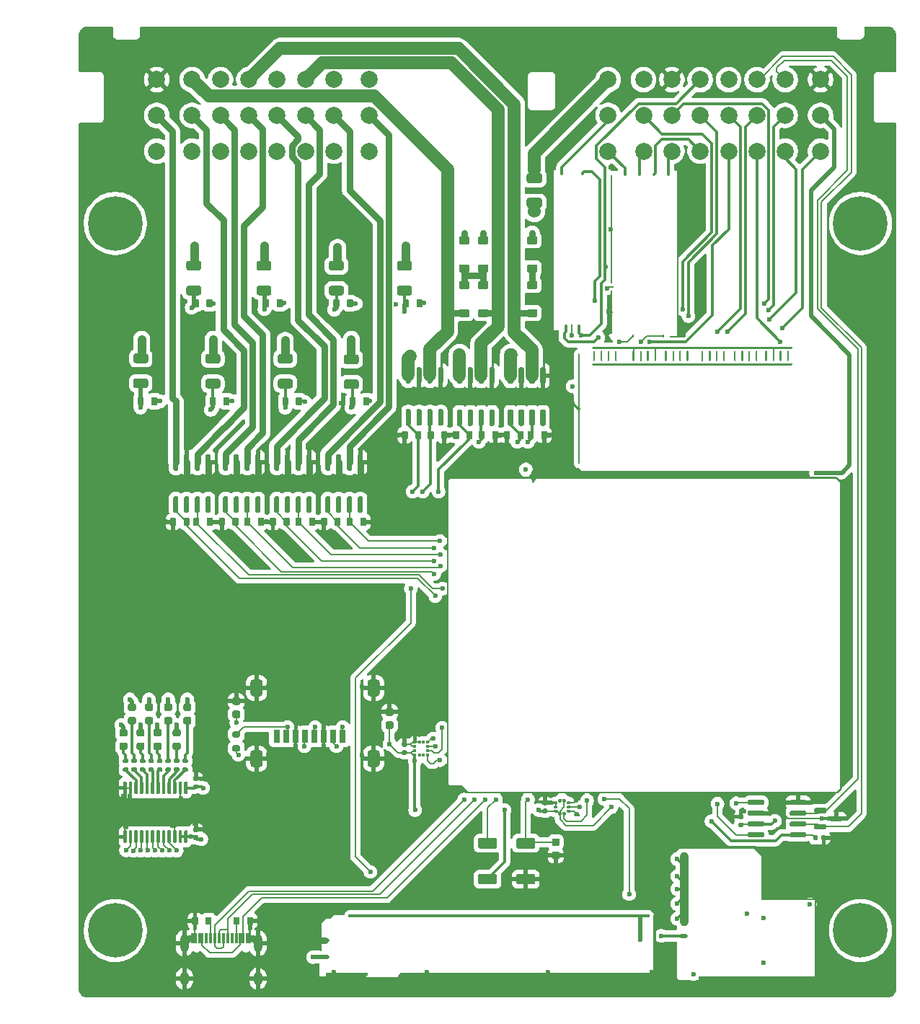
<source format=gtl>
G04 #@! TF.GenerationSoftware,KiCad,Pcbnew,9.0.4*
G04 #@! TF.CreationDate,2025-12-07T20:06:33+10:00*
G04 #@! TF.ProjectId,trove8,74726f76-6538-42e6-9b69-6361645f7063,rev?*
G04 #@! TF.SameCoordinates,Original*
G04 #@! TF.FileFunction,Copper,L1,Top*
G04 #@! TF.FilePolarity,Positive*
%FSLAX46Y46*%
G04 Gerber Fmt 4.6, Leading zero omitted, Abs format (unit mm)*
G04 Created by KiCad (PCBNEW 9.0.4) date 2025-12-07 20:06:33*
%MOMM*%
%LPD*%
G01*
G04 APERTURE LIST*
G04 #@! TA.AperFunction,Conductor*
%ADD10C,0.200000*%
G04 #@! TD*
G04 #@! TA.AperFunction,ComponentPad*
%ADD11C,0.800000*%
G04 #@! TD*
G04 #@! TA.AperFunction,ComponentPad*
%ADD12C,6.400000*%
G04 #@! TD*
G04 #@! TA.AperFunction,SMDPad,CuDef*
%ADD13O,0.399999X7.200001*%
G04 #@! TD*
G04 #@! TA.AperFunction,ComponentPad*
%ADD14C,0.599999*%
G04 #@! TD*
G04 #@! TA.AperFunction,SMDPad,CuDef*
%ADD15O,30.000001X0.399999*%
G04 #@! TD*
G04 #@! TA.AperFunction,SMDPad,CuDef*
%ADD16O,5.000000X0.399999*%
G04 #@! TD*
G04 #@! TA.AperFunction,SMDPad,CuDef*
%ADD17O,1.000001X0.499999*%
G04 #@! TD*
G04 #@! TA.AperFunction,SMDPad,CuDef*
%ADD18O,0.200000X3.099999*%
G04 #@! TD*
G04 #@! TA.AperFunction,SMDPad,CuDef*
%ADD19O,0.499999X2.999999*%
G04 #@! TD*
G04 #@! TA.AperFunction,SMDPad,CuDef*
%ADD20O,35.400000X0.399999*%
G04 #@! TD*
G04 #@! TA.AperFunction,SMDPad,CuDef*
%ADD21O,1.000001X8.744829*%
G04 #@! TD*
G04 #@! TA.AperFunction,SMDPad,CuDef*
%ADD22O,0.200000X9.199999*%
G04 #@! TD*
G04 #@! TA.AperFunction,SMDPad,CuDef*
%ADD23O,0.200000X0.499999*%
G04 #@! TD*
G04 #@! TA.AperFunction,SMDPad,CuDef*
%ADD24O,6.500000X0.200000*%
G04 #@! TD*
G04 #@! TA.AperFunction,SMDPad,CuDef*
%ADD25O,0.399999X5.399999*%
G04 #@! TD*
G04 #@! TA.AperFunction,SMDPad,CuDef*
%ADD26O,13.800000X0.200000*%
G04 #@! TD*
G04 #@! TA.AperFunction,SMDPad,CuDef*
%ADD27O,9.000000X0.399999*%
G04 #@! TD*
G04 #@! TA.AperFunction,ComponentPad*
%ADD28C,2.000000*%
G04 #@! TD*
G04 #@! TA.AperFunction,SMDPad,CuDef*
%ADD29R,0.300000X1.150000*%
G04 #@! TD*
G04 #@! TA.AperFunction,ComponentPad*
%ADD30O,1.000000X2.100000*%
G04 #@! TD*
G04 #@! TA.AperFunction,ComponentPad*
%ADD31O,1.000000X1.600000*%
G04 #@! TD*
G04 #@! TA.AperFunction,SMDPad,CuDef*
%ADD32O,0.250000X0.500000*%
G04 #@! TD*
G04 #@! TA.AperFunction,SMDPad,CuDef*
%ADD33O,1.000000X0.200000*%
G04 #@! TD*
G04 #@! TA.AperFunction,SMDPad,CuDef*
%ADD34O,0.200000X5.200000*%
G04 #@! TD*
G04 #@! TA.AperFunction,SMDPad,CuDef*
%ADD35O,0.200000X17.600000*%
G04 #@! TD*
G04 #@! TA.AperFunction,SMDPad,CuDef*
%ADD36O,0.200000X12.800000*%
G04 #@! TD*
G04 #@! TA.AperFunction,SMDPad,CuDef*
%ADD37O,0.500000X0.250000*%
G04 #@! TD*
G04 #@! TA.AperFunction,SMDPad,CuDef*
%ADD38R,0.800000X1.500000*%
G04 #@! TD*
G04 #@! TA.AperFunction,SMDPad,CuDef*
%ADD39R,0.375000X0.350000*%
G04 #@! TD*
G04 #@! TA.AperFunction,SMDPad,CuDef*
%ADD40R,0.350000X0.375000*%
G04 #@! TD*
G04 #@! TA.AperFunction,ComponentPad*
%ADD41C,1.524000*%
G04 #@! TD*
G04 #@! TA.AperFunction,SMDPad,CuDef*
%ADD42O,0.250000X0.499999*%
G04 #@! TD*
G04 #@! TA.AperFunction,ViaPad*
%ADD43C,0.600000*%
G04 #@! TD*
G04 #@! TA.AperFunction,Conductor*
%ADD44C,0.500000*%
G04 #@! TD*
G04 #@! TA.AperFunction,Conductor*
%ADD45C,0.350000*%
G04 #@! TD*
G04 #@! TA.AperFunction,Conductor*
%ADD46C,0.800000*%
G04 #@! TD*
G04 #@! TA.AperFunction,Conductor*
%ADD47C,1.500000*%
G04 #@! TD*
G04 #@! TA.AperFunction,Conductor*
%ADD48C,1.000000*%
G04 #@! TD*
G04 APERTURE END LIST*
D10*
G04 #@! TO.N,GND*
X98650000Y-88150000D02*
X97400000Y-88150000D01*
G04 #@! TD*
G04 #@! TO.P,D2,1,K*
G04 #@! TO.N,+12V_RAW*
G04 #@! TA.AperFunction,SMDPad,CuDef*
G36*
G01*
X116990000Y-59900000D02*
X118010000Y-59900000D01*
G75*
G02*
X118100000Y-59990000I0J-90000D01*
G01*
X118100000Y-60710000D01*
G75*
G02*
X118010000Y-60800000I-90000J0D01*
G01*
X116990000Y-60800000D01*
G75*
G02*
X116900000Y-60710000I0J90000D01*
G01*
X116900000Y-59990000D01*
G75*
G02*
X116990000Y-59900000I90000J0D01*
G01*
G37*
G04 #@! TD.AperFunction*
G04 #@! TO.P,D2,2,A*
G04 #@! TO.N,/OUT_LS2*
G04 #@! TA.AperFunction,SMDPad,CuDef*
G36*
G01*
X116990000Y-63200000D02*
X118010000Y-63200000D01*
G75*
G02*
X118100000Y-63290000I0J-90000D01*
G01*
X118100000Y-64010000D01*
G75*
G02*
X118010000Y-64100000I-90000J0D01*
G01*
X116990000Y-64100000D01*
G75*
G02*
X116900000Y-64010000I0J90000D01*
G01*
X116900000Y-63290000D01*
G75*
G02*
X116990000Y-63200000I90000J0D01*
G01*
G37*
G04 #@! TD.AperFunction*
G04 #@! TD*
G04 #@! TO.P,D7,1,G*
G04 #@! TO.N,/CAN_P*
G04 #@! TA.AperFunction,SMDPad,CuDef*
G36*
G01*
X156325000Y-122200000D02*
X156325000Y-121900000D01*
G75*
G02*
X156475000Y-121750000I150000J0D01*
G01*
X157650000Y-121750000D01*
G75*
G02*
X157800000Y-121900000I0J-150000D01*
G01*
X157800000Y-122200000D01*
G75*
G02*
X157650000Y-122350000I-150000J0D01*
G01*
X156475000Y-122350000D01*
G75*
G02*
X156325000Y-122200000I0J150000D01*
G01*
G37*
G04 #@! TD.AperFunction*
G04 #@! TO.P,D7,2,D*
G04 #@! TO.N,/CAN_N*
G04 #@! TA.AperFunction,SMDPad,CuDef*
G36*
G01*
X156325000Y-124100000D02*
X156325000Y-123800000D01*
G75*
G02*
X156475000Y-123650000I150000J0D01*
G01*
X157650000Y-123650000D01*
G75*
G02*
X157800000Y-123800000I0J-150000D01*
G01*
X157800000Y-124100000D01*
G75*
G02*
X157650000Y-124250000I-150000J0D01*
G01*
X156475000Y-124250000D01*
G75*
G02*
X156325000Y-124100000I0J150000D01*
G01*
G37*
G04 #@! TD.AperFunction*
G04 #@! TO.P,D7,3,S*
G04 #@! TO.N,GND*
G04 #@! TA.AperFunction,SMDPad,CuDef*
G36*
G01*
X158200000Y-123150000D02*
X158200000Y-122850000D01*
G75*
G02*
X158350000Y-122700000I150000J0D01*
G01*
X159525000Y-122700000D01*
G75*
G02*
X159675000Y-122850000I0J-150000D01*
G01*
X159675000Y-123150000D01*
G75*
G02*
X159525000Y-123300000I-150000J0D01*
G01*
X158350000Y-123300000D01*
G75*
G02*
X158200000Y-123150000I0J150000D01*
G01*
G37*
G04 #@! TD.AperFunction*
G04 #@! TD*
D11*
G04 #@! TO.P,H4,1*
G04 #@! TO.N,N/C*
X159393329Y-136124743D03*
X160096273Y-134427687D03*
X160096273Y-137821799D03*
X161793329Y-133724743D03*
D12*
X161793329Y-136124743D03*
D11*
X161793329Y-138524743D03*
X163490385Y-134427687D03*
X163490385Y-137821799D03*
X164193329Y-136124743D03*
G04 #@! TD*
G04 #@! TO.P,M1,S2,GND*
G04 #@! TO.N,GND*
G04 #@! TA.AperFunction,SMDPad,CuDef*
G36*
G01*
X159400000Y-119495000D02*
X159400000Y-83505000D01*
G75*
G02*
X159500000Y-83405000I100000J0D01*
G01*
X159500000Y-83405000D01*
G75*
G02*
X159600000Y-83505000I0J-100000D01*
G01*
X159600000Y-119495000D01*
G75*
G02*
X159500000Y-119595000I-100000J0D01*
G01*
X159500000Y-119595000D01*
G75*
G02*
X159400000Y-119495000I0J100000D01*
G01*
G37*
G04 #@! TD.AperFunction*
G04 #@! TA.AperFunction,SMDPad,CuDef*
G36*
G01*
X159567435Y-119571083D02*
X159143171Y-119995347D01*
G75*
G02*
X159001749Y-119995347I-70711J70711D01*
G01*
X159001749Y-119995347D01*
G75*
G02*
X159001749Y-119853925I70711J70711D01*
G01*
X159426013Y-119429661D01*
G75*
G02*
X159567435Y-119429661I70711J-70711D01*
G01*
X159567435Y-119429661D01*
G75*
G02*
X159567435Y-119571083I-70711J-70711D01*
G01*
G37*
G04 #@! TD.AperFunction*
G04 #@! TA.AperFunction,SMDPad,CuDef*
G36*
G01*
X159428420Y-83572746D02*
X158905160Y-83049486D01*
G75*
G02*
X158905160Y-82908064I70711J70711D01*
G01*
X158905160Y-82908064D01*
G75*
G02*
X159046582Y-82908064I70711J-70711D01*
G01*
X159569842Y-83431324D01*
G75*
G02*
X159569842Y-83572746I-70711J-70711D01*
G01*
X159569842Y-83572746D01*
G75*
G02*
X159428420Y-83572746I-70711J70711D01*
G01*
G37*
G04 #@! TD.AperFunction*
G04 #@! TA.AperFunction,SMDPad,CuDef*
G36*
G01*
X159059594Y-120027909D02*
X115759594Y-120027909D01*
G75*
G02*
X115659594Y-119927909I0J100000D01*
G01*
X115659594Y-119927909D01*
G75*
G02*
X115759594Y-119827909I100000J0D01*
G01*
X159059594Y-119827909D01*
G75*
G02*
X159159594Y-119927909I0J-100000D01*
G01*
X159159594Y-119927909D01*
G75*
G02*
X159059594Y-120027909I-100000J0D01*
G01*
G37*
G04 #@! TD.AperFunction*
G04 #@! TA.AperFunction,SMDPad,CuDef*
G36*
G01*
X158975003Y-83077906D02*
X113575003Y-83077906D01*
G75*
G02*
X113475003Y-82977906I0J100000D01*
G01*
X113475003Y-82977906D01*
G75*
G02*
X113575003Y-82877906I100000J0D01*
G01*
X158975003Y-82877906D01*
G75*
G02*
X159075003Y-82977906I0J-100000D01*
G01*
X159075003Y-82977906D01*
G75*
G02*
X158975003Y-83077906I-100000J0D01*
G01*
G37*
G04 #@! TD.AperFunction*
G04 #@! TA.AperFunction,SMDPad,CuDef*
G36*
G01*
X123245003Y-83452909D02*
X123245003Y-83002909D01*
G75*
G02*
X123370003Y-82877909I125000J0D01*
G01*
X123370003Y-82877909D01*
G75*
G02*
X123495003Y-83002909I0J-125000D01*
G01*
X123495003Y-83452909D01*
G75*
G02*
X123370003Y-83577909I-125000J0D01*
G01*
X123370003Y-83577909D01*
G75*
G02*
X123245003Y-83452909I0J125000D01*
G01*
G37*
G04 #@! TD.AperFunction*
G04 #@! TA.AperFunction,SMDPad,CuDef*
G36*
G01*
X115104657Y-119141146D02*
X115811763Y-119848252D01*
G75*
G02*
X115811763Y-119989674I-70711J-70711D01*
G01*
X115811763Y-119989674D01*
G75*
G02*
X115670341Y-119989674I-70711J70711D01*
G01*
X114963235Y-119282568D01*
G75*
G02*
X114963235Y-119141146I70711J70711D01*
G01*
X114963235Y-119141146D01*
G75*
G02*
X115104657Y-119141146I70711J-70711D01*
G01*
G37*
G04 #@! TD.AperFunction*
G04 #@! TA.AperFunction,SMDPad,CuDef*
G36*
G01*
X115000001Y-119302909D02*
X113600001Y-119302909D01*
G75*
G02*
X113500001Y-119202909I0J100000D01*
G01*
X113500001Y-119202909D01*
G75*
G02*
X113600001Y-119102909I100000J0D01*
G01*
X115000001Y-119102909D01*
G75*
G02*
X115100001Y-119202909I0J-100000D01*
G01*
X115100001Y-119202909D01*
G75*
G02*
X115000001Y-119302909I-100000J0D01*
G01*
G37*
G04 #@! TD.AperFunction*
G04 #@! TA.AperFunction,SMDPad,CuDef*
G36*
G01*
X113257444Y-83179048D02*
X113526144Y-82910348D01*
G75*
G02*
X113667566Y-82910348I70711J-70711D01*
G01*
X113667566Y-82910348D01*
G75*
G02*
X113667566Y-83051770I-70711J-70711D01*
G01*
X113398866Y-83320470D01*
G75*
G02*
X113257444Y-83320470I-70711J70711D01*
G01*
X113257444Y-83320470D01*
G75*
G02*
X113257444Y-83179048I70711J70711D01*
G01*
G37*
G04 #@! TD.AperFunction*
G04 #@! TA.AperFunction,SMDPad,CuDef*
G36*
G01*
X113396967Y-118883454D02*
X113644455Y-119130942D01*
G75*
G02*
X113644455Y-119272364I-70711J-70711D01*
G01*
X113644455Y-119272364D01*
G75*
G02*
X113503033Y-119272364I-70711J70711D01*
G01*
X113255545Y-119024876D01*
G75*
G02*
X113255545Y-118883454I70711J70711D01*
G01*
X113255545Y-118883454D01*
G75*
G02*
X113396967Y-118883454I70711J-70711D01*
G01*
G37*
G04 #@! TD.AperFunction*
G04 #@! TA.AperFunction,SMDPad,CuDef*
G36*
G01*
X113225003Y-118952912D02*
X113225003Y-83252912D01*
G75*
G02*
X113325003Y-83152912I100000J0D01*
G01*
X113325003Y-83152912D01*
G75*
G02*
X113425003Y-83252912I0J-100000D01*
G01*
X113425003Y-118952912D01*
G75*
G02*
X113325003Y-119052912I-100000J0D01*
G01*
X113325003Y-119052912D01*
G75*
G02*
X113225003Y-118952912I0J100000D01*
G01*
G37*
G04 #@! TD.AperFunction*
G04 #@! TD*
G04 #@! TO.P,R10,1*
G04 #@! TO.N,Net-(U5-A3)*
G04 #@! TA.AperFunction,SMDPad,CuDef*
G36*
G01*
X80685000Y-117520000D02*
X80315000Y-117520000D01*
G75*
G02*
X80180000Y-117385000I0J135000D01*
G01*
X80180000Y-117115000D01*
G75*
G02*
X80315000Y-116980000I135000J0D01*
G01*
X80685000Y-116980000D01*
G75*
G02*
X80820000Y-117115000I0J-135000D01*
G01*
X80820000Y-117385000D01*
G75*
G02*
X80685000Y-117520000I-135000J0D01*
G01*
G37*
G04 #@! TD.AperFunction*
G04 #@! TO.P,R10,2*
G04 #@! TO.N,Net-(F4-Pad2)*
G04 #@! TA.AperFunction,SMDPad,CuDef*
G36*
G01*
X80685000Y-116500000D02*
X80315000Y-116500000D01*
G75*
G02*
X80180000Y-116365000I0J135000D01*
G01*
X80180000Y-116095000D01*
G75*
G02*
X80315000Y-115960000I135000J0D01*
G01*
X80685000Y-115960000D01*
G75*
G02*
X80820000Y-116095000I0J-135000D01*
G01*
X80820000Y-116365000D01*
G75*
G02*
X80685000Y-116500000I-135000J0D01*
G01*
G37*
G04 #@! TD.AperFunction*
G04 #@! TD*
G04 #@! TO.P,U10,1,IN1*
G04 #@! TO.N,/LS6/IN1*
G04 #@! TA.AperFunction,SMDPad,CuDef*
G36*
G01*
X114845000Y-76900000D02*
X114545000Y-76900000D01*
G75*
G02*
X114395000Y-76750000I0J150000D01*
G01*
X114395000Y-75100000D01*
G75*
G02*
X114545000Y-74950000I150000J0D01*
G01*
X114845000Y-74950000D01*
G75*
G02*
X114995000Y-75100000I0J-150000D01*
G01*
X114995000Y-76750000D01*
G75*
G02*
X114845000Y-76900000I-150000J0D01*
G01*
G37*
G04 #@! TD.AperFunction*
G04 #@! TO.P,U10,2,STATUS1*
G04 #@! TO.N,unconnected-(U10-STATUS1-Pad2)*
G04 #@! TA.AperFunction,SMDPad,CuDef*
G36*
G01*
X116115000Y-76900000D02*
X115815000Y-76900000D01*
G75*
G02*
X115665000Y-76750000I0J150000D01*
G01*
X115665000Y-75100000D01*
G75*
G02*
X115815000Y-74950000I150000J0D01*
G01*
X116115000Y-74950000D01*
G75*
G02*
X116265000Y-75100000I0J-150000D01*
G01*
X116265000Y-76750000D01*
G75*
G02*
X116115000Y-76900000I-150000J0D01*
G01*
G37*
G04 #@! TD.AperFunction*
G04 #@! TO.P,U10,3,IN2*
G04 #@! TO.N,/LS6/IN2*
G04 #@! TA.AperFunction,SMDPad,CuDef*
G36*
G01*
X117385000Y-76900000D02*
X117085000Y-76900000D01*
G75*
G02*
X116935000Y-76750000I0J150000D01*
G01*
X116935000Y-75100000D01*
G75*
G02*
X117085000Y-74950000I150000J0D01*
G01*
X117385000Y-74950000D01*
G75*
G02*
X117535000Y-75100000I0J-150000D01*
G01*
X117535000Y-76750000D01*
G75*
G02*
X117385000Y-76900000I-150000J0D01*
G01*
G37*
G04 #@! TD.AperFunction*
G04 #@! TO.P,U10,4,STATUS2*
G04 #@! TO.N,unconnected-(U10-STATUS2-Pad4)*
G04 #@! TA.AperFunction,SMDPad,CuDef*
G36*
G01*
X118655000Y-76900000D02*
X118355000Y-76900000D01*
G75*
G02*
X118205000Y-76750000I0J150000D01*
G01*
X118205000Y-75100000D01*
G75*
G02*
X118355000Y-74950000I150000J0D01*
G01*
X118655000Y-74950000D01*
G75*
G02*
X118805000Y-75100000I0J-150000D01*
G01*
X118805000Y-76750000D01*
G75*
G02*
X118655000Y-76900000I-150000J0D01*
G01*
G37*
G04 #@! TD.AperFunction*
G04 #@! TO.P,U10,5,S2*
G04 #@! TO.N,GND*
G04 #@! TA.AperFunction,SMDPad,CuDef*
G36*
G01*
X118655000Y-71950000D02*
X118355000Y-71950000D01*
G75*
G02*
X118205000Y-71800000I0J150000D01*
G01*
X118205000Y-70150000D01*
G75*
G02*
X118355000Y-70000000I150000J0D01*
G01*
X118655000Y-70000000D01*
G75*
G02*
X118805000Y-70150000I0J-150000D01*
G01*
X118805000Y-71800000D01*
G75*
G02*
X118655000Y-71950000I-150000J0D01*
G01*
G37*
G04 #@! TD.AperFunction*
G04 #@! TO.P,U10,6,D2*
G04 #@! TO.N,/OUT_LS2*
G04 #@! TA.AperFunction,SMDPad,CuDef*
G36*
G01*
X117385000Y-71950000D02*
X117085000Y-71950000D01*
G75*
G02*
X116935000Y-71800000I0J150000D01*
G01*
X116935000Y-70150000D01*
G75*
G02*
X117085000Y-70000000I150000J0D01*
G01*
X117385000Y-70000000D01*
G75*
G02*
X117535000Y-70150000I0J-150000D01*
G01*
X117535000Y-71800000D01*
G75*
G02*
X117385000Y-71950000I-150000J0D01*
G01*
G37*
G04 #@! TD.AperFunction*
G04 #@! TO.P,U10,7,S1*
G04 #@! TO.N,GND*
G04 #@! TA.AperFunction,SMDPad,CuDef*
G36*
G01*
X116115000Y-71950000D02*
X115815000Y-71950000D01*
G75*
G02*
X115665000Y-71800000I0J150000D01*
G01*
X115665000Y-70150000D01*
G75*
G02*
X115815000Y-70000000I150000J0D01*
G01*
X116115000Y-70000000D01*
G75*
G02*
X116265000Y-70150000I0J-150000D01*
G01*
X116265000Y-71800000D01*
G75*
G02*
X116115000Y-71950000I-150000J0D01*
G01*
G37*
G04 #@! TD.AperFunction*
G04 #@! TO.P,U10,8,D1*
G04 #@! TO.N,/OUT_LS1*
G04 #@! TA.AperFunction,SMDPad,CuDef*
G36*
G01*
X114845000Y-71950000D02*
X114545000Y-71950000D01*
G75*
G02*
X114395000Y-71800000I0J150000D01*
G01*
X114395000Y-70150000D01*
G75*
G02*
X114545000Y-70000000I150000J0D01*
G01*
X114845000Y-70000000D01*
G75*
G02*
X114995000Y-70150000I0J-150000D01*
G01*
X114995000Y-71800000D01*
G75*
G02*
X114845000Y-71950000I-150000J0D01*
G01*
G37*
G04 #@! TD.AperFunction*
G04 #@! TD*
G04 #@! TO.P,C3,1*
G04 #@! TO.N,+3.3V*
G04 #@! TA.AperFunction,SMDPad,CuDef*
G36*
G01*
X106750000Y-112475000D02*
X106250000Y-112475000D01*
G75*
G02*
X106025000Y-112250000I0J225000D01*
G01*
X106025000Y-111800000D01*
G75*
G02*
X106250000Y-111575000I225000J0D01*
G01*
X106750000Y-111575000D01*
G75*
G02*
X106975000Y-111800000I0J-225000D01*
G01*
X106975000Y-112250000D01*
G75*
G02*
X106750000Y-112475000I-225000J0D01*
G01*
G37*
G04 #@! TD.AperFunction*
G04 #@! TO.P,C3,2*
G04 #@! TO.N,GND*
G04 #@! TA.AperFunction,SMDPad,CuDef*
G36*
G01*
X106750000Y-110925000D02*
X106250000Y-110925000D01*
G75*
G02*
X106025000Y-110700000I0J225000D01*
G01*
X106025000Y-110250000D01*
G75*
G02*
X106250000Y-110025000I225000J0D01*
G01*
X106750000Y-110025000D01*
G75*
G02*
X106975000Y-110250000I0J-225000D01*
G01*
X106975000Y-110700000D01*
G75*
G02*
X106750000Y-110925000I-225000J0D01*
G01*
G37*
G04 #@! TD.AperFunction*
G04 #@! TD*
G04 #@! TO.P,R22,1*
G04 #@! TO.N,Net-(F8-Pad1)*
G04 #@! TA.AperFunction,SMDPad,CuDef*
G36*
G01*
X94875000Y-72487500D02*
X93625000Y-72487500D01*
G75*
G02*
X93375000Y-72237500I0J250000D01*
G01*
X93375000Y-71612500D01*
G75*
G02*
X93625000Y-71362500I250000J0D01*
G01*
X94875000Y-71362500D01*
G75*
G02*
X95125000Y-71612500I0J-250000D01*
G01*
X95125000Y-72237500D01*
G75*
G02*
X94875000Y-72487500I-250000J0D01*
G01*
G37*
G04 #@! TD.AperFunction*
G04 #@! TO.P,R22,2*
G04 #@! TO.N,/IGN_5*
G04 #@! TA.AperFunction,SMDPad,CuDef*
G36*
G01*
X94875000Y-69562500D02*
X93625000Y-69562500D01*
G75*
G02*
X93375000Y-69312500I0J250000D01*
G01*
X93375000Y-68687500D01*
G75*
G02*
X93625000Y-68437500I250000J0D01*
G01*
X94875000Y-68437500D01*
G75*
G02*
X95125000Y-68687500I0J-250000D01*
G01*
X95125000Y-69312500D01*
G75*
G02*
X94875000Y-69562500I-250000J0D01*
G01*
G37*
G04 #@! TD.AperFunction*
G04 #@! TD*
G04 #@! TO.P,F10,1*
G04 #@! TO.N,Net-(F10-Pad1)*
G04 #@! TA.AperFunction,SMDPad,CuDef*
G36*
G01*
X74993750Y-112487500D02*
X75506250Y-112487500D01*
G75*
G02*
X75725000Y-112706250I0J-218750D01*
G01*
X75725000Y-113143750D01*
G75*
G02*
X75506250Y-113362500I-218750J0D01*
G01*
X74993750Y-113362500D01*
G75*
G02*
X74775000Y-113143750I0J218750D01*
G01*
X74775000Y-112706250D01*
G75*
G02*
X74993750Y-112487500I218750J0D01*
G01*
G37*
G04 #@! TD.AperFunction*
G04 #@! TO.P,F10,2*
G04 #@! TO.N,Net-(F10-Pad2)*
G04 #@! TA.AperFunction,SMDPad,CuDef*
G36*
G01*
X74993750Y-114062500D02*
X75506250Y-114062500D01*
G75*
G02*
X75725000Y-114281250I0J-218750D01*
G01*
X75725000Y-114718750D01*
G75*
G02*
X75506250Y-114937500I-218750J0D01*
G01*
X74993750Y-114937500D01*
G75*
G02*
X74775000Y-114718750I0J218750D01*
G01*
X74775000Y-114281250D01*
G75*
G02*
X74993750Y-114062500I218750J0D01*
G01*
G37*
G04 #@! TD.AperFunction*
G04 #@! TD*
G04 #@! TO.P,R38,1*
G04 #@! TO.N,GND*
G04 #@! TA.AperFunction,SMDPad,CuDef*
G36*
G01*
X125000000Y-77560000D02*
X125000000Y-78340000D01*
G75*
G02*
X124930000Y-78410000I-70000J0D01*
G01*
X124370000Y-78410000D01*
G75*
G02*
X124300000Y-78340000I0J70000D01*
G01*
X124300000Y-77560000D01*
G75*
G02*
X124370000Y-77490000I70000J0D01*
G01*
X124930000Y-77490000D01*
G75*
G02*
X125000000Y-77560000I0J-70000D01*
G01*
G37*
G04 #@! TD.AperFunction*
G04 #@! TO.P,R38,2*
G04 #@! TO.N,/LS6/IN4*
G04 #@! TA.AperFunction,SMDPad,CuDef*
G36*
G01*
X123400000Y-77560000D02*
X123400000Y-78340000D01*
G75*
G02*
X123330000Y-78410000I-70000J0D01*
G01*
X122770000Y-78410000D01*
G75*
G02*
X122700000Y-78340000I0J70000D01*
G01*
X122700000Y-77560000D01*
G75*
G02*
X122770000Y-77490000I70000J0D01*
G01*
X123330000Y-77490000D01*
G75*
G02*
X123400000Y-77560000I0J-70000D01*
G01*
G37*
G04 #@! TD.AperFunction*
G04 #@! TD*
G04 #@! TO.P,R29,1*
G04 #@! TO.N,GND*
G04 #@! TA.AperFunction,SMDPad,CuDef*
G36*
G01*
X85750000Y-87760000D02*
X85750000Y-88540000D01*
G75*
G02*
X85680000Y-88610000I-70000J0D01*
G01*
X85120000Y-88610000D01*
G75*
G02*
X85050000Y-88540000I0J70000D01*
G01*
X85050000Y-87760000D01*
G75*
G02*
X85120000Y-87690000I70000J0D01*
G01*
X85680000Y-87690000D01*
G75*
G02*
X85750000Y-87760000I0J-70000D01*
G01*
G37*
G04 #@! TD.AperFunction*
G04 #@! TO.P,R29,2*
G04 #@! TO.N,/Injection/IN2*
G04 #@! TA.AperFunction,SMDPad,CuDef*
G36*
G01*
X84150000Y-87760000D02*
X84150000Y-88540000D01*
G75*
G02*
X84080000Y-88610000I-70000J0D01*
G01*
X83520000Y-88610000D01*
G75*
G02*
X83450000Y-88540000I0J70000D01*
G01*
X83450000Y-87760000D01*
G75*
G02*
X83520000Y-87690000I70000J0D01*
G01*
X84080000Y-87690000D01*
G75*
G02*
X84150000Y-87760000I0J-70000D01*
G01*
G37*
G04 #@! TD.AperFunction*
G04 #@! TD*
G04 #@! TO.P,R11,1*
G04 #@! TO.N,Net-(U5-A5)*
G04 #@! TA.AperFunction,SMDPad,CuDef*
G36*
G01*
X78685000Y-117520000D02*
X78315000Y-117520000D01*
G75*
G02*
X78180000Y-117385000I0J135000D01*
G01*
X78180000Y-117115000D01*
G75*
G02*
X78315000Y-116980000I135000J0D01*
G01*
X78685000Y-116980000D01*
G75*
G02*
X78820000Y-117115000I0J-135000D01*
G01*
X78820000Y-117385000D01*
G75*
G02*
X78685000Y-117520000I-135000J0D01*
G01*
G37*
G04 #@! TD.AperFunction*
G04 #@! TO.P,R11,2*
G04 #@! TO.N,Net-(F5-Pad2)*
G04 #@! TA.AperFunction,SMDPad,CuDef*
G36*
G01*
X78685000Y-116500000D02*
X78315000Y-116500000D01*
G75*
G02*
X78180000Y-116365000I0J135000D01*
G01*
X78180000Y-116095000D01*
G75*
G02*
X78315000Y-115960000I135000J0D01*
G01*
X78685000Y-115960000D01*
G75*
G02*
X78820000Y-116095000I0J-135000D01*
G01*
X78820000Y-116365000D01*
G75*
G02*
X78685000Y-116500000I-135000J0D01*
G01*
G37*
G04 #@! TD.AperFunction*
G04 #@! TD*
G04 #@! TO.P,C10,1*
G04 #@! TO.N,+3.3V*
G04 #@! TA.AperFunction,SMDPad,CuDef*
G36*
G01*
X83920000Y-125530000D02*
X83580000Y-125530000D01*
G75*
G02*
X83440000Y-125390000I0J140000D01*
G01*
X83440000Y-125110000D01*
G75*
G02*
X83580000Y-124970000I140000J0D01*
G01*
X83920000Y-124970000D01*
G75*
G02*
X84060000Y-125110000I0J-140000D01*
G01*
X84060000Y-125390000D01*
G75*
G02*
X83920000Y-125530000I-140000J0D01*
G01*
G37*
G04 #@! TD.AperFunction*
G04 #@! TO.P,C10,2*
G04 #@! TO.N,GND*
G04 #@! TA.AperFunction,SMDPad,CuDef*
G36*
G01*
X83920000Y-124570000D02*
X83580000Y-124570000D01*
G75*
G02*
X83440000Y-124430000I0J140000D01*
G01*
X83440000Y-124150000D01*
G75*
G02*
X83580000Y-124010000I140000J0D01*
G01*
X83920000Y-124010000D01*
G75*
G02*
X84060000Y-124150000I0J-140000D01*
G01*
X84060000Y-124430000D01*
G75*
G02*
X83920000Y-124570000I-140000J0D01*
G01*
G37*
G04 #@! TD.AperFunction*
G04 #@! TD*
G04 #@! TO.P,R15,1*
G04 #@! TO.N,Net-(F5-Pad1)*
G04 #@! TA.AperFunction,SMDPad,CuDef*
G36*
G01*
X92375000Y-61562500D02*
X91125000Y-61562500D01*
G75*
G02*
X90875000Y-61312500I0J250000D01*
G01*
X90875000Y-60687500D01*
G75*
G02*
X91125000Y-60437500I250000J0D01*
G01*
X92375000Y-60437500D01*
G75*
G02*
X92625000Y-60687500I0J-250000D01*
G01*
X92625000Y-61312500D01*
G75*
G02*
X92375000Y-61562500I-250000J0D01*
G01*
G37*
G04 #@! TD.AperFunction*
G04 #@! TO.P,R15,2*
G04 #@! TO.N,/IGN_4*
G04 #@! TA.AperFunction,SMDPad,CuDef*
G36*
G01*
X92375000Y-58637500D02*
X91125000Y-58637500D01*
G75*
G02*
X90875000Y-58387500I0J250000D01*
G01*
X90875000Y-57762500D01*
G75*
G02*
X91125000Y-57512500I250000J0D01*
G01*
X92375000Y-57512500D01*
G75*
G02*
X92625000Y-57762500I0J-250000D01*
G01*
X92625000Y-58387500D01*
G75*
G02*
X92375000Y-58637500I-250000J0D01*
G01*
G37*
G04 #@! TD.AperFunction*
G04 #@! TD*
G04 #@! TO.P,R39,1*
G04 #@! TO.N,GND*
G04 #@! TA.AperFunction,SMDPad,CuDef*
G36*
G01*
X113950000Y-78340000D02*
X113950000Y-77560000D01*
G75*
G02*
X114020000Y-77490000I70000J0D01*
G01*
X114580000Y-77490000D01*
G75*
G02*
X114650000Y-77560000I0J-70000D01*
G01*
X114650000Y-78340000D01*
G75*
G02*
X114580000Y-78410000I-70000J0D01*
G01*
X114020000Y-78410000D01*
G75*
G02*
X113950000Y-78340000I0J70000D01*
G01*
G37*
G04 #@! TD.AperFunction*
G04 #@! TO.P,R39,2*
G04 #@! TO.N,/LS6/IN1*
G04 #@! TA.AperFunction,SMDPad,CuDef*
G36*
G01*
X115550000Y-78340000D02*
X115550000Y-77560000D01*
G75*
G02*
X115620000Y-77490000I70000J0D01*
G01*
X116180000Y-77490000D01*
G75*
G02*
X116250000Y-77560000I0J-70000D01*
G01*
X116250000Y-78340000D01*
G75*
G02*
X116180000Y-78410000I-70000J0D01*
G01*
X115620000Y-78410000D01*
G75*
G02*
X115550000Y-78340000I0J70000D01*
G01*
G37*
G04 #@! TD.AperFunction*
G04 #@! TD*
G04 #@! TO.P,R8,1*
G04 #@! TO.N,Net-(U5-A8)*
G04 #@! TA.AperFunction,SMDPad,CuDef*
G36*
G01*
X75685000Y-117520000D02*
X75315000Y-117520000D01*
G75*
G02*
X75180000Y-117385000I0J135000D01*
G01*
X75180000Y-117115000D01*
G75*
G02*
X75315000Y-116980000I135000J0D01*
G01*
X75685000Y-116980000D01*
G75*
G02*
X75820000Y-117115000I0J-135000D01*
G01*
X75820000Y-117385000D01*
G75*
G02*
X75685000Y-117520000I-135000J0D01*
G01*
G37*
G04 #@! TD.AperFunction*
G04 #@! TO.P,R8,2*
G04 #@! TO.N,Net-(F10-Pad2)*
G04 #@! TA.AperFunction,SMDPad,CuDef*
G36*
G01*
X75685000Y-116500000D02*
X75315000Y-116500000D01*
G75*
G02*
X75180000Y-116365000I0J135000D01*
G01*
X75180000Y-116095000D01*
G75*
G02*
X75315000Y-115960000I135000J0D01*
G01*
X75685000Y-115960000D01*
G75*
G02*
X75820000Y-116095000I0J-135000D01*
G01*
X75820000Y-116365000D01*
G75*
G02*
X75685000Y-116500000I-135000J0D01*
G01*
G37*
G04 #@! TD.AperFunction*
G04 #@! TD*
D13*
G04 #@! TO.P,M5,G,GND*
G04 #@! TO.N,GND*
X137637503Y-137856813D03*
D14*
X137325769Y-141037520D03*
X125062501Y-141037520D03*
D15*
X122762501Y-141262524D03*
D14*
X110862502Y-141037520D03*
D16*
X101450001Y-141312506D03*
D14*
X99962503Y-141037520D03*
D17*
X98942505Y-137312509D03*
D18*
X98467500Y-137012507D03*
D17*
G04 #@! TO.P,M5,V1,V12*
G04 #@! TO.N,+12V_PROT*
X98942500Y-139212510D03*
D14*
G04 #@! TO.P,M5,V2,V5*
G04 #@! TO.N,+5V*
X135937496Y-137237508D03*
D19*
X135937486Y-135854836D03*
D20*
X119362500Y-134437500D03*
G04 #@! TD*
G04 #@! TO.P,F7,1*
G04 #@! TO.N,Net-(F7-Pad1)*
G04 #@! TA.AperFunction,SMDPad,CuDef*
G36*
G01*
X81243750Y-112487500D02*
X81756250Y-112487500D01*
G75*
G02*
X81975000Y-112706250I0J-218750D01*
G01*
X81975000Y-113143750D01*
G75*
G02*
X81756250Y-113362500I-218750J0D01*
G01*
X81243750Y-113362500D01*
G75*
G02*
X81025000Y-113143750I0J218750D01*
G01*
X81025000Y-112706250D01*
G75*
G02*
X81243750Y-112487500I218750J0D01*
G01*
G37*
G04 #@! TD.AperFunction*
G04 #@! TO.P,F7,2*
G04 #@! TO.N,Net-(F7-Pad2)*
G04 #@! TA.AperFunction,SMDPad,CuDef*
G36*
G01*
X81243750Y-114062500D02*
X81756250Y-114062500D01*
G75*
G02*
X81975000Y-114281250I0J-218750D01*
G01*
X81975000Y-114718750D01*
G75*
G02*
X81756250Y-114937500I-218750J0D01*
G01*
X81243750Y-114937500D01*
G75*
G02*
X81025000Y-114718750I0J218750D01*
G01*
X81025000Y-114281250D01*
G75*
G02*
X81243750Y-114062500I218750J0D01*
G01*
G37*
G04 #@! TD.AperFunction*
G04 #@! TD*
G04 #@! TO.P,U11,1,IN1*
G04 #@! TO.N,/LS6/IN3*
G04 #@! TA.AperFunction,SMDPad,CuDef*
G36*
G01*
X120845000Y-76900000D02*
X120545000Y-76900000D01*
G75*
G02*
X120395000Y-76750000I0J150000D01*
G01*
X120395000Y-75100000D01*
G75*
G02*
X120545000Y-74950000I150000J0D01*
G01*
X120845000Y-74950000D01*
G75*
G02*
X120995000Y-75100000I0J-150000D01*
G01*
X120995000Y-76750000D01*
G75*
G02*
X120845000Y-76900000I-150000J0D01*
G01*
G37*
G04 #@! TD.AperFunction*
G04 #@! TO.P,U11,2,STATUS1*
G04 #@! TO.N,unconnected-(U11-STATUS1-Pad2)*
G04 #@! TA.AperFunction,SMDPad,CuDef*
G36*
G01*
X122115000Y-76900000D02*
X121815000Y-76900000D01*
G75*
G02*
X121665000Y-76750000I0J150000D01*
G01*
X121665000Y-75100000D01*
G75*
G02*
X121815000Y-74950000I150000J0D01*
G01*
X122115000Y-74950000D01*
G75*
G02*
X122265000Y-75100000I0J-150000D01*
G01*
X122265000Y-76750000D01*
G75*
G02*
X122115000Y-76900000I-150000J0D01*
G01*
G37*
G04 #@! TD.AperFunction*
G04 #@! TO.P,U11,3,IN2*
G04 #@! TO.N,/LS6/IN4*
G04 #@! TA.AperFunction,SMDPad,CuDef*
G36*
G01*
X123385000Y-76900000D02*
X123085000Y-76900000D01*
G75*
G02*
X122935000Y-76750000I0J150000D01*
G01*
X122935000Y-75100000D01*
G75*
G02*
X123085000Y-74950000I150000J0D01*
G01*
X123385000Y-74950000D01*
G75*
G02*
X123535000Y-75100000I0J-150000D01*
G01*
X123535000Y-76750000D01*
G75*
G02*
X123385000Y-76900000I-150000J0D01*
G01*
G37*
G04 #@! TD.AperFunction*
G04 #@! TO.P,U11,4,STATUS2*
G04 #@! TO.N,unconnected-(U11-STATUS2-Pad4)*
G04 #@! TA.AperFunction,SMDPad,CuDef*
G36*
G01*
X124655000Y-76900000D02*
X124355000Y-76900000D01*
G75*
G02*
X124205000Y-76750000I0J150000D01*
G01*
X124205000Y-75100000D01*
G75*
G02*
X124355000Y-74950000I150000J0D01*
G01*
X124655000Y-74950000D01*
G75*
G02*
X124805000Y-75100000I0J-150000D01*
G01*
X124805000Y-76750000D01*
G75*
G02*
X124655000Y-76900000I-150000J0D01*
G01*
G37*
G04 #@! TD.AperFunction*
G04 #@! TO.P,U11,5,S2*
G04 #@! TO.N,GND*
G04 #@! TA.AperFunction,SMDPad,CuDef*
G36*
G01*
X124655000Y-71950000D02*
X124355000Y-71950000D01*
G75*
G02*
X124205000Y-71800000I0J150000D01*
G01*
X124205000Y-70150000D01*
G75*
G02*
X124355000Y-70000000I150000J0D01*
G01*
X124655000Y-70000000D01*
G75*
G02*
X124805000Y-70150000I0J-150000D01*
G01*
X124805000Y-71800000D01*
G75*
G02*
X124655000Y-71950000I-150000J0D01*
G01*
G37*
G04 #@! TD.AperFunction*
G04 #@! TO.P,U11,6,D2*
G04 #@! TO.N,/OUT_LS4*
G04 #@! TA.AperFunction,SMDPad,CuDef*
G36*
G01*
X123385000Y-71950000D02*
X123085000Y-71950000D01*
G75*
G02*
X122935000Y-71800000I0J150000D01*
G01*
X122935000Y-70150000D01*
G75*
G02*
X123085000Y-70000000I150000J0D01*
G01*
X123385000Y-70000000D01*
G75*
G02*
X123535000Y-70150000I0J-150000D01*
G01*
X123535000Y-71800000D01*
G75*
G02*
X123385000Y-71950000I-150000J0D01*
G01*
G37*
G04 #@! TD.AperFunction*
G04 #@! TO.P,U11,7,S1*
G04 #@! TO.N,GND*
G04 #@! TA.AperFunction,SMDPad,CuDef*
G36*
G01*
X122115000Y-71950000D02*
X121815000Y-71950000D01*
G75*
G02*
X121665000Y-71800000I0J150000D01*
G01*
X121665000Y-70150000D01*
G75*
G02*
X121815000Y-70000000I150000J0D01*
G01*
X122115000Y-70000000D01*
G75*
G02*
X122265000Y-70150000I0J-150000D01*
G01*
X122265000Y-71800000D01*
G75*
G02*
X122115000Y-71950000I-150000J0D01*
G01*
G37*
G04 #@! TD.AperFunction*
G04 #@! TO.P,U11,8,D1*
G04 #@! TO.N,/OUT_LS3*
G04 #@! TA.AperFunction,SMDPad,CuDef*
G36*
G01*
X120845000Y-71950000D02*
X120545000Y-71950000D01*
G75*
G02*
X120395000Y-71800000I0J150000D01*
G01*
X120395000Y-70150000D01*
G75*
G02*
X120545000Y-70000000I150000J0D01*
G01*
X120845000Y-70000000D01*
G75*
G02*
X120995000Y-70150000I0J-150000D01*
G01*
X120995000Y-71800000D01*
G75*
G02*
X120845000Y-71950000I-150000J0D01*
G01*
G37*
G04 #@! TD.AperFunction*
G04 #@! TD*
D17*
G04 #@! TO.P,M2,E1,V5*
G04 #@! TO.N,+5V*
X141000000Y-136750000D03*
D21*
G04 #@! TO.P,M2,E2,V12_RAW*
G04 #@! TO.N,+12V_RAW*
X141085201Y-131247435D03*
D22*
G04 #@! TO.P,M2,S1,GND*
G04 #@! TO.N,GND*
X156525003Y-136993566D03*
D23*
X156525000Y-132699990D03*
D24*
X153374997Y-132475000D03*
D25*
X150325005Y-129825000D03*
G04 #@! TA.AperFunction,SMDPad,CuDef*
G36*
G01*
X149542153Y-126259318D02*
X150390681Y-127107846D01*
G75*
G02*
X150390681Y-127390688I-141421J-141421D01*
G01*
X150390681Y-127390688D01*
G75*
G02*
X150107839Y-127390688I-141421J141421D01*
G01*
X149259311Y-126542160D01*
G75*
G02*
X149259311Y-126259318I141421J141421D01*
G01*
X149259311Y-126259318D01*
G75*
G02*
X149542153Y-126259318I141421J-141421D01*
G01*
G37*
G04 #@! TD.AperFunction*
D26*
X149681067Y-141600000D03*
D27*
X145075006Y-126350000D03*
D14*
G04 #@! TO.P,M2,V1,V12*
G04 #@! TO.N,+12V_PROT*
X142175001Y-141249999D03*
G04 #@! TO.P,M2,V2,VBAT*
G04 #@! TO.N,/VBAT*
X150400001Y-139924995D03*
G04 #@! TO.P,M2,V3,IN_VIGN*
G04 #@! TO.N,+12V_RAW*
X150382496Y-134692501D03*
G04 #@! TO.P,M2,V4,V12_PERM*
X148500000Y-134199995D03*
G04 #@! TO.P,M2,V5,VIGN*
G04 #@! TO.N,/VIGN*
X155849993Y-133075009D03*
G04 #@! TD*
G04 #@! TO.P,D3,1,K*
G04 #@! TO.N,+12V_RAW*
G04 #@! TA.AperFunction,SMDPad,CuDef*
G36*
G01*
X123760000Y-58850000D02*
X122740000Y-58850000D01*
G75*
G02*
X122650000Y-58760000I0J90000D01*
G01*
X122650000Y-58040000D01*
G75*
G02*
X122740000Y-57950000I90000J0D01*
G01*
X123760000Y-57950000D01*
G75*
G02*
X123850000Y-58040000I0J-90000D01*
G01*
X123850000Y-58760000D01*
G75*
G02*
X123760000Y-58850000I-90000J0D01*
G01*
G37*
G04 #@! TD.AperFunction*
G04 #@! TO.P,D3,2,A*
G04 #@! TO.N,/OUT_LS3*
G04 #@! TA.AperFunction,SMDPad,CuDef*
G36*
G01*
X123760000Y-55550000D02*
X122740000Y-55550000D01*
G75*
G02*
X122650000Y-55460000I0J90000D01*
G01*
X122650000Y-54740000D01*
G75*
G02*
X122740000Y-54650000I90000J0D01*
G01*
X123760000Y-54650000D01*
G75*
G02*
X123850000Y-54740000I0J-90000D01*
G01*
X123850000Y-55460000D01*
G75*
G02*
X123760000Y-55550000I-90000J0D01*
G01*
G37*
G04 #@! TD.AperFunction*
G04 #@! TD*
G04 #@! TO.P,M6,E1,GND*
G04 #@! TO.N,GND*
G04 #@! TA.AperFunction,SMDPad,CuDef*
G36*
G01*
X128612502Y-81276541D02*
X128612502Y-68476541D01*
G75*
G02*
X128712502Y-68376541I100000J0D01*
G01*
X128712502Y-68376541D01*
G75*
G02*
X128812502Y-68476541I0J-100000D01*
G01*
X128812502Y-81276541D01*
G75*
G02*
X128712502Y-81376541I-100000J0D01*
G01*
X128712502Y-81376541D01*
G75*
G02*
X128612502Y-81276541I0J100000D01*
G01*
G37*
G04 #@! TD.AperFunction*
G04 #@! TO.P,M6,J1,PULL_V5A*
G04 #@! TO.N,+5VA*
G04 #@! TA.AperFunction,SMDPad,CuDef*
G36*
G01*
X130392502Y-69531532D02*
X153742502Y-69531532D01*
G75*
G02*
X153867502Y-69656532I0J-125000D01*
G01*
X153867502Y-69656532D01*
G75*
G02*
X153742502Y-69781532I-125000J0D01*
G01*
X130392502Y-69781532D01*
G75*
G02*
X130267502Y-69656532I0J125000D01*
G01*
X130267502Y-69656532D01*
G75*
G02*
X130392502Y-69531532I125000J0D01*
G01*
G37*
G04 #@! TD.AperFunction*
G04 #@! TO.P,M6,J2,PULL_GNDA*
G04 #@! TO.N,GNDA*
G04 #@! TA.AperFunction,SMDPad,CuDef*
G36*
G01*
X153717502Y-67856569D02*
X130367502Y-67856569D01*
G75*
G02*
X130242502Y-67731569I0J125000D01*
G01*
X130242502Y-67731569D01*
G75*
G02*
X130367502Y-67606569I125000J0D01*
G01*
X153717502Y-67606569D01*
G75*
G02*
X153842502Y-67731569I0J-125000D01*
G01*
X153842502Y-67731569D01*
G75*
G02*
X153717502Y-67856569I-125000J0D01*
G01*
G37*
G04 #@! TD.AperFunction*
G04 #@! TO.P,M6,J3,PULL_RES2*
G04 #@! TO.N,unconnected-(M6D-PULL_RES2-PadJ3)*
G04 #@! TA.AperFunction,SMDPad,CuDef*
G36*
G01*
X153367485Y-68156550D02*
X153367485Y-69206550D01*
G75*
G02*
X153267485Y-69306550I-100000J0D01*
G01*
X153267485Y-69306550D01*
G75*
G02*
X153167485Y-69206550I0J100000D01*
G01*
X153167485Y-68156550D01*
G75*
G02*
X153267485Y-68056550I100000J0D01*
G01*
X153267485Y-68056550D01*
G75*
G02*
X153367485Y-68156550I0J-100000D01*
G01*
G37*
G04 #@! TD.AperFunction*
G04 #@! TO.P,M6,J4,PULL_O2S2*
G04 #@! TO.N,unconnected-(M6D-PULL_O2S2-PadJ4)*
G04 #@! TA.AperFunction,SMDPad,CuDef*
G36*
G01*
X152492486Y-68156550D02*
X152492486Y-69206550D01*
G75*
G02*
X152392486Y-69306550I-100000J0D01*
G01*
X152392486Y-69306550D01*
G75*
G02*
X152292486Y-69206550I0J100000D01*
G01*
X152292486Y-68156550D01*
G75*
G02*
X152392486Y-68056550I100000J0D01*
G01*
X152392486Y-68056550D01*
G75*
G02*
X152492486Y-68156550I0J-100000D01*
G01*
G37*
G04 #@! TD.AperFunction*
G04 #@! TO.P,M6,J5,PULL_PPS*
G04 #@! TO.N,GNDA*
G04 #@! TA.AperFunction,SMDPad,CuDef*
G36*
G01*
X151692460Y-68156539D02*
X151692460Y-69206539D01*
G75*
G02*
X151592460Y-69306539I-100000J0D01*
G01*
X151592460Y-69306539D01*
G75*
G02*
X151492460Y-69206539I0J100000D01*
G01*
X151492460Y-68156539D01*
G75*
G02*
X151592460Y-68056539I100000J0D01*
G01*
X151592460Y-68056539D01*
G75*
G02*
X151692460Y-68156539I0J-100000D01*
G01*
G37*
G04 #@! TD.AperFunction*
G04 #@! TO.P,M6,J6,PULL_RES1*
G04 #@! TO.N,unconnected-(M6D-PULL_RES1-PadJ6)*
G04 #@! TA.AperFunction,SMDPad,CuDef*
G36*
G01*
X150817457Y-68156539D02*
X150817457Y-69206539D01*
G75*
G02*
X150717457Y-69306539I-100000J0D01*
G01*
X150717457Y-69306539D01*
G75*
G02*
X150617457Y-69206539I0J100000D01*
G01*
X150617457Y-68156539D01*
G75*
G02*
X150717457Y-68056539I100000J0D01*
G01*
X150717457Y-68056539D01*
G75*
G02*
X150817457Y-68156539I0J-100000D01*
G01*
G37*
G04 #@! TD.AperFunction*
G04 #@! TO.P,M6,J7,PULL_AUX4*
G04 #@! TO.N,unconnected-(M6D-PULL_AUX4-PadJ7)*
G04 #@! TA.AperFunction,SMDPad,CuDef*
G36*
G01*
X149692499Y-68156539D02*
X149692499Y-69206539D01*
G75*
G02*
X149592499Y-69306539I-100000J0D01*
G01*
X149592499Y-69306539D01*
G75*
G02*
X149492499Y-69206539I0J100000D01*
G01*
X149492499Y-68156539D01*
G75*
G02*
X149592499Y-68056539I100000J0D01*
G01*
X149592499Y-68056539D01*
G75*
G02*
X149692499Y-68156539I0J-100000D01*
G01*
G37*
G04 #@! TD.AperFunction*
G04 #@! TO.P,M6,J8,PULL_AUX3*
G04 #@! TO.N,unconnected-(M6D-PULL_AUX3-PadJ8)*
G04 #@! TA.AperFunction,SMDPad,CuDef*
G36*
G01*
X148817497Y-68156539D02*
X148817497Y-69206539D01*
G75*
G02*
X148717497Y-69306539I-100000J0D01*
G01*
X148717497Y-69306539D01*
G75*
G02*
X148617497Y-69206539I0J100000D01*
G01*
X148617497Y-68156539D01*
G75*
G02*
X148717497Y-68056539I100000J0D01*
G01*
X148717497Y-68056539D01*
G75*
G02*
X148817497Y-68156539I0J-100000D01*
G01*
G37*
G04 #@! TD.AperFunction*
G04 #@! TO.P,M6,J9,PULL_AUX2*
G04 #@! TO.N,unconnected-(M6D-PULL_AUX2-PadJ9)*
G04 #@! TA.AperFunction,SMDPad,CuDef*
G36*
G01*
X148017499Y-68156539D02*
X148017499Y-69206539D01*
G75*
G02*
X147917499Y-69306539I-100000J0D01*
G01*
X147917499Y-69306539D01*
G75*
G02*
X147817499Y-69206539I0J100000D01*
G01*
X147817499Y-68156539D01*
G75*
G02*
X147917499Y-68056539I100000J0D01*
G01*
X147917499Y-68056539D01*
G75*
G02*
X148017499Y-68156539I0J-100000D01*
G01*
G37*
G04 #@! TD.AperFunction*
G04 #@! TO.P,M6,J10,PULL_AUX1*
G04 #@! TO.N,unconnected-(M6D-PULL_AUX1-PadJ10)*
G04 #@! TA.AperFunction,SMDPad,CuDef*
G36*
G01*
X147142497Y-68156539D02*
X147142497Y-69206539D01*
G75*
G02*
X147042497Y-69306539I-100000J0D01*
G01*
X147042497Y-69306539D01*
G75*
G02*
X146942497Y-69206539I0J100000D01*
G01*
X146942497Y-68156539D01*
G75*
G02*
X147042497Y-68056539I100000J0D01*
G01*
X147042497Y-68056539D01*
G75*
G02*
X147142497Y-68156539I0J-100000D01*
G01*
G37*
G04 #@! TD.AperFunction*
G04 #@! TO.P,M6,J11,PULL_RES3*
G04 #@! TO.N,unconnected-(M6D-PULL_RES3-PadJ11)*
G04 #@! TA.AperFunction,SMDPad,CuDef*
G36*
G01*
X145867500Y-68156539D02*
X145867500Y-69206539D01*
G75*
G02*
X145767500Y-69306539I-100000J0D01*
G01*
X145767500Y-69306539D01*
G75*
G02*
X145667500Y-69206539I0J100000D01*
G01*
X145667500Y-68156539D01*
G75*
G02*
X145767500Y-68056539I100000J0D01*
G01*
X145767500Y-68056539D01*
G75*
G02*
X145867500Y-68156539I0J-100000D01*
G01*
G37*
G04 #@! TD.AperFunction*
G04 #@! TO.P,M6,J12,PULL_MAP3*
G04 #@! TO.N,unconnected-(M6D-PULL_MAP3-PadJ12)*
G04 #@! TA.AperFunction,SMDPad,CuDef*
G36*
G01*
X144992498Y-68156539D02*
X144992498Y-69206539D01*
G75*
G02*
X144892498Y-69306539I-100000J0D01*
G01*
X144892498Y-69306539D01*
G75*
G02*
X144792498Y-69206539I0J100000D01*
G01*
X144792498Y-68156539D01*
G75*
G02*
X144892498Y-68056539I100000J0D01*
G01*
X144892498Y-68056539D01*
G75*
G02*
X144992498Y-68156539I0J-100000D01*
G01*
G37*
G04 #@! TD.AperFunction*
G04 #@! TO.P,M6,J13,PULL_MAP2*
G04 #@! TO.N,unconnected-(M6D-PULL_MAP2-PadJ13)*
G04 #@! TA.AperFunction,SMDPad,CuDef*
G36*
G01*
X144192500Y-68156539D02*
X144192500Y-69206539D01*
G75*
G02*
X144092500Y-69306539I-100000J0D01*
G01*
X144092500Y-69306539D01*
G75*
G02*
X143992500Y-69206539I0J100000D01*
G01*
X143992500Y-68156539D01*
G75*
G02*
X144092500Y-68056539I100000J0D01*
G01*
X144092500Y-68056539D01*
G75*
G02*
X144192500Y-68156539I0J-100000D01*
G01*
G37*
G04 #@! TD.AperFunction*
G04 #@! TO.P,M6,J14,PULL_MAP1*
G04 #@! TO.N,unconnected-(M6D-PULL_MAP1-PadJ14)*
G04 #@! TA.AperFunction,SMDPad,CuDef*
G36*
G01*
X143317498Y-68156539D02*
X143317498Y-69206539D01*
G75*
G02*
X143217498Y-69306539I-100000J0D01*
G01*
X143217498Y-69306539D01*
G75*
G02*
X143117498Y-69206539I0J100000D01*
G01*
X143117498Y-68156539D01*
G75*
G02*
X143217498Y-68056539I100000J0D01*
G01*
X143217498Y-68056539D01*
G75*
G02*
X143317498Y-68156539I0J-100000D01*
G01*
G37*
G04 #@! TD.AperFunction*
G04 #@! TO.P,M6,J15,PULL_IAT*
G04 #@! TO.N,unconnected-(M6D-PULL_IAT-PadJ15)*
G04 #@! TA.AperFunction,SMDPad,CuDef*
G36*
G01*
X141592495Y-68156539D02*
X141592495Y-69206539D01*
G75*
G02*
X141492495Y-69306539I-100000J0D01*
G01*
X141492495Y-69306539D01*
G75*
G02*
X141392495Y-69206539I0J100000D01*
G01*
X141392495Y-68156539D01*
G75*
G02*
X141492495Y-68056539I100000J0D01*
G01*
X141492495Y-68056539D01*
G75*
G02*
X141592495Y-68156539I0J-100000D01*
G01*
G37*
G04 #@! TD.AperFunction*
G04 #@! TO.P,M6,J16,PULL_CLT*
G04 #@! TO.N,unconnected-(M6D-PULL_CLT-PadJ16)*
G04 #@! TA.AperFunction,SMDPad,CuDef*
G36*
G01*
X140717493Y-68156539D02*
X140717493Y-69206539D01*
G75*
G02*
X140617493Y-69306539I-100000J0D01*
G01*
X140617493Y-69306539D01*
G75*
G02*
X140517493Y-69206539I0J100000D01*
G01*
X140517493Y-68156539D01*
G75*
G02*
X140617493Y-68056539I100000J0D01*
G01*
X140617493Y-68056539D01*
G75*
G02*
X140717493Y-68156539I0J-100000D01*
G01*
G37*
G04 #@! TD.AperFunction*
G04 #@! TO.P,M6,J17,PULL_CAM*
G04 #@! TO.N,unconnected-(M6D-PULL_CAM-PadJ17)*
G04 #@! TA.AperFunction,SMDPad,CuDef*
G36*
G01*
X139917494Y-68156539D02*
X139917494Y-69206539D01*
G75*
G02*
X139817494Y-69306539I-100000J0D01*
G01*
X139817494Y-69306539D01*
G75*
G02*
X139717494Y-69206539I0J100000D01*
G01*
X139717494Y-68156539D01*
G75*
G02*
X139817494Y-68056539I100000J0D01*
G01*
X139817494Y-68056539D01*
G75*
G02*
X139917494Y-68156539I0J-100000D01*
G01*
G37*
G04 #@! TD.AperFunction*
G04 #@! TO.P,M6,J18,PULL_VSS*
G04 #@! TO.N,unconnected-(M6D-PULL_VSS-PadJ18)*
G04 #@! TA.AperFunction,SMDPad,CuDef*
G36*
G01*
X139042492Y-68156539D02*
X139042492Y-69206539D01*
G75*
G02*
X138942492Y-69306539I-100000J0D01*
G01*
X138942492Y-69306539D01*
G75*
G02*
X138842492Y-69206539I0J100000D01*
G01*
X138842492Y-68156539D01*
G75*
G02*
X138942492Y-68056539I100000J0D01*
G01*
X138942492Y-68056539D01*
G75*
G02*
X139042492Y-68156539I0J-100000D01*
G01*
G37*
G04 #@! TD.AperFunction*
G04 #@! TO.P,M6,J19,PULL_TPS*
G04 #@! TO.N,GNDA*
G04 #@! TA.AperFunction,SMDPad,CuDef*
G36*
G01*
X137792505Y-68156539D02*
X137792505Y-69206539D01*
G75*
G02*
X137692505Y-69306539I-100000J0D01*
G01*
X137692505Y-69306539D01*
G75*
G02*
X137592505Y-69206539I0J100000D01*
G01*
X137592505Y-68156539D01*
G75*
G02*
X137692505Y-68056539I100000J0D01*
G01*
X137692505Y-68056539D01*
G75*
G02*
X137792505Y-68156539I0J-100000D01*
G01*
G37*
G04 #@! TD.AperFunction*
G04 #@! TO.P,M6,J20,PULL_O2S*
G04 #@! TO.N,unconnected-(M6D-PULL_O2S-PadJ20)*
G04 #@! TA.AperFunction,SMDPad,CuDef*
G36*
G01*
X136917502Y-68156539D02*
X136917502Y-69206539D01*
G75*
G02*
X136817502Y-69306539I-100000J0D01*
G01*
X136817502Y-69306539D01*
G75*
G02*
X136717502Y-69206539I0J100000D01*
G01*
X136717502Y-68156539D01*
G75*
G02*
X136817502Y-68056539I100000J0D01*
G01*
X136817502Y-68056539D01*
G75*
G02*
X136917502Y-68156539I0J-100000D01*
G01*
G37*
G04 #@! TD.AperFunction*
G04 #@! TO.P,M6,J21,PULL_CRANK*
G04 #@! TO.N,unconnected-(M6D-PULL_CRANK-PadJ21)*
G04 #@! TA.AperFunction,SMDPad,CuDef*
G36*
G01*
X136117505Y-68156539D02*
X136117505Y-69206539D01*
G75*
G02*
X136017505Y-69306539I-100000J0D01*
G01*
X136017505Y-69306539D01*
G75*
G02*
X135917505Y-69206539I0J100000D01*
G01*
X135917505Y-68156539D01*
G75*
G02*
X136017505Y-68056539I100000J0D01*
G01*
X136017505Y-68056539D01*
G75*
G02*
X136117505Y-68156539I0J-100000D01*
G01*
G37*
G04 #@! TD.AperFunction*
G04 #@! TO.P,M6,J22,PULL_KNOCK*
G04 #@! TO.N,GNDA*
G04 #@! TA.AperFunction,SMDPad,CuDef*
G36*
G01*
X135242502Y-68156539D02*
X135242502Y-69206539D01*
G75*
G02*
X135142502Y-69306539I-100000J0D01*
G01*
X135142502Y-69306539D01*
G75*
G02*
X135042502Y-69206539I0J100000D01*
G01*
X135042502Y-68156539D01*
G75*
G02*
X135142502Y-68056539I100000J0D01*
G01*
X135142502Y-68056539D01*
G75*
G02*
X135242502Y-68156539I0J-100000D01*
G01*
G37*
G04 #@! TD.AperFunction*
G04 #@! TO.P,M6,J23,PULL_SENS4*
G04 #@! TO.N,unconnected-(M6D-PULL_SENS4-PadJ23)*
G04 #@! TA.AperFunction,SMDPad,CuDef*
G36*
G01*
X133162491Y-68156534D02*
X133162491Y-69206534D01*
G75*
G02*
X133062491Y-69306534I-100000J0D01*
G01*
X133062491Y-69306534D01*
G75*
G02*
X132962491Y-69206534I0J100000D01*
G01*
X132962491Y-68156534D01*
G75*
G02*
X133062491Y-68056534I100000J0D01*
G01*
X133062491Y-68056534D01*
G75*
G02*
X133162491Y-68156534I0J-100000D01*
G01*
G37*
G04 #@! TD.AperFunction*
G04 #@! TO.P,M6,J24,PULL_SENS3*
G04 #@! TO.N,unconnected-(M6D-PULL_SENS3-PadJ24)*
G04 #@! TA.AperFunction,SMDPad,CuDef*
G36*
G01*
X132287489Y-68156534D02*
X132287489Y-69206534D01*
G75*
G02*
X132187489Y-69306534I-100000J0D01*
G01*
X132187489Y-69306534D01*
G75*
G02*
X132087489Y-69206534I0J100000D01*
G01*
X132087489Y-68156534D01*
G75*
G02*
X132187489Y-68056534I100000J0D01*
G01*
X132187489Y-68056534D01*
G75*
G02*
X132287489Y-68156534I0J-100000D01*
G01*
G37*
G04 #@! TD.AperFunction*
G04 #@! TO.P,M6,J25,PULL_SENS2*
G04 #@! TO.N,unconnected-(M6D-PULL_SENS2-PadJ25)*
G04 #@! TA.AperFunction,SMDPad,CuDef*
G36*
G01*
X131487491Y-68156534D02*
X131487491Y-69206534D01*
G75*
G02*
X131387491Y-69306534I-100000J0D01*
G01*
X131387491Y-69306534D01*
G75*
G02*
X131287491Y-69206534I0J100000D01*
G01*
X131287491Y-68156534D01*
G75*
G02*
X131387491Y-68056534I100000J0D01*
G01*
X131387491Y-68056534D01*
G75*
G02*
X131487491Y-68156534I0J-100000D01*
G01*
G37*
G04 #@! TD.AperFunction*
G04 #@! TO.P,M6,J26,PULL_SENS1*
G04 #@! TO.N,unconnected-(M6D-PULL_SENS1-PadJ26)*
G04 #@! TA.AperFunction,SMDPad,CuDef*
G36*
G01*
X130612489Y-68156534D02*
X130612489Y-69206534D01*
G75*
G02*
X130512489Y-69306534I-100000J0D01*
G01*
X130512489Y-69306534D01*
G75*
G02*
X130412489Y-69206534I0J100000D01*
G01*
X130412489Y-68156534D01*
G75*
G02*
X130512489Y-68056534I100000J0D01*
G01*
X130512489Y-68056534D01*
G75*
G02*
X130612489Y-68156534I0J-100000D01*
G01*
G37*
G04 #@! TD.AperFunction*
G04 #@! TD*
G04 #@! TO.P,R19,1*
G04 #@! TO.N,Net-(Q3-G)*
G04 #@! TA.AperFunction,SMDPad,CuDef*
G36*
G01*
X93950000Y-62110000D02*
X93950000Y-62890000D01*
G75*
G02*
X93880000Y-62960000I-70000J0D01*
G01*
X93320000Y-62960000D01*
G75*
G02*
X93250000Y-62890000I0J70000D01*
G01*
X93250000Y-62110000D01*
G75*
G02*
X93320000Y-62040000I70000J0D01*
G01*
X93880000Y-62040000D01*
G75*
G02*
X93950000Y-62110000I0J-70000D01*
G01*
G37*
G04 #@! TD.AperFunction*
G04 #@! TO.P,R19,2*
G04 #@! TO.N,Net-(F5-Pad1)*
G04 #@! TA.AperFunction,SMDPad,CuDef*
G36*
G01*
X92350000Y-62110000D02*
X92350000Y-62890000D01*
G75*
G02*
X92280000Y-62960000I-70000J0D01*
G01*
X91720000Y-62960000D01*
G75*
G02*
X91650000Y-62890000I0J70000D01*
G01*
X91650000Y-62110000D01*
G75*
G02*
X91720000Y-62040000I70000J0D01*
G01*
X92280000Y-62040000D01*
G75*
G02*
X92350000Y-62110000I0J-70000D01*
G01*
G37*
G04 #@! TD.AperFunction*
G04 #@! TD*
G04 #@! TO.P,C9,1*
G04 #@! TO.N,+5V*
G04 #@! TA.AperFunction,SMDPad,CuDef*
G36*
G01*
X147920000Y-124010000D02*
X147580000Y-124010000D01*
G75*
G02*
X147440000Y-123870000I0J140000D01*
G01*
X147440000Y-123590000D01*
G75*
G02*
X147580000Y-123450000I140000J0D01*
G01*
X147920000Y-123450000D01*
G75*
G02*
X148060000Y-123590000I0J-140000D01*
G01*
X148060000Y-123870000D01*
G75*
G02*
X147920000Y-124010000I-140000J0D01*
G01*
G37*
G04 #@! TD.AperFunction*
G04 #@! TO.P,C9,2*
G04 #@! TO.N,GND*
G04 #@! TA.AperFunction,SMDPad,CuDef*
G36*
G01*
X147920000Y-123050000D02*
X147580000Y-123050000D01*
G75*
G02*
X147440000Y-122910000I0J140000D01*
G01*
X147440000Y-122630000D01*
G75*
G02*
X147580000Y-122490000I140000J0D01*
G01*
X147920000Y-122490000D01*
G75*
G02*
X148060000Y-122630000I0J-140000D01*
G01*
X148060000Y-122910000D01*
G75*
G02*
X147920000Y-123050000I-140000J0D01*
G01*
G37*
G04 #@! TD.AperFunction*
G04 #@! TD*
D11*
G04 #@! TO.P,H2,1*
G04 #@! TO.N,N/C*
X159393329Y-53124743D03*
X160096273Y-51427687D03*
X160096273Y-54821799D03*
X161793329Y-50724743D03*
D12*
X161793329Y-53124743D03*
D11*
X161793329Y-55524743D03*
X163490385Y-51427687D03*
X163490385Y-54821799D03*
X164193329Y-53124743D03*
G04 #@! TD*
G04 #@! TO.P,R21,1*
G04 #@! TO.N,Net-(F7-Pad1)*
G04 #@! TA.AperFunction,SMDPad,CuDef*
G36*
G01*
X102625000Y-72562500D02*
X101375000Y-72562500D01*
G75*
G02*
X101125000Y-72312500I0J250000D01*
G01*
X101125000Y-71687500D01*
G75*
G02*
X101375000Y-71437500I250000J0D01*
G01*
X102625000Y-71437500D01*
G75*
G02*
X102875000Y-71687500I0J-250000D01*
G01*
X102875000Y-72312500D01*
G75*
G02*
X102625000Y-72562500I-250000J0D01*
G01*
G37*
G04 #@! TD.AperFunction*
G04 #@! TO.P,R21,2*
G04 #@! TO.N,/IGN_7*
G04 #@! TA.AperFunction,SMDPad,CuDef*
G36*
G01*
X102625000Y-69637500D02*
X101375000Y-69637500D01*
G75*
G02*
X101125000Y-69387500I0J250000D01*
G01*
X101125000Y-68762500D01*
G75*
G02*
X101375000Y-68512500I250000J0D01*
G01*
X102625000Y-68512500D01*
G75*
G02*
X102875000Y-68762500I0J-250000D01*
G01*
X102875000Y-69387500D01*
G75*
G02*
X102625000Y-69637500I-250000J0D01*
G01*
G37*
G04 #@! TD.AperFunction*
G04 #@! TD*
D28*
G04 #@! TO.P,J1,A1*
G04 #@! TO.N,/IN_CRANK_NEGATIVE*
X132167170Y-44628302D03*
G04 #@! TO.P,J1,A2*
G04 #@! TO.N,/IN_CRANK_PRIMARY*
X136317170Y-44628302D03*
G04 #@! TO.P,J1,A3*
G04 #@! TO.N,/IN_CAM_NEGATIVE*
X139647170Y-44628302D03*
G04 #@! TO.P,J1,A4*
G04 #@! TO.N,/IN_CAM_PRIMARY*
X142977170Y-44628302D03*
G04 #@! TO.P,J1,A5*
G04 #@! TO.N,/IN_O2S*
X146307170Y-44628302D03*
G04 #@! TO.P,J1,A6*
G04 #@! TO.N,/IN_O2S2*
X149637170Y-44628302D03*
G04 #@! TO.P,J1,A7*
G04 #@! TO.N,/IN_PPS2*
X152967170Y-44628302D03*
G04 #@! TO.P,J1,A8*
G04 #@! TO.N,/IN_PPS1*
X157117170Y-44628302D03*
G04 #@! TO.P,J1,B1*
G04 #@! TO.N,/IN_KNOCK*
X132167170Y-40428302D03*
G04 #@! TO.P,J1,B2*
G04 #@! TO.N,/IN_TPS_1*
X136317170Y-40428302D03*
G04 #@! TO.P,J1,B3*
G04 #@! TO.N,/IN_TPS_2*
X139647170Y-40428302D03*
G04 #@! TO.P,J1,B4*
G04 #@! TO.N,/IN_MAP*
X142977170Y-40428302D03*
G04 #@! TO.P,J1,B5*
G04 #@! TO.N,/IN_CLT*
X146307170Y-40428302D03*
G04 #@! TO.P,J1,B6*
G04 #@! TO.N,/IN_IAT*
X149637170Y-40428302D03*
G04 #@! TO.P,J1,B7*
G04 #@! TO.N,/IN_AC_CLUTCH*
X152967170Y-40428302D03*
G04 #@! TO.P,J1,B8*
G04 #@! TO.N,GNDA*
X157117170Y-40428302D03*
G04 #@! TO.P,J1,C1*
G04 #@! TO.N,+12V_IN*
X132167170Y-36228302D03*
G04 #@! TO.P,J1,C2*
G04 #@! TO.N,+12V_KEY*
X136317170Y-36228302D03*
G04 #@! TO.P,J1,C3*
G04 #@! TO.N,GND*
X139647170Y-36228302D03*
G04 #@! TO.P,J1,C4*
G04 #@! TO.N,+5VA*
X142977170Y-36228302D03*
G04 #@! TO.P,J1,C5*
G04 #@! TO.N,unconnected-(J1-PadC5)*
X146307170Y-36228302D03*
G04 #@! TO.P,J1,C6*
G04 #@! TO.N,/CAN_N*
X149637170Y-36228302D03*
G04 #@! TO.P,J1,C7*
G04 #@! TO.N,/CAN_P*
X152967170Y-36228302D03*
G04 #@! TO.P,J1,C8*
G04 #@! TO.N,GND*
X157117170Y-36228302D03*
G04 #@! TD*
G04 #@! TO.P,R37,1*
G04 #@! TO.N,GND*
G04 #@! TA.AperFunction,SMDPad,CuDef*
G36*
G01*
X119250000Y-77560000D02*
X119250000Y-78340000D01*
G75*
G02*
X119180000Y-78410000I-70000J0D01*
G01*
X118620000Y-78410000D01*
G75*
G02*
X118550000Y-78340000I0J70000D01*
G01*
X118550000Y-77560000D01*
G75*
G02*
X118620000Y-77490000I70000J0D01*
G01*
X119180000Y-77490000D01*
G75*
G02*
X119250000Y-77560000I0J-70000D01*
G01*
G37*
G04 #@! TD.AperFunction*
G04 #@! TO.P,R37,2*
G04 #@! TO.N,/LS6/IN2*
G04 #@! TA.AperFunction,SMDPad,CuDef*
G36*
G01*
X117650000Y-77560000D02*
X117650000Y-78340000D01*
G75*
G02*
X117580000Y-78410000I-70000J0D01*
G01*
X117020000Y-78410000D01*
G75*
G02*
X116950000Y-78340000I0J70000D01*
G01*
X116950000Y-77560000D01*
G75*
G02*
X117020000Y-77490000I70000J0D01*
G01*
X117580000Y-77490000D01*
G75*
G02*
X117650000Y-77560000I0J-70000D01*
G01*
G37*
G04 #@! TD.AperFunction*
G04 #@! TD*
G04 #@! TO.P,F8,1*
G04 #@! TO.N,Net-(F8-Pad1)*
G04 #@! TA.AperFunction,SMDPad,CuDef*
G36*
G01*
X78993750Y-112487500D02*
X79506250Y-112487500D01*
G75*
G02*
X79725000Y-112706250I0J-218750D01*
G01*
X79725000Y-113143750D01*
G75*
G02*
X79506250Y-113362500I-218750J0D01*
G01*
X78993750Y-113362500D01*
G75*
G02*
X78775000Y-113143750I0J218750D01*
G01*
X78775000Y-112706250D01*
G75*
G02*
X78993750Y-112487500I218750J0D01*
G01*
G37*
G04 #@! TD.AperFunction*
G04 #@! TO.P,F8,2*
G04 #@! TO.N,Net-(F8-Pad2)*
G04 #@! TA.AperFunction,SMDPad,CuDef*
G36*
G01*
X78993750Y-114062500D02*
X79506250Y-114062500D01*
G75*
G02*
X79725000Y-114281250I0J-218750D01*
G01*
X79725000Y-114718750D01*
G75*
G02*
X79506250Y-114937500I-218750J0D01*
G01*
X78993750Y-114937500D01*
G75*
G02*
X78775000Y-114718750I0J218750D01*
G01*
X78775000Y-114281250D01*
G75*
G02*
X78993750Y-114062500I218750J0D01*
G01*
G37*
G04 #@! TD.AperFunction*
G04 #@! TD*
G04 #@! TO.P,U7,1,IN1*
G04 #@! TO.N,/Injection/IN3*
G04 #@! TA.AperFunction,SMDPad,CuDef*
G36*
G01*
X87395000Y-87100000D02*
X87095000Y-87100000D01*
G75*
G02*
X86945000Y-86950000I0J150000D01*
G01*
X86945000Y-85300000D01*
G75*
G02*
X87095000Y-85150000I150000J0D01*
G01*
X87395000Y-85150000D01*
G75*
G02*
X87545000Y-85300000I0J-150000D01*
G01*
X87545000Y-86950000D01*
G75*
G02*
X87395000Y-87100000I-150000J0D01*
G01*
G37*
G04 #@! TD.AperFunction*
G04 #@! TO.P,U7,2,STATUS1*
G04 #@! TO.N,unconnected-(U7-STATUS1-Pad2)*
G04 #@! TA.AperFunction,SMDPad,CuDef*
G36*
G01*
X88665000Y-87100000D02*
X88365000Y-87100000D01*
G75*
G02*
X88215000Y-86950000I0J150000D01*
G01*
X88215000Y-85300000D01*
G75*
G02*
X88365000Y-85150000I150000J0D01*
G01*
X88665000Y-85150000D01*
G75*
G02*
X88815000Y-85300000I0J-150000D01*
G01*
X88815000Y-86950000D01*
G75*
G02*
X88665000Y-87100000I-150000J0D01*
G01*
G37*
G04 #@! TD.AperFunction*
G04 #@! TO.P,U7,3,IN2*
G04 #@! TO.N,/Injection/IN4*
G04 #@! TA.AperFunction,SMDPad,CuDef*
G36*
G01*
X89935000Y-87100000D02*
X89635000Y-87100000D01*
G75*
G02*
X89485000Y-86950000I0J150000D01*
G01*
X89485000Y-85300000D01*
G75*
G02*
X89635000Y-85150000I150000J0D01*
G01*
X89935000Y-85150000D01*
G75*
G02*
X90085000Y-85300000I0J-150000D01*
G01*
X90085000Y-86950000D01*
G75*
G02*
X89935000Y-87100000I-150000J0D01*
G01*
G37*
G04 #@! TD.AperFunction*
G04 #@! TO.P,U7,4,STATUS2*
G04 #@! TO.N,unconnected-(U7-STATUS2-Pad4)*
G04 #@! TA.AperFunction,SMDPad,CuDef*
G36*
G01*
X91205000Y-87100000D02*
X90905000Y-87100000D01*
G75*
G02*
X90755000Y-86950000I0J150000D01*
G01*
X90755000Y-85300000D01*
G75*
G02*
X90905000Y-85150000I150000J0D01*
G01*
X91205000Y-85150000D01*
G75*
G02*
X91355000Y-85300000I0J-150000D01*
G01*
X91355000Y-86950000D01*
G75*
G02*
X91205000Y-87100000I-150000J0D01*
G01*
G37*
G04 #@! TD.AperFunction*
G04 #@! TO.P,U7,5,S2*
G04 #@! TO.N,GND*
G04 #@! TA.AperFunction,SMDPad,CuDef*
G36*
G01*
X91205000Y-82150000D02*
X90905000Y-82150000D01*
G75*
G02*
X90755000Y-82000000I0J150000D01*
G01*
X90755000Y-80350000D01*
G75*
G02*
X90905000Y-80200000I150000J0D01*
G01*
X91205000Y-80200000D01*
G75*
G02*
X91355000Y-80350000I0J-150000D01*
G01*
X91355000Y-82000000D01*
G75*
G02*
X91205000Y-82150000I-150000J0D01*
G01*
G37*
G04 #@! TD.AperFunction*
G04 #@! TO.P,U7,6,D2*
G04 #@! TO.N,/INJ_4*
G04 #@! TA.AperFunction,SMDPad,CuDef*
G36*
G01*
X89935000Y-82150000D02*
X89635000Y-82150000D01*
G75*
G02*
X89485000Y-82000000I0J150000D01*
G01*
X89485000Y-80350000D01*
G75*
G02*
X89635000Y-80200000I150000J0D01*
G01*
X89935000Y-80200000D01*
G75*
G02*
X90085000Y-80350000I0J-150000D01*
G01*
X90085000Y-82000000D01*
G75*
G02*
X89935000Y-82150000I-150000J0D01*
G01*
G37*
G04 #@! TD.AperFunction*
G04 #@! TO.P,U7,7,S1*
G04 #@! TO.N,GND*
G04 #@! TA.AperFunction,SMDPad,CuDef*
G36*
G01*
X88665000Y-82150000D02*
X88365000Y-82150000D01*
G75*
G02*
X88215000Y-82000000I0J150000D01*
G01*
X88215000Y-80350000D01*
G75*
G02*
X88365000Y-80200000I150000J0D01*
G01*
X88665000Y-80200000D01*
G75*
G02*
X88815000Y-80350000I0J-150000D01*
G01*
X88815000Y-82000000D01*
G75*
G02*
X88665000Y-82150000I-150000J0D01*
G01*
G37*
G04 #@! TD.AperFunction*
G04 #@! TO.P,U7,8,D1*
G04 #@! TO.N,/INJ_3*
G04 #@! TA.AperFunction,SMDPad,CuDef*
G36*
G01*
X87395000Y-82150000D02*
X87095000Y-82150000D01*
G75*
G02*
X86945000Y-82000000I0J150000D01*
G01*
X86945000Y-80350000D01*
G75*
G02*
X87095000Y-80200000I150000J0D01*
G01*
X87395000Y-80200000D01*
G75*
G02*
X87545000Y-80350000I0J-150000D01*
G01*
X87545000Y-82000000D01*
G75*
G02*
X87395000Y-82150000I-150000J0D01*
G01*
G37*
G04 #@! TD.AperFunction*
G04 #@! TD*
G04 #@! TO.P,R27,1*
G04 #@! TO.N,Net-(Q7-G)*
G04 #@! TA.AperFunction,SMDPad,CuDef*
G36*
G01*
X87700000Y-73610000D02*
X87700000Y-74390000D01*
G75*
G02*
X87630000Y-74460000I-70000J0D01*
G01*
X87070000Y-74460000D01*
G75*
G02*
X87000000Y-74390000I0J70000D01*
G01*
X87000000Y-73610000D01*
G75*
G02*
X87070000Y-73540000I70000J0D01*
G01*
X87630000Y-73540000D01*
G75*
G02*
X87700000Y-73610000I0J-70000D01*
G01*
G37*
G04 #@! TD.AperFunction*
G04 #@! TO.P,R27,2*
G04 #@! TO.N,Net-(F9-Pad1)*
G04 #@! TA.AperFunction,SMDPad,CuDef*
G36*
G01*
X86100000Y-73610000D02*
X86100000Y-74390000D01*
G75*
G02*
X86030000Y-74460000I-70000J0D01*
G01*
X85470000Y-74460000D01*
G75*
G02*
X85400000Y-74390000I0J70000D01*
G01*
X85400000Y-73610000D01*
G75*
G02*
X85470000Y-73540000I70000J0D01*
G01*
X86030000Y-73540000D01*
G75*
G02*
X86100000Y-73610000I0J-70000D01*
G01*
G37*
G04 #@! TD.AperFunction*
G04 #@! TD*
G04 #@! TO.P,R1,1*
G04 #@! TO.N,+3.3V*
G04 #@! TA.AperFunction,SMDPad,CuDef*
G36*
G01*
X88775000Y-115150000D02*
X88225000Y-115150000D01*
G75*
G02*
X88025000Y-114950000I0J200000D01*
G01*
X88025000Y-114550000D01*
G75*
G02*
X88225000Y-114350000I200000J0D01*
G01*
X88775000Y-114350000D01*
G75*
G02*
X88975000Y-114550000I0J-200000D01*
G01*
X88975000Y-114950000D01*
G75*
G02*
X88775000Y-115150000I-200000J0D01*
G01*
G37*
G04 #@! TD.AperFunction*
G04 #@! TO.P,R1,2*
G04 #@! TO.N,/SPI1_MISO*
G04 #@! TA.AperFunction,SMDPad,CuDef*
G36*
G01*
X88775000Y-113500000D02*
X88225000Y-113500000D01*
G75*
G02*
X88025000Y-113300000I0J200000D01*
G01*
X88025000Y-112900000D01*
G75*
G02*
X88225000Y-112700000I200000J0D01*
G01*
X88775000Y-112700000D01*
G75*
G02*
X88975000Y-112900000I0J-200000D01*
G01*
X88975000Y-113300000D01*
G75*
G02*
X88775000Y-113500000I-200000J0D01*
G01*
G37*
G04 #@! TD.AperFunction*
G04 #@! TD*
G04 #@! TO.P,C1,1*
G04 #@! TO.N,GND*
G04 #@! TA.AperFunction,SMDPad,CuDef*
G36*
G01*
X126340000Y-127755002D02*
X125660000Y-127755002D01*
G75*
G02*
X125575000Y-127670002I0J85000D01*
G01*
X125575000Y-126990002D01*
G75*
G02*
X125660000Y-126905002I85000J0D01*
G01*
X126340000Y-126905002D01*
G75*
G02*
X126425000Y-126990002I0J-85000D01*
G01*
X126425000Y-127670002D01*
G75*
G02*
X126340000Y-127755002I-85000J0D01*
G01*
G37*
G04 #@! TD.AperFunction*
G04 #@! TO.P,C1,2*
G04 #@! TO.N,Net-(M1D-nReset)*
G04 #@! TA.AperFunction,SMDPad,CuDef*
G36*
G01*
X126340000Y-126175000D02*
X125660000Y-126175000D01*
G75*
G02*
X125575000Y-126090000I0J85000D01*
G01*
X125575000Y-125410000D01*
G75*
G02*
X125660000Y-125325000I85000J0D01*
G01*
X126340000Y-125325000D01*
G75*
G02*
X126425000Y-125410000I0J-85000D01*
G01*
X126425000Y-126090000D01*
G75*
G02*
X126340000Y-126175000I-85000J0D01*
G01*
G37*
G04 #@! TD.AperFunction*
G04 #@! TD*
G04 #@! TO.P,C2,1*
G04 #@! TO.N,+3.3V*
G04 #@! TA.AperFunction,SMDPad,CuDef*
G36*
G01*
X88750000Y-111200000D02*
X88250000Y-111200000D01*
G75*
G02*
X88025000Y-110975000I0J225000D01*
G01*
X88025000Y-110525000D01*
G75*
G02*
X88250000Y-110300000I225000J0D01*
G01*
X88750000Y-110300000D01*
G75*
G02*
X88975000Y-110525000I0J-225000D01*
G01*
X88975000Y-110975000D01*
G75*
G02*
X88750000Y-111200000I-225000J0D01*
G01*
G37*
G04 #@! TD.AperFunction*
G04 #@! TO.P,C2,2*
G04 #@! TO.N,GND*
G04 #@! TA.AperFunction,SMDPad,CuDef*
G36*
G01*
X88750000Y-109650000D02*
X88250000Y-109650000D01*
G75*
G02*
X88025000Y-109425000I0J225000D01*
G01*
X88025000Y-108975000D01*
G75*
G02*
X88250000Y-108750000I225000J0D01*
G01*
X88750000Y-108750000D01*
G75*
G02*
X88975000Y-108975000I0J-225000D01*
G01*
X88975000Y-109425000D01*
G75*
G02*
X88750000Y-109650000I-225000J0D01*
G01*
G37*
G04 #@! TD.AperFunction*
G04 #@! TD*
D29*
G04 #@! TO.P,J3,A1,GND*
G04 #@! TO.N,GND*
X83380954Y-137055000D03*
G04 #@! TO.P,J3,A4,VBUS*
G04 #@! TO.N,/USB_VBUS*
X84180954Y-137055000D03*
G04 #@! TO.P,J3,A5,CC1*
G04 #@! TO.N,Net-(J3-CC1)*
X85480954Y-137055000D03*
G04 #@! TO.P,J3,A6,D+*
G04 #@! TO.N,/USB+*
X86480954Y-137055000D03*
G04 #@! TO.P,J3,A7,D-*
G04 #@! TO.N,/USB-*
X86980954Y-137055000D03*
G04 #@! TO.P,J3,A8,SBU1*
G04 #@! TO.N,unconnected-(J3-SBU1-PadA8)*
X87980954Y-137055000D03*
G04 #@! TO.P,J3,A9,VBUS*
G04 #@! TO.N,/USB_VBUS*
X89280954Y-137055000D03*
G04 #@! TO.P,J3,A12,GND*
G04 #@! TO.N,GND*
X90080954Y-137055000D03*
G04 #@! TO.P,J3,B1,GND*
X89780954Y-137055000D03*
G04 #@! TO.P,J3,B4,VBUS*
G04 #@! TO.N,/USB_VBUS*
X88980954Y-137055000D03*
G04 #@! TO.P,J3,B5,CC2*
G04 #@! TO.N,Net-(J3-CC2)*
X88480954Y-137055000D03*
G04 #@! TO.P,J3,B6,D+*
G04 #@! TO.N,/USB+*
X87480954Y-137055000D03*
G04 #@! TO.P,J3,B7,D-*
G04 #@! TO.N,/USB-*
X85980954Y-137055000D03*
G04 #@! TO.P,J3,B8,SBU2*
G04 #@! TO.N,unconnected-(J3-SBU2-PadB8)*
X84980954Y-137055000D03*
G04 #@! TO.P,J3,B9,VBUS*
G04 #@! TO.N,/USB_VBUS*
X84480954Y-137055000D03*
G04 #@! TO.P,J3,B12,GND*
G04 #@! TO.N,GND*
X83680954Y-137055000D03*
D30*
G04 #@! TO.P,J3,S1,SHIELD*
X82410954Y-137620000D03*
D31*
X82410954Y-141800000D03*
D30*
X91050954Y-137620000D03*
D31*
X91050954Y-141800000D03*
G04 #@! TD*
G04 #@! TO.P,R9,1*
G04 #@! TO.N,Net-(U5-A1)*
G04 #@! TA.AperFunction,SMDPad,CuDef*
G36*
G01*
X82685000Y-117520000D02*
X82315000Y-117520000D01*
G75*
G02*
X82180000Y-117385000I0J135000D01*
G01*
X82180000Y-117115000D01*
G75*
G02*
X82315000Y-116980000I135000J0D01*
G01*
X82685000Y-116980000D01*
G75*
G02*
X82820000Y-117115000I0J-135000D01*
G01*
X82820000Y-117385000D01*
G75*
G02*
X82685000Y-117520000I-135000J0D01*
G01*
G37*
G04 #@! TD.AperFunction*
G04 #@! TO.P,R9,2*
G04 #@! TO.N,Net-(F3-Pad2)*
G04 #@! TA.AperFunction,SMDPad,CuDef*
G36*
G01*
X82685000Y-116500000D02*
X82315000Y-116500000D01*
G75*
G02*
X82180000Y-116365000I0J135000D01*
G01*
X82180000Y-116095000D01*
G75*
G02*
X82315000Y-115960000I135000J0D01*
G01*
X82685000Y-115960000D01*
G75*
G02*
X82820000Y-116095000I0J-135000D01*
G01*
X82820000Y-116365000D01*
G75*
G02*
X82685000Y-116500000I-135000J0D01*
G01*
G37*
G04 #@! TD.AperFunction*
G04 #@! TD*
D32*
G04 #@! TO.P,M3,E1,IN_VR1-*
G04 #@! TO.N,/IN_CRANK_NEGATIVE*
X134128415Y-47375002D03*
G04 #@! TO.P,M3,E2,IN_VR1+*
G04 #@! TO.N,/IN_CRANK_PRIMARY*
X135853417Y-47375002D03*
G04 #@! TO.P,M3,E3,IN_VR2+*
G04 #@! TO.N,/IN_CAM_PRIMARY*
X137578417Y-47375002D03*
G04 #@! TO.P,M3,E4,IN_VR2-*
G04 #@! TO.N,/IN_CAM_NEGATIVE*
X139278415Y-47375002D03*
D33*
G04 #@! TO.P,M3,G,GND*
G04 #@! TO.N,GND*
X139839403Y-66407227D03*
D34*
X132534909Y-63570421D03*
D35*
X140306766Y-57697819D03*
D36*
X132528415Y-53824999D03*
D37*
G04 #@! TO.P,M3,N1,V5*
G04 #@! TO.N,+5V*
X132653415Y-60575001D03*
D32*
G04 #@! TO.P,M3,W1,OUT_VR2*
G04 #@! TO.N,Net-(M3-OUT_VR2)*
X138674813Y-66330875D03*
G04 #@! TO.P,M3,W2,OUT_VR1*
G04 #@! TO.N,Net-(M3-OUT_VR1)*
X135053415Y-66325003D03*
G04 #@! TD*
G04 #@! TO.P,F3,1*
G04 #@! TO.N,Net-(F3-Pad1)*
G04 #@! TA.AperFunction,SMDPad,CuDef*
G36*
G01*
X82493750Y-109487500D02*
X83006250Y-109487500D01*
G75*
G02*
X83225000Y-109706250I0J-218750D01*
G01*
X83225000Y-110143750D01*
G75*
G02*
X83006250Y-110362500I-218750J0D01*
G01*
X82493750Y-110362500D01*
G75*
G02*
X82275000Y-110143750I0J218750D01*
G01*
X82275000Y-109706250D01*
G75*
G02*
X82493750Y-109487500I218750J0D01*
G01*
G37*
G04 #@! TD.AperFunction*
G04 #@! TO.P,F3,2*
G04 #@! TO.N,Net-(F3-Pad2)*
G04 #@! TA.AperFunction,SMDPad,CuDef*
G36*
G01*
X82493750Y-111062500D02*
X83006250Y-111062500D01*
G75*
G02*
X83225000Y-111281250I0J-218750D01*
G01*
X83225000Y-111718750D01*
G75*
G02*
X83006250Y-111937500I-218750J0D01*
G01*
X82493750Y-111937500D01*
G75*
G02*
X82275000Y-111718750I0J218750D01*
G01*
X82275000Y-111281250D01*
G75*
G02*
X82493750Y-111062500I218750J0D01*
G01*
G37*
G04 #@! TD.AperFunction*
G04 #@! TD*
G04 #@! TO.P,R36,1*
G04 #@! TO.N,GND*
G04 #@! TA.AperFunction,SMDPad,CuDef*
G36*
G01*
X98450000Y-88540000D02*
X98450000Y-87760000D01*
G75*
G02*
X98520000Y-87690000I70000J0D01*
G01*
X99080000Y-87690000D01*
G75*
G02*
X99150000Y-87760000I0J-70000D01*
G01*
X99150000Y-88540000D01*
G75*
G02*
X99080000Y-88610000I-70000J0D01*
G01*
X98520000Y-88610000D01*
G75*
G02*
X98450000Y-88540000I0J70000D01*
G01*
G37*
G04 #@! TD.AperFunction*
G04 #@! TO.P,R36,2*
G04 #@! TO.N,/Injection/IN7*
G04 #@! TA.AperFunction,SMDPad,CuDef*
G36*
G01*
X100050000Y-88540000D02*
X100050000Y-87760000D01*
G75*
G02*
X100120000Y-87690000I70000J0D01*
G01*
X100680000Y-87690000D01*
G75*
G02*
X100750000Y-87760000I0J-70000D01*
G01*
X100750000Y-88540000D01*
G75*
G02*
X100680000Y-88610000I-70000J0D01*
G01*
X100120000Y-88610000D01*
G75*
G02*
X100050000Y-88540000I0J70000D01*
G01*
G37*
G04 #@! TD.AperFunction*
G04 #@! TD*
G04 #@! TO.P,R33,1*
G04 #@! TO.N,GND*
G04 #@! TA.AperFunction,SMDPad,CuDef*
G36*
G01*
X80700000Y-88540000D02*
X80700000Y-87760000D01*
G75*
G02*
X80770000Y-87690000I70000J0D01*
G01*
X81330000Y-87690000D01*
G75*
G02*
X81400000Y-87760000I0J-70000D01*
G01*
X81400000Y-88540000D01*
G75*
G02*
X81330000Y-88610000I-70000J0D01*
G01*
X80770000Y-88610000D01*
G75*
G02*
X80700000Y-88540000I0J70000D01*
G01*
G37*
G04 #@! TD.AperFunction*
G04 #@! TO.P,R33,2*
G04 #@! TO.N,/Injection/IN1*
G04 #@! TA.AperFunction,SMDPad,CuDef*
G36*
G01*
X82300000Y-88540000D02*
X82300000Y-87760000D01*
G75*
G02*
X82370000Y-87690000I70000J0D01*
G01*
X82930000Y-87690000D01*
G75*
G02*
X83000000Y-87760000I0J-70000D01*
G01*
X83000000Y-88540000D01*
G75*
G02*
X82930000Y-88610000I-70000J0D01*
G01*
X82370000Y-88610000D01*
G75*
G02*
X82300000Y-88540000I0J70000D01*
G01*
G37*
G04 #@! TD.AperFunction*
G04 #@! TD*
G04 #@! TO.P,R34,1*
G04 #@! TO.N,GND*
G04 #@! TA.AperFunction,SMDPad,CuDef*
G36*
G01*
X86450000Y-88540000D02*
X86450000Y-87760000D01*
G75*
G02*
X86520000Y-87690000I70000J0D01*
G01*
X87080000Y-87690000D01*
G75*
G02*
X87150000Y-87760000I0J-70000D01*
G01*
X87150000Y-88540000D01*
G75*
G02*
X87080000Y-88610000I-70000J0D01*
G01*
X86520000Y-88610000D01*
G75*
G02*
X86450000Y-88540000I0J70000D01*
G01*
G37*
G04 #@! TD.AperFunction*
G04 #@! TO.P,R34,2*
G04 #@! TO.N,/Injection/IN3*
G04 #@! TA.AperFunction,SMDPad,CuDef*
G36*
G01*
X88050000Y-88540000D02*
X88050000Y-87760000D01*
G75*
G02*
X88120000Y-87690000I70000J0D01*
G01*
X88680000Y-87690000D01*
G75*
G02*
X88750000Y-87760000I0J-70000D01*
G01*
X88750000Y-88540000D01*
G75*
G02*
X88680000Y-88610000I-70000J0D01*
G01*
X88120000Y-88610000D01*
G75*
G02*
X88050000Y-88540000I0J70000D01*
G01*
G37*
G04 #@! TD.AperFunction*
G04 #@! TD*
D28*
G04 #@! TO.P,J2,A1*
G04 #@! TO.N,/IGN_1*
X79161578Y-44628302D03*
G04 #@! TO.P,J2,A2*
G04 #@! TO.N,/IGN_2*
X83311578Y-44628302D03*
G04 #@! TO.P,J2,A3*
G04 #@! TO.N,/IGN_3*
X86641578Y-44628302D03*
G04 #@! TO.P,J2,A4*
G04 #@! TO.N,/IGN_4*
X89971578Y-44628302D03*
G04 #@! TO.P,J2,A5*
G04 #@! TO.N,/IGN_5*
X93301578Y-44628302D03*
G04 #@! TO.P,J2,A6*
G04 #@! TO.N,/IGN_6*
X96631578Y-44628302D03*
G04 #@! TO.P,J2,A7*
G04 #@! TO.N,/IGN_7*
X99961578Y-44628302D03*
G04 #@! TO.P,J2,A8*
G04 #@! TO.N,/IGN_8*
X104111578Y-44628302D03*
G04 #@! TO.P,J2,B1*
G04 #@! TO.N,/INJ_1*
X79161578Y-40428302D03*
G04 #@! TO.P,J2,B2*
G04 #@! TO.N,/INJ_2*
X83311578Y-40428302D03*
G04 #@! TO.P,J2,B3*
G04 #@! TO.N,/INJ_3*
X86641578Y-40428302D03*
G04 #@! TO.P,J2,B4*
G04 #@! TO.N,/INJ_4*
X89971578Y-40428302D03*
G04 #@! TO.P,J2,B5*
G04 #@! TO.N,/INJ_5*
X93301578Y-40428302D03*
G04 #@! TO.P,J2,B6*
G04 #@! TO.N,/INJ_6*
X96631578Y-40428302D03*
G04 #@! TO.P,J2,B7*
G04 #@! TO.N,/INJ_7*
X99961578Y-40428302D03*
G04 #@! TO.P,J2,B8*
G04 #@! TO.N,/INJ_8*
X104111578Y-40428302D03*
G04 #@! TO.P,J2,C1*
G04 #@! TO.N,GND*
X79161578Y-36228302D03*
G04 #@! TO.P,J2,C2*
G04 #@! TO.N,/OUT_LS6*
X83311578Y-36228302D03*
G04 #@! TO.P,J2,C3*
G04 #@! TO.N,/OUT_LS5*
X86641578Y-36228302D03*
G04 #@! TO.P,J2,C4*
G04 #@! TO.N,/OUT_LS4*
X89971578Y-36228302D03*
G04 #@! TO.P,J2,C5*
G04 #@! TO.N,/OUT_LS3*
X93301578Y-36228302D03*
G04 #@! TO.P,J2,C6*
G04 #@! TO.N,/OUT_LS2*
X96631578Y-36228302D03*
G04 #@! TO.P,J2,C7*
G04 #@! TO.N,/OUT_LS1*
X99961578Y-36228302D03*
G04 #@! TO.P,J2,C8*
G04 #@! TO.N,GND*
X104111578Y-36228302D03*
G04 #@! TD*
D38*
G04 #@! TO.P,J4,1,DAT2*
G04 #@! TO.N,/SD_CS*
X100955000Y-113350000D03*
G04 #@! TO.P,J4,2,DAT3/CD*
G04 #@! TO.N,/SPI1_MOSI*
X99855000Y-113350000D03*
G04 #@! TO.P,J4,3,CMD*
G04 #@! TO.N,GND*
X98755000Y-113350000D03*
G04 #@! TO.P,J4,4,VDD*
G04 #@! TO.N,+3.3V*
X97655000Y-113350000D03*
G04 #@! TO.P,J4,5,CLK*
G04 #@! TO.N,/SPI1_SCK*
X96555000Y-113350000D03*
G04 #@! TO.P,J4,6,VSS*
G04 #@! TO.N,GND*
X95455000Y-113350000D03*
G04 #@! TO.P,J4,7,DAT0*
G04 #@! TO.N,/SPI1_MISO*
X94355000Y-113350000D03*
G04 #@! TO.P,J4,8,DAT1*
G04 #@! TO.N,unconnected-(J4-DAT1-Pad8)*
X93255000Y-113350000D03*
G04 #@! TO.P,J4,9,SHIELD*
G04 #@! TO.N,GND*
G04 #@! TA.AperFunction,SMDPad,CuDef*
G36*
G01*
X105350000Y-115312500D02*
X105350000Y-116587500D01*
G75*
G02*
X104987500Y-116950000I-362500J0D01*
G01*
X104262500Y-116950000D01*
G75*
G02*
X103900000Y-116587500I0J362500D01*
G01*
X103900000Y-115312500D01*
G75*
G02*
X104262500Y-114950000I362500J0D01*
G01*
X104987500Y-114950000D01*
G75*
G02*
X105350000Y-115312500I0J-362500D01*
G01*
G37*
G04 #@! TD.AperFunction*
G04 #@! TA.AperFunction,SMDPad,CuDef*
G36*
G01*
X105350000Y-107012500D02*
X105350000Y-108287500D01*
G75*
G02*
X104987500Y-108650000I-362500J0D01*
G01*
X104262500Y-108650000D01*
G75*
G02*
X103900000Y-108287500I0J362500D01*
G01*
X103900000Y-107012500D01*
G75*
G02*
X104262500Y-106650000I362500J0D01*
G01*
X104987500Y-106650000D01*
G75*
G02*
X105350000Y-107012500I0J-362500D01*
G01*
G37*
G04 #@! TD.AperFunction*
G04 #@! TA.AperFunction,SMDPad,CuDef*
G36*
G01*
X91600000Y-115312500D02*
X91600000Y-116587500D01*
G75*
G02*
X91237500Y-116950000I-362500J0D01*
G01*
X90512500Y-116950000D01*
G75*
G02*
X90150000Y-116587500I0J362500D01*
G01*
X90150000Y-115312500D01*
G75*
G02*
X90512500Y-114950000I362500J0D01*
G01*
X91237500Y-114950000D01*
G75*
G02*
X91600000Y-115312500I0J-362500D01*
G01*
G37*
G04 #@! TD.AperFunction*
G04 #@! TA.AperFunction,SMDPad,CuDef*
G36*
G01*
X91600000Y-107012500D02*
X91600000Y-108287500D01*
G75*
G02*
X91237500Y-108650000I-362500J0D01*
G01*
X90512500Y-108650000D01*
G75*
G02*
X90150000Y-108287500I0J362500D01*
G01*
X90150000Y-107012500D01*
G75*
G02*
X90512500Y-106650000I362500J0D01*
G01*
X91237500Y-106650000D01*
G75*
G02*
X91600000Y-107012500I0J-362500D01*
G01*
G37*
G04 #@! TD.AperFunction*
G04 #@! TD*
G04 #@! TO.P,R4,1*
G04 #@! TO.N,GND*
G04 #@! TA.AperFunction,SMDPad,CuDef*
G36*
G01*
X90450000Y-134610000D02*
X90450000Y-135390000D01*
G75*
G02*
X90380000Y-135460000I-70000J0D01*
G01*
X89820000Y-135460000D01*
G75*
G02*
X89750000Y-135390000I0J70000D01*
G01*
X89750000Y-134610000D01*
G75*
G02*
X89820000Y-134540000I70000J0D01*
G01*
X90380000Y-134540000D01*
G75*
G02*
X90450000Y-134610000I0J-70000D01*
G01*
G37*
G04 #@! TD.AperFunction*
G04 #@! TO.P,R4,2*
G04 #@! TO.N,Net-(J3-CC2)*
G04 #@! TA.AperFunction,SMDPad,CuDef*
G36*
G01*
X88850000Y-134610000D02*
X88850000Y-135390000D01*
G75*
G02*
X88780000Y-135460000I-70000J0D01*
G01*
X88220000Y-135460000D01*
G75*
G02*
X88150000Y-135390000I0J70000D01*
G01*
X88150000Y-134610000D01*
G75*
G02*
X88220000Y-134540000I70000J0D01*
G01*
X88780000Y-134540000D01*
G75*
G02*
X88850000Y-134610000I0J-70000D01*
G01*
G37*
G04 #@! TD.AperFunction*
G04 #@! TD*
G04 #@! TO.P,S2,1*
G04 #@! TO.N,Net-(M1D-BOOT0)*
G04 #@! TA.AperFunction,SMDPad,CuDef*
G36*
G01*
X117020000Y-125299999D02*
X118980000Y-125299999D01*
G75*
G02*
X119100000Y-125419999I0J-120000D01*
G01*
X119100000Y-126379999D01*
G75*
G02*
X118980000Y-126499999I-120000J0D01*
G01*
X117020000Y-126499999D01*
G75*
G02*
X116900000Y-126379999I0J120000D01*
G01*
X116900000Y-125419999D01*
G75*
G02*
X117020000Y-125299999I120000J0D01*
G01*
G37*
G04 #@! TD.AperFunction*
G04 #@! TO.P,S2,2*
G04 #@! TO.N,+3.3V*
G04 #@! TA.AperFunction,SMDPad,CuDef*
G36*
G01*
X117020000Y-129500000D02*
X118980000Y-129500000D01*
G75*
G02*
X119100000Y-129620000I0J-120000D01*
G01*
X119100000Y-130580000D01*
G75*
G02*
X118980000Y-130700000I-120000J0D01*
G01*
X117020000Y-130700000D01*
G75*
G02*
X116900000Y-130580000I0J120000D01*
G01*
X116900000Y-129620000D01*
G75*
G02*
X117020000Y-129500000I120000J0D01*
G01*
G37*
G04 #@! TD.AperFunction*
G04 #@! TD*
G04 #@! TO.P,U4,1,TXD*
G04 #@! TO.N,/CAN1_RX*
G04 #@! TA.AperFunction,SMDPad,CuDef*
G36*
G01*
X148550000Y-121245000D02*
X148550000Y-120945000D01*
G75*
G02*
X148700000Y-120795000I150000J0D01*
G01*
X150350000Y-120795000D01*
G75*
G02*
X150500000Y-120945000I0J-150000D01*
G01*
X150500000Y-121245000D01*
G75*
G02*
X150350000Y-121395000I-150000J0D01*
G01*
X148700000Y-121395000D01*
G75*
G02*
X148550000Y-121245000I0J150000D01*
G01*
G37*
G04 #@! TD.AperFunction*
G04 #@! TO.P,U4,2,GND*
G04 #@! TO.N,GND*
G04 #@! TA.AperFunction,SMDPad,CuDef*
G36*
G01*
X148550000Y-122515000D02*
X148550000Y-122215000D01*
G75*
G02*
X148700000Y-122065000I150000J0D01*
G01*
X150350000Y-122065000D01*
G75*
G02*
X150500000Y-122215000I0J-150000D01*
G01*
X150500000Y-122515000D01*
G75*
G02*
X150350000Y-122665000I-150000J0D01*
G01*
X148700000Y-122665000D01*
G75*
G02*
X148550000Y-122515000I0J150000D01*
G01*
G37*
G04 #@! TD.AperFunction*
G04 #@! TO.P,U4,3,VCC*
G04 #@! TO.N,+5V*
G04 #@! TA.AperFunction,SMDPad,CuDef*
G36*
G01*
X148550000Y-123785000D02*
X148550000Y-123485000D01*
G75*
G02*
X148700000Y-123335000I150000J0D01*
G01*
X150350000Y-123335000D01*
G75*
G02*
X150500000Y-123485000I0J-150000D01*
G01*
X150500000Y-123785000D01*
G75*
G02*
X150350000Y-123935000I-150000J0D01*
G01*
X148700000Y-123935000D01*
G75*
G02*
X148550000Y-123785000I0J150000D01*
G01*
G37*
G04 #@! TD.AperFunction*
G04 #@! TO.P,U4,4,RXD*
G04 #@! TO.N,/CAN1_TX*
G04 #@! TA.AperFunction,SMDPad,CuDef*
G36*
G01*
X148550000Y-125055000D02*
X148550000Y-124755000D01*
G75*
G02*
X148700000Y-124605000I150000J0D01*
G01*
X150350000Y-124605000D01*
G75*
G02*
X150500000Y-124755000I0J-150000D01*
G01*
X150500000Y-125055000D01*
G75*
G02*
X150350000Y-125205000I-150000J0D01*
G01*
X148700000Y-125205000D01*
G75*
G02*
X148550000Y-125055000I0J150000D01*
G01*
G37*
G04 #@! TD.AperFunction*
G04 #@! TO.P,U4,5,VIO*
G04 #@! TO.N,+3.3V*
G04 #@! TA.AperFunction,SMDPad,CuDef*
G36*
G01*
X153500000Y-125055000D02*
X153500000Y-124755000D01*
G75*
G02*
X153650000Y-124605000I150000J0D01*
G01*
X155300000Y-124605000D01*
G75*
G02*
X155450000Y-124755000I0J-150000D01*
G01*
X155450000Y-125055000D01*
G75*
G02*
X155300000Y-125205000I-150000J0D01*
G01*
X153650000Y-125205000D01*
G75*
G02*
X153500000Y-125055000I0J150000D01*
G01*
G37*
G04 #@! TD.AperFunction*
G04 #@! TO.P,U4,6,CANL*
G04 #@! TO.N,/CAN_N*
G04 #@! TA.AperFunction,SMDPad,CuDef*
G36*
G01*
X153500000Y-123785000D02*
X153500000Y-123485000D01*
G75*
G02*
X153650000Y-123335000I150000J0D01*
G01*
X155300000Y-123335000D01*
G75*
G02*
X155450000Y-123485000I0J-150000D01*
G01*
X155450000Y-123785000D01*
G75*
G02*
X155300000Y-123935000I-150000J0D01*
G01*
X153650000Y-123935000D01*
G75*
G02*
X153500000Y-123785000I0J150000D01*
G01*
G37*
G04 #@! TD.AperFunction*
G04 #@! TO.P,U4,7,CANH*
G04 #@! TO.N,/CAN_P*
G04 #@! TA.AperFunction,SMDPad,CuDef*
G36*
G01*
X153500000Y-122515000D02*
X153500000Y-122215000D01*
G75*
G02*
X153650000Y-122065000I150000J0D01*
G01*
X155300000Y-122065000D01*
G75*
G02*
X155450000Y-122215000I0J-150000D01*
G01*
X155450000Y-122515000D01*
G75*
G02*
X155300000Y-122665000I-150000J0D01*
G01*
X153650000Y-122665000D01*
G75*
G02*
X153500000Y-122515000I0J150000D01*
G01*
G37*
G04 #@! TD.AperFunction*
G04 #@! TO.P,U4,8,S*
G04 #@! TO.N,GND*
G04 #@! TA.AperFunction,SMDPad,CuDef*
G36*
G01*
X153500000Y-121245000D02*
X153500000Y-120945000D01*
G75*
G02*
X153650000Y-120795000I150000J0D01*
G01*
X155300000Y-120795000D01*
G75*
G02*
X155450000Y-120945000I0J-150000D01*
G01*
X155450000Y-121245000D01*
G75*
G02*
X155300000Y-121395000I-150000J0D01*
G01*
X153650000Y-121395000D01*
G75*
G02*
X153500000Y-121245000I0J150000D01*
G01*
G37*
G04 #@! TD.AperFunction*
G04 #@! TD*
G04 #@! TO.P,D9,1,K*
G04 #@! TO.N,+12V_RAW*
G04 #@! TA.AperFunction,SMDPad,CuDef*
G36*
G01*
X114740000Y-59900000D02*
X115760000Y-59900000D01*
G75*
G02*
X115850000Y-59990000I0J-90000D01*
G01*
X115850000Y-60710000D01*
G75*
G02*
X115760000Y-60800000I-90000J0D01*
G01*
X114740000Y-60800000D01*
G75*
G02*
X114650000Y-60710000I0J90000D01*
G01*
X114650000Y-59990000D01*
G75*
G02*
X114740000Y-59900000I90000J0D01*
G01*
G37*
G04 #@! TD.AperFunction*
G04 #@! TO.P,D9,2,A*
G04 #@! TO.N,/OUT_LS6*
G04 #@! TA.AperFunction,SMDPad,CuDef*
G36*
G01*
X114740000Y-63200000D02*
X115760000Y-63200000D01*
G75*
G02*
X115850000Y-63290000I0J-90000D01*
G01*
X115850000Y-64010000D01*
G75*
G02*
X115760000Y-64100000I-90000J0D01*
G01*
X114740000Y-64100000D01*
G75*
G02*
X114650000Y-64010000I0J90000D01*
G01*
X114650000Y-63290000D01*
G75*
G02*
X114740000Y-63200000I90000J0D01*
G01*
G37*
G04 #@! TD.AperFunction*
G04 #@! TD*
G04 #@! TO.P,R45,1*
G04 #@! TO.N,GND*
G04 #@! TA.AperFunction,SMDPad,CuDef*
G36*
G01*
X113285000Y-77585000D02*
X113285000Y-78365000D01*
G75*
G02*
X113215000Y-78435000I-70000J0D01*
G01*
X112655000Y-78435000D01*
G75*
G02*
X112585000Y-78365000I0J70000D01*
G01*
X112585000Y-77585000D01*
G75*
G02*
X112655000Y-77515000I70000J0D01*
G01*
X113215000Y-77515000D01*
G75*
G02*
X113285000Y-77585000I0J-70000D01*
G01*
G37*
G04 #@! TD.AperFunction*
G04 #@! TO.P,R45,2*
G04 #@! TO.N,/LS6/IN6*
G04 #@! TA.AperFunction,SMDPad,CuDef*
G36*
G01*
X111685000Y-77585000D02*
X111685000Y-78365000D01*
G75*
G02*
X111615000Y-78435000I-70000J0D01*
G01*
X111055000Y-78435000D01*
G75*
G02*
X110985000Y-78365000I0J70000D01*
G01*
X110985000Y-77585000D01*
G75*
G02*
X111055000Y-77515000I70000J0D01*
G01*
X111615000Y-77515000D01*
G75*
G02*
X111685000Y-77585000I0J-70000D01*
G01*
G37*
G04 #@! TD.AperFunction*
G04 #@! TD*
G04 #@! TO.P,C11,1*
G04 #@! TO.N,+5V*
G04 #@! TA.AperFunction,SMDPad,CuDef*
G36*
G01*
X83920000Y-119530000D02*
X83580000Y-119530000D01*
G75*
G02*
X83440000Y-119390000I0J140000D01*
G01*
X83440000Y-119110000D01*
G75*
G02*
X83580000Y-118970000I140000J0D01*
G01*
X83920000Y-118970000D01*
G75*
G02*
X84060000Y-119110000I0J-140000D01*
G01*
X84060000Y-119390000D01*
G75*
G02*
X83920000Y-119530000I-140000J0D01*
G01*
G37*
G04 #@! TD.AperFunction*
G04 #@! TO.P,C11,2*
G04 #@! TO.N,GND*
G04 #@! TA.AperFunction,SMDPad,CuDef*
G36*
G01*
X83920000Y-118570000D02*
X83580000Y-118570000D01*
G75*
G02*
X83440000Y-118430000I0J140000D01*
G01*
X83440000Y-118150000D01*
G75*
G02*
X83580000Y-118010000I140000J0D01*
G01*
X83920000Y-118010000D01*
G75*
G02*
X84060000Y-118150000I0J-140000D01*
G01*
X84060000Y-118430000D01*
G75*
G02*
X83920000Y-118570000I-140000J0D01*
G01*
G37*
G04 #@! TD.AperFunction*
G04 #@! TD*
G04 #@! TO.P,R16,1*
G04 #@! TO.N,Net-(F6-Pad1)*
G04 #@! TA.AperFunction,SMDPad,CuDef*
G36*
G01*
X84125000Y-61562500D02*
X82875000Y-61562500D01*
G75*
G02*
X82625000Y-61312500I0J250000D01*
G01*
X82625000Y-60687500D01*
G75*
G02*
X82875000Y-60437500I250000J0D01*
G01*
X84125000Y-60437500D01*
G75*
G02*
X84375000Y-60687500I0J-250000D01*
G01*
X84375000Y-61312500D01*
G75*
G02*
X84125000Y-61562500I-250000J0D01*
G01*
G37*
G04 #@! TD.AperFunction*
G04 #@! TO.P,R16,2*
G04 #@! TO.N,/IGN_2*
G04 #@! TA.AperFunction,SMDPad,CuDef*
G36*
G01*
X84125000Y-58637500D02*
X82875000Y-58637500D01*
G75*
G02*
X82625000Y-58387500I0J250000D01*
G01*
X82625000Y-57762500D01*
G75*
G02*
X82875000Y-57512500I250000J0D01*
G01*
X84125000Y-57512500D01*
G75*
G02*
X84375000Y-57762500I0J-250000D01*
G01*
X84375000Y-58387500D01*
G75*
G02*
X84125000Y-58637500I-250000J0D01*
G01*
G37*
G04 #@! TD.AperFunction*
G04 #@! TD*
G04 #@! TO.P,U6,1,IN1*
G04 #@! TO.N,/Injection/IN1*
G04 #@! TA.AperFunction,SMDPad,CuDef*
G36*
G01*
X81550000Y-87100000D02*
X81250000Y-87100000D01*
G75*
G02*
X81100000Y-86950000I0J150000D01*
G01*
X81100000Y-85300000D01*
G75*
G02*
X81250000Y-85150000I150000J0D01*
G01*
X81550000Y-85150000D01*
G75*
G02*
X81700000Y-85300000I0J-150000D01*
G01*
X81700000Y-86950000D01*
G75*
G02*
X81550000Y-87100000I-150000J0D01*
G01*
G37*
G04 #@! TD.AperFunction*
G04 #@! TO.P,U6,2,STATUS1*
G04 #@! TO.N,unconnected-(U6-STATUS1-Pad2)*
G04 #@! TA.AperFunction,SMDPad,CuDef*
G36*
G01*
X82820000Y-87100000D02*
X82520000Y-87100000D01*
G75*
G02*
X82370000Y-86950000I0J150000D01*
G01*
X82370000Y-85300000D01*
G75*
G02*
X82520000Y-85150000I150000J0D01*
G01*
X82820000Y-85150000D01*
G75*
G02*
X82970000Y-85300000I0J-150000D01*
G01*
X82970000Y-86950000D01*
G75*
G02*
X82820000Y-87100000I-150000J0D01*
G01*
G37*
G04 #@! TD.AperFunction*
G04 #@! TO.P,U6,3,IN2*
G04 #@! TO.N,/Injection/IN2*
G04 #@! TA.AperFunction,SMDPad,CuDef*
G36*
G01*
X84090000Y-87100000D02*
X83790000Y-87100000D01*
G75*
G02*
X83640000Y-86950000I0J150000D01*
G01*
X83640000Y-85300000D01*
G75*
G02*
X83790000Y-85150000I150000J0D01*
G01*
X84090000Y-85150000D01*
G75*
G02*
X84240000Y-85300000I0J-150000D01*
G01*
X84240000Y-86950000D01*
G75*
G02*
X84090000Y-87100000I-150000J0D01*
G01*
G37*
G04 #@! TD.AperFunction*
G04 #@! TO.P,U6,4,STATUS2*
G04 #@! TO.N,unconnected-(U6-STATUS2-Pad4)*
G04 #@! TA.AperFunction,SMDPad,CuDef*
G36*
G01*
X85360000Y-87100000D02*
X85060000Y-87100000D01*
G75*
G02*
X84910000Y-86950000I0J150000D01*
G01*
X84910000Y-85300000D01*
G75*
G02*
X85060000Y-85150000I150000J0D01*
G01*
X85360000Y-85150000D01*
G75*
G02*
X85510000Y-85300000I0J-150000D01*
G01*
X85510000Y-86950000D01*
G75*
G02*
X85360000Y-87100000I-150000J0D01*
G01*
G37*
G04 #@! TD.AperFunction*
G04 #@! TO.P,U6,5,S2*
G04 #@! TO.N,GND*
G04 #@! TA.AperFunction,SMDPad,CuDef*
G36*
G01*
X85360000Y-82150000D02*
X85060000Y-82150000D01*
G75*
G02*
X84910000Y-82000000I0J150000D01*
G01*
X84910000Y-80350000D01*
G75*
G02*
X85060000Y-80200000I150000J0D01*
G01*
X85360000Y-80200000D01*
G75*
G02*
X85510000Y-80350000I0J-150000D01*
G01*
X85510000Y-82000000D01*
G75*
G02*
X85360000Y-82150000I-150000J0D01*
G01*
G37*
G04 #@! TD.AperFunction*
G04 #@! TO.P,U6,6,D2*
G04 #@! TO.N,/INJ_2*
G04 #@! TA.AperFunction,SMDPad,CuDef*
G36*
G01*
X84090000Y-82150000D02*
X83790000Y-82150000D01*
G75*
G02*
X83640000Y-82000000I0J150000D01*
G01*
X83640000Y-80350000D01*
G75*
G02*
X83790000Y-80200000I150000J0D01*
G01*
X84090000Y-80200000D01*
G75*
G02*
X84240000Y-80350000I0J-150000D01*
G01*
X84240000Y-82000000D01*
G75*
G02*
X84090000Y-82150000I-150000J0D01*
G01*
G37*
G04 #@! TD.AperFunction*
G04 #@! TO.P,U6,7,S1*
G04 #@! TO.N,GND*
G04 #@! TA.AperFunction,SMDPad,CuDef*
G36*
G01*
X82820000Y-82150000D02*
X82520000Y-82150000D01*
G75*
G02*
X82370000Y-82000000I0J150000D01*
G01*
X82370000Y-80350000D01*
G75*
G02*
X82520000Y-80200000I150000J0D01*
G01*
X82820000Y-80200000D01*
G75*
G02*
X82970000Y-80350000I0J-150000D01*
G01*
X82970000Y-82000000D01*
G75*
G02*
X82820000Y-82150000I-150000J0D01*
G01*
G37*
G04 #@! TD.AperFunction*
G04 #@! TO.P,U6,8,D1*
G04 #@! TO.N,/INJ_1*
G04 #@! TA.AperFunction,SMDPad,CuDef*
G36*
G01*
X81550000Y-82150000D02*
X81250000Y-82150000D01*
G75*
G02*
X81100000Y-82000000I0J150000D01*
G01*
X81100000Y-80350000D01*
G75*
G02*
X81250000Y-80200000I150000J0D01*
G01*
X81550000Y-80200000D01*
G75*
G02*
X81700000Y-80350000I0J-150000D01*
G01*
X81700000Y-82000000D01*
G75*
G02*
X81550000Y-82150000I-150000J0D01*
G01*
G37*
G04 #@! TD.AperFunction*
G04 #@! TD*
G04 #@! TO.P,R30,1*
G04 #@! TO.N,GND*
G04 #@! TA.AperFunction,SMDPad,CuDef*
G36*
G01*
X91750000Y-87760000D02*
X91750000Y-88540000D01*
G75*
G02*
X91680000Y-88610000I-70000J0D01*
G01*
X91120000Y-88610000D01*
G75*
G02*
X91050000Y-88540000I0J70000D01*
G01*
X91050000Y-87760000D01*
G75*
G02*
X91120000Y-87690000I70000J0D01*
G01*
X91680000Y-87690000D01*
G75*
G02*
X91750000Y-87760000I0J-70000D01*
G01*
G37*
G04 #@! TD.AperFunction*
G04 #@! TO.P,R30,2*
G04 #@! TO.N,/Injection/IN4*
G04 #@! TA.AperFunction,SMDPad,CuDef*
G36*
G01*
X90150000Y-87760000D02*
X90150000Y-88540000D01*
G75*
G02*
X90080000Y-88610000I-70000J0D01*
G01*
X89520000Y-88610000D01*
G75*
G02*
X89450000Y-88540000I0J70000D01*
G01*
X89450000Y-87760000D01*
G75*
G02*
X89520000Y-87690000I70000J0D01*
G01*
X90080000Y-87690000D01*
G75*
G02*
X90150000Y-87760000I0J-70000D01*
G01*
G37*
G04 #@! TD.AperFunction*
G04 #@! TD*
G04 #@! TO.P,R26,1*
G04 #@! TO.N,Net-(Q6-G)*
G04 #@! TA.AperFunction,SMDPad,CuDef*
G36*
G01*
X96200000Y-73610000D02*
X96200000Y-74390000D01*
G75*
G02*
X96130000Y-74460000I-70000J0D01*
G01*
X95570000Y-74460000D01*
G75*
G02*
X95500000Y-74390000I0J70000D01*
G01*
X95500000Y-73610000D01*
G75*
G02*
X95570000Y-73540000I70000J0D01*
G01*
X96130000Y-73540000D01*
G75*
G02*
X96200000Y-73610000I0J-70000D01*
G01*
G37*
G04 #@! TD.AperFunction*
G04 #@! TO.P,R26,2*
G04 #@! TO.N,Net-(F8-Pad1)*
G04 #@! TA.AperFunction,SMDPad,CuDef*
G36*
G01*
X94600000Y-73610000D02*
X94600000Y-74390000D01*
G75*
G02*
X94530000Y-74460000I-70000J0D01*
G01*
X93970000Y-74460000D01*
G75*
G02*
X93900000Y-74390000I0J70000D01*
G01*
X93900000Y-73610000D01*
G75*
G02*
X93970000Y-73540000I70000J0D01*
G01*
X94530000Y-73540000D01*
G75*
G02*
X94600000Y-73610000I0J-70000D01*
G01*
G37*
G04 #@! TD.AperFunction*
G04 #@! TD*
G04 #@! TO.P,D8,1,K*
G04 #@! TO.N,+12V_RAW*
G04 #@! TA.AperFunction,SMDPad,CuDef*
G36*
G01*
X115760000Y-58850000D02*
X114740000Y-58850000D01*
G75*
G02*
X114650000Y-58760000I0J90000D01*
G01*
X114650000Y-58040000D01*
G75*
G02*
X114740000Y-57950000I90000J0D01*
G01*
X115760000Y-57950000D01*
G75*
G02*
X115850000Y-58040000I0J-90000D01*
G01*
X115850000Y-58760000D01*
G75*
G02*
X115760000Y-58850000I-90000J0D01*
G01*
G37*
G04 #@! TD.AperFunction*
G04 #@! TO.P,D8,2,A*
G04 #@! TO.N,/OUT_LS5*
G04 #@! TA.AperFunction,SMDPad,CuDef*
G36*
G01*
X115760000Y-55550000D02*
X114740000Y-55550000D01*
G75*
G02*
X114650000Y-55460000I0J90000D01*
G01*
X114650000Y-54740000D01*
G75*
G02*
X114740000Y-54650000I90000J0D01*
G01*
X115760000Y-54650000D01*
G75*
G02*
X115850000Y-54740000I0J-90000D01*
G01*
X115850000Y-55460000D01*
G75*
G02*
X115760000Y-55550000I-90000J0D01*
G01*
G37*
G04 #@! TD.AperFunction*
G04 #@! TD*
G04 #@! TO.P,R12,1*
G04 #@! TO.N,Net-(U5-A7)*
G04 #@! TA.AperFunction,SMDPad,CuDef*
G36*
G01*
X76685000Y-117520000D02*
X76315000Y-117520000D01*
G75*
G02*
X76180000Y-117385000I0J135000D01*
G01*
X76180000Y-117115000D01*
G75*
G02*
X76315000Y-116980000I135000J0D01*
G01*
X76685000Y-116980000D01*
G75*
G02*
X76820000Y-117115000I0J-135000D01*
G01*
X76820000Y-117385000D01*
G75*
G02*
X76685000Y-117520000I-135000J0D01*
G01*
G37*
G04 #@! TD.AperFunction*
G04 #@! TO.P,R12,2*
G04 #@! TO.N,Net-(F6-Pad2)*
G04 #@! TA.AperFunction,SMDPad,CuDef*
G36*
G01*
X76685000Y-116500000D02*
X76315000Y-116500000D01*
G75*
G02*
X76180000Y-116365000I0J135000D01*
G01*
X76180000Y-116095000D01*
G75*
G02*
X76315000Y-115960000I135000J0D01*
G01*
X76685000Y-115960000D01*
G75*
G02*
X76820000Y-116095000I0J-135000D01*
G01*
X76820000Y-116365000D01*
G75*
G02*
X76685000Y-116500000I-135000J0D01*
G01*
G37*
G04 #@! TD.AperFunction*
G04 #@! TD*
G04 #@! TO.P,R6,1*
G04 #@! TO.N,Net-(U5-A4)*
G04 #@! TA.AperFunction,SMDPad,CuDef*
G36*
G01*
X79685000Y-117520000D02*
X79315000Y-117520000D01*
G75*
G02*
X79180000Y-117385000I0J135000D01*
G01*
X79180000Y-117115000D01*
G75*
G02*
X79315000Y-116980000I135000J0D01*
G01*
X79685000Y-116980000D01*
G75*
G02*
X79820000Y-117115000I0J-135000D01*
G01*
X79820000Y-117385000D01*
G75*
G02*
X79685000Y-117520000I-135000J0D01*
G01*
G37*
G04 #@! TD.AperFunction*
G04 #@! TO.P,R6,2*
G04 #@! TO.N,Net-(F8-Pad2)*
G04 #@! TA.AperFunction,SMDPad,CuDef*
G36*
G01*
X79685000Y-116500000D02*
X79315000Y-116500000D01*
G75*
G02*
X79180000Y-116365000I0J135000D01*
G01*
X79180000Y-116095000D01*
G75*
G02*
X79315000Y-115960000I135000J0D01*
G01*
X79685000Y-115960000D01*
G75*
G02*
X79820000Y-116095000I0J-135000D01*
G01*
X79820000Y-116365000D01*
G75*
G02*
X79685000Y-116500000I-135000J0D01*
G01*
G37*
G04 #@! TD.AperFunction*
G04 #@! TD*
G04 #@! TO.P,R32,1*
G04 #@! TO.N,GND*
G04 #@! TA.AperFunction,SMDPad,CuDef*
G36*
G01*
X103750000Y-87760000D02*
X103750000Y-88540000D01*
G75*
G02*
X103680000Y-88610000I-70000J0D01*
G01*
X103120000Y-88610000D01*
G75*
G02*
X103050000Y-88540000I0J70000D01*
G01*
X103050000Y-87760000D01*
G75*
G02*
X103120000Y-87690000I70000J0D01*
G01*
X103680000Y-87690000D01*
G75*
G02*
X103750000Y-87760000I0J-70000D01*
G01*
G37*
G04 #@! TD.AperFunction*
G04 #@! TO.P,R32,2*
G04 #@! TO.N,/Injection/IN8*
G04 #@! TA.AperFunction,SMDPad,CuDef*
G36*
G01*
X102150000Y-87760000D02*
X102150000Y-88540000D01*
G75*
G02*
X102080000Y-88610000I-70000J0D01*
G01*
X101520000Y-88610000D01*
G75*
G02*
X101450000Y-88540000I0J70000D01*
G01*
X101450000Y-87760000D01*
G75*
G02*
X101520000Y-87690000I70000J0D01*
G01*
X102080000Y-87690000D01*
G75*
G02*
X102150000Y-87760000I0J-70000D01*
G01*
G37*
G04 #@! TD.AperFunction*
G04 #@! TD*
G04 #@! TO.P,U14,1,IN1*
G04 #@! TO.N,/LS6/IN5*
G04 #@! TA.AperFunction,SMDPad,CuDef*
G36*
G01*
X108830000Y-76875000D02*
X108530000Y-76875000D01*
G75*
G02*
X108380000Y-76725000I0J150000D01*
G01*
X108380000Y-75075000D01*
G75*
G02*
X108530000Y-74925000I150000J0D01*
G01*
X108830000Y-74925000D01*
G75*
G02*
X108980000Y-75075000I0J-150000D01*
G01*
X108980000Y-76725000D01*
G75*
G02*
X108830000Y-76875000I-150000J0D01*
G01*
G37*
G04 #@! TD.AperFunction*
G04 #@! TO.P,U14,2,STATUS1*
G04 #@! TO.N,unconnected-(U14-STATUS1-Pad2)*
G04 #@! TA.AperFunction,SMDPad,CuDef*
G36*
G01*
X110100000Y-76875000D02*
X109800000Y-76875000D01*
G75*
G02*
X109650000Y-76725000I0J150000D01*
G01*
X109650000Y-75075000D01*
G75*
G02*
X109800000Y-74925000I150000J0D01*
G01*
X110100000Y-74925000D01*
G75*
G02*
X110250000Y-75075000I0J-150000D01*
G01*
X110250000Y-76725000D01*
G75*
G02*
X110100000Y-76875000I-150000J0D01*
G01*
G37*
G04 #@! TD.AperFunction*
G04 #@! TO.P,U14,3,IN2*
G04 #@! TO.N,/LS6/IN6*
G04 #@! TA.AperFunction,SMDPad,CuDef*
G36*
G01*
X111370000Y-76875000D02*
X111070000Y-76875000D01*
G75*
G02*
X110920000Y-76725000I0J150000D01*
G01*
X110920000Y-75075000D01*
G75*
G02*
X111070000Y-74925000I150000J0D01*
G01*
X111370000Y-74925000D01*
G75*
G02*
X111520000Y-75075000I0J-150000D01*
G01*
X111520000Y-76725000D01*
G75*
G02*
X111370000Y-76875000I-150000J0D01*
G01*
G37*
G04 #@! TD.AperFunction*
G04 #@! TO.P,U14,4,STATUS2*
G04 #@! TO.N,unconnected-(U14-STATUS2-Pad4)*
G04 #@! TA.AperFunction,SMDPad,CuDef*
G36*
G01*
X112640000Y-76875000D02*
X112340000Y-76875000D01*
G75*
G02*
X112190000Y-76725000I0J150000D01*
G01*
X112190000Y-75075000D01*
G75*
G02*
X112340000Y-74925000I150000J0D01*
G01*
X112640000Y-74925000D01*
G75*
G02*
X112790000Y-75075000I0J-150000D01*
G01*
X112790000Y-76725000D01*
G75*
G02*
X112640000Y-76875000I-150000J0D01*
G01*
G37*
G04 #@! TD.AperFunction*
G04 #@! TO.P,U14,5,S2*
G04 #@! TO.N,GND*
G04 #@! TA.AperFunction,SMDPad,CuDef*
G36*
G01*
X112640000Y-71925000D02*
X112340000Y-71925000D01*
G75*
G02*
X112190000Y-71775000I0J150000D01*
G01*
X112190000Y-70125000D01*
G75*
G02*
X112340000Y-69975000I150000J0D01*
G01*
X112640000Y-69975000D01*
G75*
G02*
X112790000Y-70125000I0J-150000D01*
G01*
X112790000Y-71775000D01*
G75*
G02*
X112640000Y-71925000I-150000J0D01*
G01*
G37*
G04 #@! TD.AperFunction*
G04 #@! TO.P,U14,6,D2*
G04 #@! TO.N,/OUT_LS6*
G04 #@! TA.AperFunction,SMDPad,CuDef*
G36*
G01*
X111370000Y-71925000D02*
X111070000Y-71925000D01*
G75*
G02*
X110920000Y-71775000I0J150000D01*
G01*
X110920000Y-70125000D01*
G75*
G02*
X111070000Y-69975000I150000J0D01*
G01*
X111370000Y-69975000D01*
G75*
G02*
X111520000Y-70125000I0J-150000D01*
G01*
X111520000Y-71775000D01*
G75*
G02*
X111370000Y-71925000I-150000J0D01*
G01*
G37*
G04 #@! TD.AperFunction*
G04 #@! TO.P,U14,7,S1*
G04 #@! TO.N,GND*
G04 #@! TA.AperFunction,SMDPad,CuDef*
G36*
G01*
X110100000Y-71925000D02*
X109800000Y-71925000D01*
G75*
G02*
X109650000Y-71775000I0J150000D01*
G01*
X109650000Y-70125000D01*
G75*
G02*
X109800000Y-69975000I150000J0D01*
G01*
X110100000Y-69975000D01*
G75*
G02*
X110250000Y-70125000I0J-150000D01*
G01*
X110250000Y-71775000D01*
G75*
G02*
X110100000Y-71925000I-150000J0D01*
G01*
G37*
G04 #@! TD.AperFunction*
G04 #@! TO.P,U14,8,D1*
G04 #@! TO.N,/OUT_LS5*
G04 #@! TA.AperFunction,SMDPad,CuDef*
G36*
G01*
X108830000Y-71925000D02*
X108530000Y-71925000D01*
G75*
G02*
X108380000Y-71775000I0J150000D01*
G01*
X108380000Y-70125000D01*
G75*
G02*
X108530000Y-69975000I150000J0D01*
G01*
X108830000Y-69975000D01*
G75*
G02*
X108980000Y-70125000I0J-150000D01*
G01*
X108980000Y-71775000D01*
G75*
G02*
X108830000Y-71925000I-150000J0D01*
G01*
G37*
G04 #@! TD.AperFunction*
G04 #@! TD*
G04 #@! TO.P,C7,1*
G04 #@! TO.N,+3.3V*
G04 #@! TA.AperFunction,SMDPad,CuDef*
G36*
G01*
X156240000Y-125420000D02*
X156240000Y-125080000D01*
G75*
G02*
X156380000Y-124940000I140000J0D01*
G01*
X156660000Y-124940000D01*
G75*
G02*
X156800000Y-125080000I0J-140000D01*
G01*
X156800000Y-125420000D01*
G75*
G02*
X156660000Y-125560000I-140000J0D01*
G01*
X156380000Y-125560000D01*
G75*
G02*
X156240000Y-125420000I0J140000D01*
G01*
G37*
G04 #@! TD.AperFunction*
G04 #@! TO.P,C7,2*
G04 #@! TO.N,GND*
G04 #@! TA.AperFunction,SMDPad,CuDef*
G36*
G01*
X157200000Y-125420000D02*
X157200000Y-125080000D01*
G75*
G02*
X157340000Y-124940000I140000J0D01*
G01*
X157620000Y-124940000D01*
G75*
G02*
X157760000Y-125080000I0J-140000D01*
G01*
X157760000Y-125420000D01*
G75*
G02*
X157620000Y-125560000I-140000J0D01*
G01*
X157340000Y-125560000D01*
G75*
G02*
X157200000Y-125420000I0J140000D01*
G01*
G37*
G04 #@! TD.AperFunction*
G04 #@! TD*
G04 #@! TO.P,R28,1*
G04 #@! TO.N,Net-(Q8-G)*
G04 #@! TA.AperFunction,SMDPad,CuDef*
G36*
G01*
X79230000Y-73610000D02*
X79230000Y-74390000D01*
G75*
G02*
X79160000Y-74460000I-70000J0D01*
G01*
X78600000Y-74460000D01*
G75*
G02*
X78530000Y-74390000I0J70000D01*
G01*
X78530000Y-73610000D01*
G75*
G02*
X78600000Y-73540000I70000J0D01*
G01*
X79160000Y-73540000D01*
G75*
G02*
X79230000Y-73610000I0J-70000D01*
G01*
G37*
G04 #@! TD.AperFunction*
G04 #@! TO.P,R28,2*
G04 #@! TO.N,Net-(F10-Pad1)*
G04 #@! TA.AperFunction,SMDPad,CuDef*
G36*
G01*
X77630000Y-73610000D02*
X77630000Y-74390000D01*
G75*
G02*
X77560000Y-74460000I-70000J0D01*
G01*
X77000000Y-74460000D01*
G75*
G02*
X76930000Y-74390000I0J70000D01*
G01*
X76930000Y-73610000D01*
G75*
G02*
X77000000Y-73540000I70000J0D01*
G01*
X77560000Y-73540000D01*
G75*
G02*
X77630000Y-73610000I0J-70000D01*
G01*
G37*
G04 #@! TD.AperFunction*
G04 #@! TD*
G04 #@! TO.P,F6,1*
G04 #@! TO.N,Net-(F6-Pad1)*
G04 #@! TA.AperFunction,SMDPad,CuDef*
G36*
G01*
X75993750Y-109487500D02*
X76506250Y-109487500D01*
G75*
G02*
X76725000Y-109706250I0J-218750D01*
G01*
X76725000Y-110143750D01*
G75*
G02*
X76506250Y-110362500I-218750J0D01*
G01*
X75993750Y-110362500D01*
G75*
G02*
X75775000Y-110143750I0J218750D01*
G01*
X75775000Y-109706250D01*
G75*
G02*
X75993750Y-109487500I218750J0D01*
G01*
G37*
G04 #@! TD.AperFunction*
G04 #@! TO.P,F6,2*
G04 #@! TO.N,Net-(F6-Pad2)*
G04 #@! TA.AperFunction,SMDPad,CuDef*
G36*
G01*
X75993750Y-111062500D02*
X76506250Y-111062500D01*
G75*
G02*
X76725000Y-111281250I0J-218750D01*
G01*
X76725000Y-111718750D01*
G75*
G02*
X76506250Y-111937500I-218750J0D01*
G01*
X75993750Y-111937500D01*
G75*
G02*
X75775000Y-111718750I0J218750D01*
G01*
X75775000Y-111281250D01*
G75*
G02*
X75993750Y-111062500I218750J0D01*
G01*
G37*
G04 #@! TD.AperFunction*
G04 #@! TD*
G04 #@! TO.P,U3,1,Vdd_IO*
G04 #@! TO.N,+3.3V*
G04 #@! TA.AperFunction,SMDPad,CuDef*
G36*
G01*
X126587500Y-122607174D02*
X126412500Y-122607174D01*
G75*
G02*
X126325000Y-122519674I0J87500D01*
G01*
X126325000Y-122269674D01*
G75*
G02*
X126412500Y-122182174I87500J0D01*
G01*
X126587500Y-122182174D01*
G75*
G02*
X126675000Y-122269674I0J-87500D01*
G01*
X126675000Y-122519674D01*
G75*
G02*
X126587500Y-122607174I-87500J0D01*
G01*
G37*
G04 #@! TD.AperFunction*
G04 #@! TO.P,U3,2,SCL*
G04 #@! TO.N,/BARO_SCL*
G04 #@! TA.AperFunction,SMDPad,CuDef*
G36*
G01*
X127087500Y-122607174D02*
X126912500Y-122607174D01*
G75*
G02*
X126825000Y-122519674I0J87500D01*
G01*
X126825000Y-122269674D01*
G75*
G02*
X126912500Y-122182174I87500J0D01*
G01*
X127087500Y-122182174D01*
G75*
G02*
X127175000Y-122269674I0J-87500D01*
G01*
X127175000Y-122519674D01*
G75*
G02*
X127087500Y-122607174I-87500J0D01*
G01*
G37*
G04 #@! TD.AperFunction*
G04 #@! TO.P,U3,3,GND*
G04 #@! TO.N,GND*
G04 #@! TA.AperFunction,SMDPad,CuDef*
G36*
G01*
X127637500Y-122307174D02*
X127387500Y-122307174D01*
G75*
G02*
X127300000Y-122219674I0J87500D01*
G01*
X127300000Y-122044674D01*
G75*
G02*
X127387500Y-121957174I87500J0D01*
G01*
X127637500Y-121957174D01*
G75*
G02*
X127725000Y-122044674I0J-87500D01*
G01*
X127725000Y-122219674D01*
G75*
G02*
X127637500Y-122307174I-87500J0D01*
G01*
G37*
G04 #@! TD.AperFunction*
G04 #@! TO.P,U3,4,SDA*
G04 #@! TO.N,/BARO_SDA*
G04 #@! TA.AperFunction,SMDPad,CuDef*
G36*
G01*
X127637500Y-121807174D02*
X127387500Y-121807174D01*
G75*
G02*
X127300000Y-121719674I0J87500D01*
G01*
X127300000Y-121544674D01*
G75*
G02*
X127387500Y-121457174I87500J0D01*
G01*
X127637500Y-121457174D01*
G75*
G02*
X127725000Y-121544674I0J-87500D01*
G01*
X127725000Y-121719674D01*
G75*
G02*
X127637500Y-121807174I-87500J0D01*
G01*
G37*
G04 #@! TD.AperFunction*
G04 #@! TO.P,U3,5,SA0*
G04 #@! TO.N,GND*
G04 #@! TA.AperFunction,SMDPad,CuDef*
G36*
G01*
X127637500Y-121307174D02*
X127387500Y-121307174D01*
G75*
G02*
X127300000Y-121219674I0J87500D01*
G01*
X127300000Y-121044674D01*
G75*
G02*
X127387500Y-120957174I87500J0D01*
G01*
X127637500Y-120957174D01*
G75*
G02*
X127725000Y-121044674I0J-87500D01*
G01*
X127725000Y-121219674D01*
G75*
G02*
X127637500Y-121307174I-87500J0D01*
G01*
G37*
G04 #@! TD.AperFunction*
G04 #@! TO.P,U3,6,~{CS}*
G04 #@! TO.N,+3.3V*
G04 #@! TA.AperFunction,SMDPad,CuDef*
G36*
G01*
X127087500Y-121082174D02*
X126912500Y-121082174D01*
G75*
G02*
X126825000Y-120994674I0J87500D01*
G01*
X126825000Y-120744674D01*
G75*
G02*
X126912500Y-120657174I87500J0D01*
G01*
X127087500Y-120657174D01*
G75*
G02*
X127175000Y-120744674I0J-87500D01*
G01*
X127175000Y-120994674D01*
G75*
G02*
X127087500Y-121082174I-87500J0D01*
G01*
G37*
G04 #@! TD.AperFunction*
G04 #@! TO.P,U3,7,INT_DRDY*
G04 #@! TO.N,unconnected-(U3-INT_DRDY-Pad7)*
G04 #@! TA.AperFunction,SMDPad,CuDef*
G36*
G01*
X126587500Y-121082174D02*
X126412500Y-121082174D01*
G75*
G02*
X126325000Y-120994674I0J87500D01*
G01*
X126325000Y-120744674D01*
G75*
G02*
X126412500Y-120657174I87500J0D01*
G01*
X126587500Y-120657174D01*
G75*
G02*
X126675000Y-120744674I0J-87500D01*
G01*
X126675000Y-120994674D01*
G75*
G02*
X126587500Y-121082174I-87500J0D01*
G01*
G37*
G04 #@! TD.AperFunction*
G04 #@! TO.P,U3,8,GND*
G04 #@! TO.N,GND*
G04 #@! TA.AperFunction,SMDPad,CuDef*
G36*
G01*
X126112500Y-121307174D02*
X125862500Y-121307174D01*
G75*
G02*
X125775000Y-121219674I0J87500D01*
G01*
X125775000Y-121044674D01*
G75*
G02*
X125862500Y-120957174I87500J0D01*
G01*
X126112500Y-120957174D01*
G75*
G02*
X126200000Y-121044674I0J-87500D01*
G01*
X126200000Y-121219674D01*
G75*
G02*
X126112500Y-121307174I-87500J0D01*
G01*
G37*
G04 #@! TD.AperFunction*
G04 #@! TO.P,U3,9,GND*
G04 #@! TA.AperFunction,SMDPad,CuDef*
G36*
G01*
X126112500Y-121807174D02*
X125862500Y-121807174D01*
G75*
G02*
X125775000Y-121719674I0J87500D01*
G01*
X125775000Y-121544674D01*
G75*
G02*
X125862500Y-121457174I87500J0D01*
G01*
X126112500Y-121457174D01*
G75*
G02*
X126200000Y-121544674I0J-87500D01*
G01*
X126200000Y-121719674D01*
G75*
G02*
X126112500Y-121807174I-87500J0D01*
G01*
G37*
G04 #@! TD.AperFunction*
G04 #@! TO.P,U3,10,VDD*
G04 #@! TO.N,+3.3V*
G04 #@! TA.AperFunction,SMDPad,CuDef*
G36*
G01*
X126112500Y-122307174D02*
X125862500Y-122307174D01*
G75*
G02*
X125775000Y-122219674I0J87500D01*
G01*
X125775000Y-122044674D01*
G75*
G02*
X125862500Y-121957174I87500J0D01*
G01*
X126112500Y-121957174D01*
G75*
G02*
X126200000Y-122044674I0J-87500D01*
G01*
X126200000Y-122219674D01*
G75*
G02*
X126112500Y-122307174I-87500J0D01*
G01*
G37*
G04 #@! TD.AperFunction*
G04 #@! TD*
G04 #@! TO.P,R14,1*
G04 #@! TO.N,Net-(F4-Pad1)*
G04 #@! TA.AperFunction,SMDPad,CuDef*
G36*
G01*
X100875000Y-61562500D02*
X99625000Y-61562500D01*
G75*
G02*
X99375000Y-61312500I0J250000D01*
G01*
X99375000Y-60687500D01*
G75*
G02*
X99625000Y-60437500I250000J0D01*
G01*
X100875000Y-60437500D01*
G75*
G02*
X101125000Y-60687500I0J-250000D01*
G01*
X101125000Y-61312500D01*
G75*
G02*
X100875000Y-61562500I-250000J0D01*
G01*
G37*
G04 #@! TD.AperFunction*
G04 #@! TO.P,R14,2*
G04 #@! TO.N,/IGN_6*
G04 #@! TA.AperFunction,SMDPad,CuDef*
G36*
G01*
X100875000Y-58637500D02*
X99625000Y-58637500D01*
G75*
G02*
X99375000Y-58387500I0J250000D01*
G01*
X99375000Y-57762500D01*
G75*
G02*
X99625000Y-57512500I250000J0D01*
G01*
X100875000Y-57512500D01*
G75*
G02*
X101125000Y-57762500I0J-250000D01*
G01*
X101125000Y-58387500D01*
G75*
G02*
X100875000Y-58637500I-250000J0D01*
G01*
G37*
G04 #@! TD.AperFunction*
G04 #@! TD*
G04 #@! TO.P,F5,1*
G04 #@! TO.N,Net-(F5-Pad1)*
G04 #@! TA.AperFunction,SMDPad,CuDef*
G36*
G01*
X77993750Y-109487500D02*
X78506250Y-109487500D01*
G75*
G02*
X78725000Y-109706250I0J-218750D01*
G01*
X78725000Y-110143750D01*
G75*
G02*
X78506250Y-110362500I-218750J0D01*
G01*
X77993750Y-110362500D01*
G75*
G02*
X77775000Y-110143750I0J218750D01*
G01*
X77775000Y-109706250D01*
G75*
G02*
X77993750Y-109487500I218750J0D01*
G01*
G37*
G04 #@! TD.AperFunction*
G04 #@! TO.P,F5,2*
G04 #@! TO.N,Net-(F5-Pad2)*
G04 #@! TA.AperFunction,SMDPad,CuDef*
G36*
G01*
X77993750Y-111062500D02*
X78506250Y-111062500D01*
G75*
G02*
X78725000Y-111281250I0J-218750D01*
G01*
X78725000Y-111718750D01*
G75*
G02*
X78506250Y-111937500I-218750J0D01*
G01*
X77993750Y-111937500D01*
G75*
G02*
X77775000Y-111718750I0J218750D01*
G01*
X77775000Y-111281250D01*
G75*
G02*
X77993750Y-111062500I218750J0D01*
G01*
G37*
G04 #@! TD.AperFunction*
G04 #@! TD*
D39*
G04 #@! TO.P,U1,1,SCL/SPC*
G04 #@! TO.N,/SPI1_SCK*
X111000000Y-115500000D03*
G04 #@! TO.P,U1,2,~{CS}*
G04 #@! TO.N,/ACC_CS*
X111000000Y-115000000D03*
G04 #@! TO.P,U1,3,SA0/SDO*
G04 #@! TO.N,/SPI1_MISO*
X111000000Y-114500000D03*
G04 #@! TO.P,U1,4,SDA/SDI*
G04 #@! TO.N,/SPI1_MOSI*
X111000000Y-114000000D03*
D40*
G04 #@! TO.P,U1,5,NC*
G04 #@! TO.N,unconnected-(U1-NC-Pad5)*
X110487500Y-113987500D03*
G04 #@! TO.P,U1,6,GND*
G04 #@! TO.N,GND*
X109987500Y-113987500D03*
D39*
G04 #@! TO.P,U1,7,RES*
X109475000Y-114000000D03*
G04 #@! TO.P,U1,8,GND*
X109475000Y-114500000D03*
G04 #@! TO.P,U1,9,Vdd*
G04 #@! TO.N,+3.3V*
X109475000Y-115000000D03*
G04 #@! TO.P,U1,10,Vdd_IO*
X109475000Y-115500000D03*
D40*
G04 #@! TO.P,U1,11,INT2*
G04 #@! TO.N,unconnected-(U1-INT2-Pad11)*
X109987500Y-115512500D03*
G04 #@! TO.P,U1,12,INT1*
G04 #@! TO.N,unconnected-(U1-INT1-Pad12)*
X110487500Y-115512500D03*
G04 #@! TD*
G04 #@! TO.P,R20,1*
G04 #@! TO.N,Net-(Q4-G)*
G04 #@! TA.AperFunction,SMDPad,CuDef*
G36*
G01*
X85700000Y-62110000D02*
X85700000Y-62890000D01*
G75*
G02*
X85630000Y-62960000I-70000J0D01*
G01*
X85070000Y-62960000D01*
G75*
G02*
X85000000Y-62890000I0J70000D01*
G01*
X85000000Y-62110000D01*
G75*
G02*
X85070000Y-62040000I70000J0D01*
G01*
X85630000Y-62040000D01*
G75*
G02*
X85700000Y-62110000I0J-70000D01*
G01*
G37*
G04 #@! TD.AperFunction*
G04 #@! TO.P,R20,2*
G04 #@! TO.N,Net-(F6-Pad1)*
G04 #@! TA.AperFunction,SMDPad,CuDef*
G36*
G01*
X84100000Y-62110000D02*
X84100000Y-62890000D01*
G75*
G02*
X84030000Y-62960000I-70000J0D01*
G01*
X83470000Y-62960000D01*
G75*
G02*
X83400000Y-62890000I0J70000D01*
G01*
X83400000Y-62110000D01*
G75*
G02*
X83470000Y-62040000I70000J0D01*
G01*
X84030000Y-62040000D01*
G75*
G02*
X84100000Y-62110000I0J-70000D01*
G01*
G37*
G04 #@! TD.AperFunction*
G04 #@! TD*
G04 #@! TO.P,F4,1*
G04 #@! TO.N,Net-(F4-Pad1)*
G04 #@! TA.AperFunction,SMDPad,CuDef*
G36*
G01*
X80243750Y-109487500D02*
X80756250Y-109487500D01*
G75*
G02*
X80975000Y-109706250I0J-218750D01*
G01*
X80975000Y-110143750D01*
G75*
G02*
X80756250Y-110362500I-218750J0D01*
G01*
X80243750Y-110362500D01*
G75*
G02*
X80025000Y-110143750I0J218750D01*
G01*
X80025000Y-109706250D01*
G75*
G02*
X80243750Y-109487500I218750J0D01*
G01*
G37*
G04 #@! TD.AperFunction*
G04 #@! TO.P,F4,2*
G04 #@! TO.N,Net-(F4-Pad2)*
G04 #@! TA.AperFunction,SMDPad,CuDef*
G36*
G01*
X80243750Y-111062500D02*
X80756250Y-111062500D01*
G75*
G02*
X80975000Y-111281250I0J-218750D01*
G01*
X80975000Y-111718750D01*
G75*
G02*
X80756250Y-111937500I-218750J0D01*
G01*
X80243750Y-111937500D01*
G75*
G02*
X80025000Y-111718750I0J218750D01*
G01*
X80025000Y-111281250D01*
G75*
G02*
X80243750Y-111062500I218750J0D01*
G01*
G37*
G04 #@! TD.AperFunction*
G04 #@! TD*
G04 #@! TO.P,U9,1,IN1*
G04 #@! TO.N,/Injection/IN7*
G04 #@! TA.AperFunction,SMDPad,CuDef*
G36*
G01*
X99395000Y-87100000D02*
X99095000Y-87100000D01*
G75*
G02*
X98945000Y-86950000I0J150000D01*
G01*
X98945000Y-85300000D01*
G75*
G02*
X99095000Y-85150000I150000J0D01*
G01*
X99395000Y-85150000D01*
G75*
G02*
X99545000Y-85300000I0J-150000D01*
G01*
X99545000Y-86950000D01*
G75*
G02*
X99395000Y-87100000I-150000J0D01*
G01*
G37*
G04 #@! TD.AperFunction*
G04 #@! TO.P,U9,2,STATUS1*
G04 #@! TO.N,unconnected-(U9-STATUS1-Pad2)*
G04 #@! TA.AperFunction,SMDPad,CuDef*
G36*
G01*
X100665000Y-87100000D02*
X100365000Y-87100000D01*
G75*
G02*
X100215000Y-86950000I0J150000D01*
G01*
X100215000Y-85300000D01*
G75*
G02*
X100365000Y-85150000I150000J0D01*
G01*
X100665000Y-85150000D01*
G75*
G02*
X100815000Y-85300000I0J-150000D01*
G01*
X100815000Y-86950000D01*
G75*
G02*
X100665000Y-87100000I-150000J0D01*
G01*
G37*
G04 #@! TD.AperFunction*
G04 #@! TO.P,U9,3,IN2*
G04 #@! TO.N,/Injection/IN8*
G04 #@! TA.AperFunction,SMDPad,CuDef*
G36*
G01*
X101935000Y-87100000D02*
X101635000Y-87100000D01*
G75*
G02*
X101485000Y-86950000I0J150000D01*
G01*
X101485000Y-85300000D01*
G75*
G02*
X101635000Y-85150000I150000J0D01*
G01*
X101935000Y-85150000D01*
G75*
G02*
X102085000Y-85300000I0J-150000D01*
G01*
X102085000Y-86950000D01*
G75*
G02*
X101935000Y-87100000I-150000J0D01*
G01*
G37*
G04 #@! TD.AperFunction*
G04 #@! TO.P,U9,4,STATUS2*
G04 #@! TO.N,unconnected-(U9-STATUS2-Pad4)*
G04 #@! TA.AperFunction,SMDPad,CuDef*
G36*
G01*
X103205000Y-87100000D02*
X102905000Y-87100000D01*
G75*
G02*
X102755000Y-86950000I0J150000D01*
G01*
X102755000Y-85300000D01*
G75*
G02*
X102905000Y-85150000I150000J0D01*
G01*
X103205000Y-85150000D01*
G75*
G02*
X103355000Y-85300000I0J-150000D01*
G01*
X103355000Y-86950000D01*
G75*
G02*
X103205000Y-87100000I-150000J0D01*
G01*
G37*
G04 #@! TD.AperFunction*
G04 #@! TO.P,U9,5,S2*
G04 #@! TO.N,GND*
G04 #@! TA.AperFunction,SMDPad,CuDef*
G36*
G01*
X103205000Y-82150000D02*
X102905000Y-82150000D01*
G75*
G02*
X102755000Y-82000000I0J150000D01*
G01*
X102755000Y-80350000D01*
G75*
G02*
X102905000Y-80200000I150000J0D01*
G01*
X103205000Y-80200000D01*
G75*
G02*
X103355000Y-80350000I0J-150000D01*
G01*
X103355000Y-82000000D01*
G75*
G02*
X103205000Y-82150000I-150000J0D01*
G01*
G37*
G04 #@! TD.AperFunction*
G04 #@! TO.P,U9,6,D2*
G04 #@! TO.N,/INJ_8*
G04 #@! TA.AperFunction,SMDPad,CuDef*
G36*
G01*
X101935000Y-82150000D02*
X101635000Y-82150000D01*
G75*
G02*
X101485000Y-82000000I0J150000D01*
G01*
X101485000Y-80350000D01*
G75*
G02*
X101635000Y-80200000I150000J0D01*
G01*
X101935000Y-80200000D01*
G75*
G02*
X102085000Y-80350000I0J-150000D01*
G01*
X102085000Y-82000000D01*
G75*
G02*
X101935000Y-82150000I-150000J0D01*
G01*
G37*
G04 #@! TD.AperFunction*
G04 #@! TO.P,U9,7,S1*
G04 #@! TO.N,GND*
G04 #@! TA.AperFunction,SMDPad,CuDef*
G36*
G01*
X100665000Y-82150000D02*
X100365000Y-82150000D01*
G75*
G02*
X100215000Y-82000000I0J150000D01*
G01*
X100215000Y-80350000D01*
G75*
G02*
X100365000Y-80200000I150000J0D01*
G01*
X100665000Y-80200000D01*
G75*
G02*
X100815000Y-80350000I0J-150000D01*
G01*
X100815000Y-82000000D01*
G75*
G02*
X100665000Y-82150000I-150000J0D01*
G01*
G37*
G04 #@! TD.AperFunction*
G04 #@! TO.P,U9,8,D1*
G04 #@! TO.N,/INJ_7*
G04 #@! TA.AperFunction,SMDPad,CuDef*
G36*
G01*
X99395000Y-82150000D02*
X99095000Y-82150000D01*
G75*
G02*
X98945000Y-82000000I0J150000D01*
G01*
X98945000Y-80350000D01*
G75*
G02*
X99095000Y-80200000I150000J0D01*
G01*
X99395000Y-80200000D01*
G75*
G02*
X99545000Y-80350000I0J-150000D01*
G01*
X99545000Y-82000000D01*
G75*
G02*
X99395000Y-82150000I-150000J0D01*
G01*
G37*
G04 #@! TD.AperFunction*
G04 #@! TD*
G04 #@! TO.P,C8,1*
G04 #@! TO.N,+3.3V*
G04 #@! TA.AperFunction,SMDPad,CuDef*
G36*
G01*
X124907500Y-122392174D02*
X124567500Y-122392174D01*
G75*
G02*
X124427500Y-122252174I0J140000D01*
G01*
X124427500Y-121972174D01*
G75*
G02*
X124567500Y-121832174I140000J0D01*
G01*
X124907500Y-121832174D01*
G75*
G02*
X125047500Y-121972174I0J-140000D01*
G01*
X125047500Y-122252174D01*
G75*
G02*
X124907500Y-122392174I-140000J0D01*
G01*
G37*
G04 #@! TD.AperFunction*
G04 #@! TO.P,C8,2*
G04 #@! TO.N,GND*
G04 #@! TA.AperFunction,SMDPad,CuDef*
G36*
G01*
X124907500Y-121432174D02*
X124567500Y-121432174D01*
G75*
G02*
X124427500Y-121292174I0J140000D01*
G01*
X124427500Y-121012174D01*
G75*
G02*
X124567500Y-120872174I140000J0D01*
G01*
X124907500Y-120872174D01*
G75*
G02*
X125047500Y-121012174I0J-140000D01*
G01*
X125047500Y-121292174D01*
G75*
G02*
X124907500Y-121432174I-140000J0D01*
G01*
G37*
G04 #@! TD.AperFunction*
G04 #@! TD*
G04 #@! TO.P,R7,1*
G04 #@! TO.N,Net-(U5-A6)*
G04 #@! TA.AperFunction,SMDPad,CuDef*
G36*
G01*
X77685000Y-117520000D02*
X77315000Y-117520000D01*
G75*
G02*
X77180000Y-117385000I0J135000D01*
G01*
X77180000Y-117115000D01*
G75*
G02*
X77315000Y-116980000I135000J0D01*
G01*
X77685000Y-116980000D01*
G75*
G02*
X77820000Y-117115000I0J-135000D01*
G01*
X77820000Y-117385000D01*
G75*
G02*
X77685000Y-117520000I-135000J0D01*
G01*
G37*
G04 #@! TD.AperFunction*
G04 #@! TO.P,R7,2*
G04 #@! TO.N,Net-(F9-Pad2)*
G04 #@! TA.AperFunction,SMDPad,CuDef*
G36*
G01*
X77685000Y-116500000D02*
X77315000Y-116500000D01*
G75*
G02*
X77180000Y-116365000I0J135000D01*
G01*
X77180000Y-116095000D01*
G75*
G02*
X77315000Y-115960000I135000J0D01*
G01*
X77685000Y-115960000D01*
G75*
G02*
X77820000Y-116095000I0J-135000D01*
G01*
X77820000Y-116365000D01*
G75*
G02*
X77685000Y-116500000I-135000J0D01*
G01*
G37*
G04 #@! TD.AperFunction*
G04 #@! TD*
G04 #@! TO.P,F9,1*
G04 #@! TO.N,Net-(F9-Pad1)*
G04 #@! TA.AperFunction,SMDPad,CuDef*
G36*
G01*
X76993750Y-112487500D02*
X77506250Y-112487500D01*
G75*
G02*
X77725000Y-112706250I0J-218750D01*
G01*
X77725000Y-113143750D01*
G75*
G02*
X77506250Y-113362500I-218750J0D01*
G01*
X76993750Y-113362500D01*
G75*
G02*
X76775000Y-113143750I0J218750D01*
G01*
X76775000Y-112706250D01*
G75*
G02*
X76993750Y-112487500I218750J0D01*
G01*
G37*
G04 #@! TD.AperFunction*
G04 #@! TO.P,F9,2*
G04 #@! TO.N,Net-(F9-Pad2)*
G04 #@! TA.AperFunction,SMDPad,CuDef*
G36*
G01*
X76993750Y-114062500D02*
X77506250Y-114062500D01*
G75*
G02*
X77725000Y-114281250I0J-218750D01*
G01*
X77725000Y-114718750D01*
G75*
G02*
X77506250Y-114937500I-218750J0D01*
G01*
X76993750Y-114937500D01*
G75*
G02*
X76775000Y-114718750I0J218750D01*
G01*
X76775000Y-114281250D01*
G75*
G02*
X76993750Y-114062500I218750J0D01*
G01*
G37*
G04 #@! TD.AperFunction*
G04 #@! TD*
G04 #@! TO.P,R46,1*
G04 #@! TO.N,GND*
G04 #@! TA.AperFunction,SMDPad,CuDef*
G36*
G01*
X107935000Y-78365000D02*
X107935000Y-77585000D01*
G75*
G02*
X108005000Y-77515000I70000J0D01*
G01*
X108565000Y-77515000D01*
G75*
G02*
X108635000Y-77585000I0J-70000D01*
G01*
X108635000Y-78365000D01*
G75*
G02*
X108565000Y-78435000I-70000J0D01*
G01*
X108005000Y-78435000D01*
G75*
G02*
X107935000Y-78365000I0J70000D01*
G01*
G37*
G04 #@! TD.AperFunction*
G04 #@! TO.P,R46,2*
G04 #@! TO.N,/LS6/IN5*
G04 #@! TA.AperFunction,SMDPad,CuDef*
G36*
G01*
X109535000Y-78365000D02*
X109535000Y-77585000D01*
G75*
G02*
X109605000Y-77515000I70000J0D01*
G01*
X110165000Y-77515000D01*
G75*
G02*
X110235000Y-77585000I0J-70000D01*
G01*
X110235000Y-78365000D01*
G75*
G02*
X110165000Y-78435000I-70000J0D01*
G01*
X109605000Y-78435000D01*
G75*
G02*
X109535000Y-78365000I0J70000D01*
G01*
G37*
G04 #@! TD.AperFunction*
G04 #@! TD*
G04 #@! TO.P,R18,1*
G04 #@! TO.N,Net-(Q2-G)*
G04 #@! TA.AperFunction,SMDPad,CuDef*
G36*
G01*
X102200000Y-62110000D02*
X102200000Y-62890000D01*
G75*
G02*
X102130000Y-62960000I-70000J0D01*
G01*
X101570000Y-62960000D01*
G75*
G02*
X101500000Y-62890000I0J70000D01*
G01*
X101500000Y-62110000D01*
G75*
G02*
X101570000Y-62040000I70000J0D01*
G01*
X102130000Y-62040000D01*
G75*
G02*
X102200000Y-62110000I0J-70000D01*
G01*
G37*
G04 #@! TD.AperFunction*
G04 #@! TO.P,R18,2*
G04 #@! TO.N,Net-(F4-Pad1)*
G04 #@! TA.AperFunction,SMDPad,CuDef*
G36*
G01*
X100600000Y-62110000D02*
X100600000Y-62890000D01*
G75*
G02*
X100530000Y-62960000I-70000J0D01*
G01*
X99970000Y-62960000D01*
G75*
G02*
X99900000Y-62890000I0J70000D01*
G01*
X99900000Y-62110000D01*
G75*
G02*
X99970000Y-62040000I70000J0D01*
G01*
X100530000Y-62040000D01*
G75*
G02*
X100600000Y-62110000I0J-70000D01*
G01*
G37*
G04 #@! TD.AperFunction*
G04 #@! TD*
G04 #@! TO.P,R24,1*
G04 #@! TO.N,Net-(F10-Pad1)*
G04 #@! TA.AperFunction,SMDPad,CuDef*
G36*
G01*
X77905000Y-72447500D02*
X76655000Y-72447500D01*
G75*
G02*
X76405000Y-72197500I0J250000D01*
G01*
X76405000Y-71572500D01*
G75*
G02*
X76655000Y-71322500I250000J0D01*
G01*
X77905000Y-71322500D01*
G75*
G02*
X78155000Y-71572500I0J-250000D01*
G01*
X78155000Y-72197500D01*
G75*
G02*
X77905000Y-72447500I-250000J0D01*
G01*
G37*
G04 #@! TD.AperFunction*
G04 #@! TO.P,R24,2*
G04 #@! TO.N,/IGN_1*
G04 #@! TA.AperFunction,SMDPad,CuDef*
G36*
G01*
X77905000Y-69522500D02*
X76655000Y-69522500D01*
G75*
G02*
X76405000Y-69272500I0J250000D01*
G01*
X76405000Y-68647500D01*
G75*
G02*
X76655000Y-68397500I250000J0D01*
G01*
X77905000Y-68397500D01*
G75*
G02*
X78155000Y-68647500I0J-250000D01*
G01*
X78155000Y-69272500D01*
G75*
G02*
X77905000Y-69522500I-250000J0D01*
G01*
G37*
G04 #@! TD.AperFunction*
G04 #@! TD*
D11*
G04 #@! TO.P,H1,1*
G04 #@! TO.N,N/C*
X71893329Y-53124743D03*
X72596273Y-51427687D03*
X72596273Y-54821799D03*
X74293329Y-50724743D03*
D12*
X74293329Y-53124743D03*
D11*
X74293329Y-55524743D03*
X75990385Y-51427687D03*
X75990385Y-54821799D03*
X76693329Y-53124743D03*
G04 #@! TD*
G04 #@! TO.P,U5,1,V_{CCA}*
G04 #@! TO.N,+5V*
G04 #@! TA.AperFunction,SMDPad,CuDef*
G36*
G01*
X82475000Y-118650000D02*
X82675000Y-118650000D01*
G75*
G02*
X82775000Y-118750000I0J-100000D01*
G01*
X82775000Y-120025000D01*
G75*
G02*
X82675000Y-120125000I-100000J0D01*
G01*
X82475000Y-120125000D01*
G75*
G02*
X82375000Y-120025000I0J100000D01*
G01*
X82375000Y-118750000D01*
G75*
G02*
X82475000Y-118650000I100000J0D01*
G01*
G37*
G04 #@! TD.AperFunction*
G04 #@! TO.P,U5,2,DIR*
G04 #@! TO.N,GND*
G04 #@! TA.AperFunction,SMDPad,CuDef*
G36*
G01*
X81825000Y-118650000D02*
X82025000Y-118650000D01*
G75*
G02*
X82125000Y-118750000I0J-100000D01*
G01*
X82125000Y-120025000D01*
G75*
G02*
X82025000Y-120125000I-100000J0D01*
G01*
X81825000Y-120125000D01*
G75*
G02*
X81725000Y-120025000I0J100000D01*
G01*
X81725000Y-118750000D01*
G75*
G02*
X81825000Y-118650000I100000J0D01*
G01*
G37*
G04 #@! TD.AperFunction*
G04 #@! TO.P,U5,3,A1*
G04 #@! TO.N,Net-(U5-A1)*
G04 #@! TA.AperFunction,SMDPad,CuDef*
G36*
G01*
X81175000Y-118650000D02*
X81375000Y-118650000D01*
G75*
G02*
X81475000Y-118750000I0J-100000D01*
G01*
X81475000Y-120025000D01*
G75*
G02*
X81375000Y-120125000I-100000J0D01*
G01*
X81175000Y-120125000D01*
G75*
G02*
X81075000Y-120025000I0J100000D01*
G01*
X81075000Y-118750000D01*
G75*
G02*
X81175000Y-118650000I100000J0D01*
G01*
G37*
G04 #@! TD.AperFunction*
G04 #@! TO.P,U5,4,A2*
G04 #@! TO.N,Net-(U5-A2)*
G04 #@! TA.AperFunction,SMDPad,CuDef*
G36*
G01*
X80525000Y-118650000D02*
X80725000Y-118650000D01*
G75*
G02*
X80825000Y-118750000I0J-100000D01*
G01*
X80825000Y-120025000D01*
G75*
G02*
X80725000Y-120125000I-100000J0D01*
G01*
X80525000Y-120125000D01*
G75*
G02*
X80425000Y-120025000I0J100000D01*
G01*
X80425000Y-118750000D01*
G75*
G02*
X80525000Y-118650000I100000J0D01*
G01*
G37*
G04 #@! TD.AperFunction*
G04 #@! TO.P,U5,5,A3*
G04 #@! TO.N,Net-(U5-A3)*
G04 #@! TA.AperFunction,SMDPad,CuDef*
G36*
G01*
X79875000Y-118650000D02*
X80075000Y-118650000D01*
G75*
G02*
X80175000Y-118750000I0J-100000D01*
G01*
X80175000Y-120025000D01*
G75*
G02*
X80075000Y-120125000I-100000J0D01*
G01*
X79875000Y-120125000D01*
G75*
G02*
X79775000Y-120025000I0J100000D01*
G01*
X79775000Y-118750000D01*
G75*
G02*
X79875000Y-118650000I100000J0D01*
G01*
G37*
G04 #@! TD.AperFunction*
G04 #@! TO.P,U5,6,A4*
G04 #@! TO.N,Net-(U5-A4)*
G04 #@! TA.AperFunction,SMDPad,CuDef*
G36*
G01*
X79225000Y-118650000D02*
X79425000Y-118650000D01*
G75*
G02*
X79525000Y-118750000I0J-100000D01*
G01*
X79525000Y-120025000D01*
G75*
G02*
X79425000Y-120125000I-100000J0D01*
G01*
X79225000Y-120125000D01*
G75*
G02*
X79125000Y-120025000I0J100000D01*
G01*
X79125000Y-118750000D01*
G75*
G02*
X79225000Y-118650000I100000J0D01*
G01*
G37*
G04 #@! TD.AperFunction*
G04 #@! TO.P,U5,7,A5*
G04 #@! TO.N,Net-(U5-A5)*
G04 #@! TA.AperFunction,SMDPad,CuDef*
G36*
G01*
X78575000Y-118650000D02*
X78775000Y-118650000D01*
G75*
G02*
X78875000Y-118750000I0J-100000D01*
G01*
X78875000Y-120025000D01*
G75*
G02*
X78775000Y-120125000I-100000J0D01*
G01*
X78575000Y-120125000D01*
G75*
G02*
X78475000Y-120025000I0J100000D01*
G01*
X78475000Y-118750000D01*
G75*
G02*
X78575000Y-118650000I100000J0D01*
G01*
G37*
G04 #@! TD.AperFunction*
G04 #@! TO.P,U5,8,A6*
G04 #@! TO.N,Net-(U5-A6)*
G04 #@! TA.AperFunction,SMDPad,CuDef*
G36*
G01*
X77925000Y-118650000D02*
X78125000Y-118650000D01*
G75*
G02*
X78225000Y-118750000I0J-100000D01*
G01*
X78225000Y-120025000D01*
G75*
G02*
X78125000Y-120125000I-100000J0D01*
G01*
X77925000Y-120125000D01*
G75*
G02*
X77825000Y-120025000I0J100000D01*
G01*
X77825000Y-118750000D01*
G75*
G02*
X77925000Y-118650000I100000J0D01*
G01*
G37*
G04 #@! TD.AperFunction*
G04 #@! TO.P,U5,9,A7*
G04 #@! TO.N,Net-(U5-A7)*
G04 #@! TA.AperFunction,SMDPad,CuDef*
G36*
G01*
X77275000Y-118650000D02*
X77475000Y-118650000D01*
G75*
G02*
X77575000Y-118750000I0J-100000D01*
G01*
X77575000Y-120025000D01*
G75*
G02*
X77475000Y-120125000I-100000J0D01*
G01*
X77275000Y-120125000D01*
G75*
G02*
X77175000Y-120025000I0J100000D01*
G01*
X77175000Y-118750000D01*
G75*
G02*
X77275000Y-118650000I100000J0D01*
G01*
G37*
G04 #@! TD.AperFunction*
G04 #@! TO.P,U5,10,A8*
G04 #@! TO.N,Net-(U5-A8)*
G04 #@! TA.AperFunction,SMDPad,CuDef*
G36*
G01*
X76625000Y-118650000D02*
X76825000Y-118650000D01*
G75*
G02*
X76925000Y-118750000I0J-100000D01*
G01*
X76925000Y-120025000D01*
G75*
G02*
X76825000Y-120125000I-100000J0D01*
G01*
X76625000Y-120125000D01*
G75*
G02*
X76525000Y-120025000I0J100000D01*
G01*
X76525000Y-118750000D01*
G75*
G02*
X76625000Y-118650000I100000J0D01*
G01*
G37*
G04 #@! TD.AperFunction*
G04 #@! TO.P,U5,11,GND*
G04 #@! TO.N,GND*
G04 #@! TA.AperFunction,SMDPad,CuDef*
G36*
G01*
X75975000Y-118650000D02*
X76175000Y-118650000D01*
G75*
G02*
X76275000Y-118750000I0J-100000D01*
G01*
X76275000Y-120025000D01*
G75*
G02*
X76175000Y-120125000I-100000J0D01*
G01*
X75975000Y-120125000D01*
G75*
G02*
X75875000Y-120025000I0J100000D01*
G01*
X75875000Y-118750000D01*
G75*
G02*
X75975000Y-118650000I100000J0D01*
G01*
G37*
G04 #@! TD.AperFunction*
G04 #@! TO.P,U5,12,GND*
G04 #@! TA.AperFunction,SMDPad,CuDef*
G36*
G01*
X75325000Y-118650000D02*
X75525000Y-118650000D01*
G75*
G02*
X75625000Y-118750000I0J-100000D01*
G01*
X75625000Y-120025000D01*
G75*
G02*
X75525000Y-120125000I-100000J0D01*
G01*
X75325000Y-120125000D01*
G75*
G02*
X75225000Y-120025000I0J100000D01*
G01*
X75225000Y-118750000D01*
G75*
G02*
X75325000Y-118650000I100000J0D01*
G01*
G37*
G04 #@! TD.AperFunction*
G04 #@! TO.P,U5,13,GND*
G04 #@! TA.AperFunction,SMDPad,CuDef*
G36*
G01*
X75325000Y-124375000D02*
X75525000Y-124375000D01*
G75*
G02*
X75625000Y-124475000I0J-100000D01*
G01*
X75625000Y-125750000D01*
G75*
G02*
X75525000Y-125850000I-100000J0D01*
G01*
X75325000Y-125850000D01*
G75*
G02*
X75225000Y-125750000I0J100000D01*
G01*
X75225000Y-124475000D01*
G75*
G02*
X75325000Y-124375000I100000J0D01*
G01*
G37*
G04 #@! TD.AperFunction*
G04 #@! TO.P,U5,14,B8*
G04 #@! TO.N,/Ignition/IN8*
G04 #@! TA.AperFunction,SMDPad,CuDef*
G36*
G01*
X75975000Y-124375000D02*
X76175000Y-124375000D01*
G75*
G02*
X76275000Y-124475000I0J-100000D01*
G01*
X76275000Y-125750000D01*
G75*
G02*
X76175000Y-125850000I-100000J0D01*
G01*
X75975000Y-125850000D01*
G75*
G02*
X75875000Y-125750000I0J100000D01*
G01*
X75875000Y-124475000D01*
G75*
G02*
X75975000Y-124375000I100000J0D01*
G01*
G37*
G04 #@! TD.AperFunction*
G04 #@! TO.P,U5,15,B7*
G04 #@! TO.N,/Ignition/IN7*
G04 #@! TA.AperFunction,SMDPad,CuDef*
G36*
G01*
X76625000Y-124375000D02*
X76825000Y-124375000D01*
G75*
G02*
X76925000Y-124475000I0J-100000D01*
G01*
X76925000Y-125750000D01*
G75*
G02*
X76825000Y-125850000I-100000J0D01*
G01*
X76625000Y-125850000D01*
G75*
G02*
X76525000Y-125750000I0J100000D01*
G01*
X76525000Y-124475000D01*
G75*
G02*
X76625000Y-124375000I100000J0D01*
G01*
G37*
G04 #@! TD.AperFunction*
G04 #@! TO.P,U5,16,B6*
G04 #@! TO.N,/Ignition/IN6*
G04 #@! TA.AperFunction,SMDPad,CuDef*
G36*
G01*
X77275000Y-124375000D02*
X77475000Y-124375000D01*
G75*
G02*
X77575000Y-124475000I0J-100000D01*
G01*
X77575000Y-125750000D01*
G75*
G02*
X77475000Y-125850000I-100000J0D01*
G01*
X77275000Y-125850000D01*
G75*
G02*
X77175000Y-125750000I0J100000D01*
G01*
X77175000Y-124475000D01*
G75*
G02*
X77275000Y-124375000I100000J0D01*
G01*
G37*
G04 #@! TD.AperFunction*
G04 #@! TO.P,U5,17,B5*
G04 #@! TO.N,/Ignition/IN5*
G04 #@! TA.AperFunction,SMDPad,CuDef*
G36*
G01*
X77925000Y-124375000D02*
X78125000Y-124375000D01*
G75*
G02*
X78225000Y-124475000I0J-100000D01*
G01*
X78225000Y-125750000D01*
G75*
G02*
X78125000Y-125850000I-100000J0D01*
G01*
X77925000Y-125850000D01*
G75*
G02*
X77825000Y-125750000I0J100000D01*
G01*
X77825000Y-124475000D01*
G75*
G02*
X77925000Y-124375000I100000J0D01*
G01*
G37*
G04 #@! TD.AperFunction*
G04 #@! TO.P,U5,18,B4*
G04 #@! TO.N,/Ignition/IN4*
G04 #@! TA.AperFunction,SMDPad,CuDef*
G36*
G01*
X78575000Y-124375000D02*
X78775000Y-124375000D01*
G75*
G02*
X78875000Y-124475000I0J-100000D01*
G01*
X78875000Y-125750000D01*
G75*
G02*
X78775000Y-125850000I-100000J0D01*
G01*
X78575000Y-125850000D01*
G75*
G02*
X78475000Y-125750000I0J100000D01*
G01*
X78475000Y-124475000D01*
G75*
G02*
X78575000Y-124375000I100000J0D01*
G01*
G37*
G04 #@! TD.AperFunction*
G04 #@! TO.P,U5,19,B3*
G04 #@! TO.N,/Ignition/IN3*
G04 #@! TA.AperFunction,SMDPad,CuDef*
G36*
G01*
X79225000Y-124375000D02*
X79425000Y-124375000D01*
G75*
G02*
X79525000Y-124475000I0J-100000D01*
G01*
X79525000Y-125750000D01*
G75*
G02*
X79425000Y-125850000I-100000J0D01*
G01*
X79225000Y-125850000D01*
G75*
G02*
X79125000Y-125750000I0J100000D01*
G01*
X79125000Y-124475000D01*
G75*
G02*
X79225000Y-124375000I100000J0D01*
G01*
G37*
G04 #@! TD.AperFunction*
G04 #@! TO.P,U5,20,B2*
G04 #@! TO.N,/Ignition/IN2*
G04 #@! TA.AperFunction,SMDPad,CuDef*
G36*
G01*
X79875000Y-124375000D02*
X80075000Y-124375000D01*
G75*
G02*
X80175000Y-124475000I0J-100000D01*
G01*
X80175000Y-125750000D01*
G75*
G02*
X80075000Y-125850000I-100000J0D01*
G01*
X79875000Y-125850000D01*
G75*
G02*
X79775000Y-125750000I0J100000D01*
G01*
X79775000Y-124475000D01*
G75*
G02*
X79875000Y-124375000I100000J0D01*
G01*
G37*
G04 #@! TD.AperFunction*
G04 #@! TO.P,U5,21,B1*
G04 #@! TO.N,/Ignition/IN1*
G04 #@! TA.AperFunction,SMDPad,CuDef*
G36*
G01*
X80525000Y-124375000D02*
X80725000Y-124375000D01*
G75*
G02*
X80825000Y-124475000I0J-100000D01*
G01*
X80825000Y-125750000D01*
G75*
G02*
X80725000Y-125850000I-100000J0D01*
G01*
X80525000Y-125850000D01*
G75*
G02*
X80425000Y-125750000I0J100000D01*
G01*
X80425000Y-124475000D01*
G75*
G02*
X80525000Y-124375000I100000J0D01*
G01*
G37*
G04 #@! TD.AperFunction*
G04 #@! TO.P,U5,22,~{OE}*
G04 #@! TO.N,GND*
G04 #@! TA.AperFunction,SMDPad,CuDef*
G36*
G01*
X81175000Y-124375000D02*
X81375000Y-124375000D01*
G75*
G02*
X81475000Y-124475000I0J-100000D01*
G01*
X81475000Y-125750000D01*
G75*
G02*
X81375000Y-125850000I-100000J0D01*
G01*
X81175000Y-125850000D01*
G75*
G02*
X81075000Y-125750000I0J100000D01*
G01*
X81075000Y-124475000D01*
G75*
G02*
X81175000Y-124375000I100000J0D01*
G01*
G37*
G04 #@! TD.AperFunction*
G04 #@! TO.P,U5,23,V_{CCB}*
G04 #@! TO.N,+3.3V*
G04 #@! TA.AperFunction,SMDPad,CuDef*
G36*
G01*
X81825000Y-124375000D02*
X82025000Y-124375000D01*
G75*
G02*
X82125000Y-124475000I0J-100000D01*
G01*
X82125000Y-125750000D01*
G75*
G02*
X82025000Y-125850000I-100000J0D01*
G01*
X81825000Y-125850000D01*
G75*
G02*
X81725000Y-125750000I0J100000D01*
G01*
X81725000Y-124475000D01*
G75*
G02*
X81825000Y-124375000I100000J0D01*
G01*
G37*
G04 #@! TD.AperFunction*
G04 #@! TO.P,U5,24,V_{CCB}*
G04 #@! TA.AperFunction,SMDPad,CuDef*
G36*
G01*
X82475000Y-124375000D02*
X82675000Y-124375000D01*
G75*
G02*
X82775000Y-124475000I0J-100000D01*
G01*
X82775000Y-125750000D01*
G75*
G02*
X82675000Y-125850000I-100000J0D01*
G01*
X82475000Y-125850000D01*
G75*
G02*
X82375000Y-125750000I0J100000D01*
G01*
X82375000Y-124475000D01*
G75*
G02*
X82475000Y-124375000I100000J0D01*
G01*
G37*
G04 #@! TD.AperFunction*
G04 #@! TD*
G04 #@! TO.P,R13,1*
G04 #@! TO.N,Net-(F3-Pad1)*
G04 #@! TA.AperFunction,SMDPad,CuDef*
G36*
G01*
X108875000Y-61562500D02*
X107625000Y-61562500D01*
G75*
G02*
X107375000Y-61312500I0J250000D01*
G01*
X107375000Y-60687500D01*
G75*
G02*
X107625000Y-60437500I250000J0D01*
G01*
X108875000Y-60437500D01*
G75*
G02*
X109125000Y-60687500I0J-250000D01*
G01*
X109125000Y-61312500D01*
G75*
G02*
X108875000Y-61562500I-250000J0D01*
G01*
G37*
G04 #@! TD.AperFunction*
G04 #@! TO.P,R13,2*
G04 #@! TO.N,/IGN_8*
G04 #@! TA.AperFunction,SMDPad,CuDef*
G36*
G01*
X108875000Y-58637500D02*
X107625000Y-58637500D01*
G75*
G02*
X107375000Y-58387500I0J250000D01*
G01*
X107375000Y-57762500D01*
G75*
G02*
X107625000Y-57512500I250000J0D01*
G01*
X108875000Y-57512500D01*
G75*
G02*
X109125000Y-57762500I0J-250000D01*
G01*
X109125000Y-58387500D01*
G75*
G02*
X108875000Y-58637500I-250000J0D01*
G01*
G37*
G04 #@! TD.AperFunction*
G04 #@! TD*
G04 #@! TO.P,U8,1,IN1*
G04 #@! TO.N,/Injection/IN5*
G04 #@! TA.AperFunction,SMDPad,CuDef*
G36*
G01*
X93395000Y-87100000D02*
X93095000Y-87100000D01*
G75*
G02*
X92945000Y-86950000I0J150000D01*
G01*
X92945000Y-85300000D01*
G75*
G02*
X93095000Y-85150000I150000J0D01*
G01*
X93395000Y-85150000D01*
G75*
G02*
X93545000Y-85300000I0J-150000D01*
G01*
X93545000Y-86950000D01*
G75*
G02*
X93395000Y-87100000I-150000J0D01*
G01*
G37*
G04 #@! TD.AperFunction*
G04 #@! TO.P,U8,2,STATUS1*
G04 #@! TO.N,unconnected-(U8-STATUS1-Pad2)*
G04 #@! TA.AperFunction,SMDPad,CuDef*
G36*
G01*
X94665000Y-87100000D02*
X94365000Y-87100000D01*
G75*
G02*
X94215000Y-86950000I0J150000D01*
G01*
X94215000Y-85300000D01*
G75*
G02*
X94365000Y-85150000I150000J0D01*
G01*
X94665000Y-85150000D01*
G75*
G02*
X94815000Y-85300000I0J-150000D01*
G01*
X94815000Y-86950000D01*
G75*
G02*
X94665000Y-87100000I-150000J0D01*
G01*
G37*
G04 #@! TD.AperFunction*
G04 #@! TO.P,U8,3,IN2*
G04 #@! TO.N,/Injection/IN6*
G04 #@! TA.AperFunction,SMDPad,CuDef*
G36*
G01*
X95935000Y-87100000D02*
X95635000Y-87100000D01*
G75*
G02*
X95485000Y-86950000I0J150000D01*
G01*
X95485000Y-85300000D01*
G75*
G02*
X95635000Y-85150000I150000J0D01*
G01*
X95935000Y-85150000D01*
G75*
G02*
X96085000Y-85300000I0J-150000D01*
G01*
X96085000Y-86950000D01*
G75*
G02*
X95935000Y-87100000I-150000J0D01*
G01*
G37*
G04 #@! TD.AperFunction*
G04 #@! TO.P,U8,4,STATUS2*
G04 #@! TO.N,unconnected-(U8-STATUS2-Pad4)*
G04 #@! TA.AperFunction,SMDPad,CuDef*
G36*
G01*
X97205000Y-87100000D02*
X96905000Y-87100000D01*
G75*
G02*
X96755000Y-86950000I0J150000D01*
G01*
X96755000Y-85300000D01*
G75*
G02*
X96905000Y-85150000I150000J0D01*
G01*
X97205000Y-85150000D01*
G75*
G02*
X97355000Y-85300000I0J-150000D01*
G01*
X97355000Y-86950000D01*
G75*
G02*
X97205000Y-87100000I-150000J0D01*
G01*
G37*
G04 #@! TD.AperFunction*
G04 #@! TO.P,U8,5,S2*
G04 #@! TO.N,GND*
G04 #@! TA.AperFunction,SMDPad,CuDef*
G36*
G01*
X97205000Y-82150000D02*
X96905000Y-82150000D01*
G75*
G02*
X96755000Y-82000000I0J150000D01*
G01*
X96755000Y-80350000D01*
G75*
G02*
X96905000Y-80200000I150000J0D01*
G01*
X97205000Y-80200000D01*
G75*
G02*
X97355000Y-80350000I0J-150000D01*
G01*
X97355000Y-82000000D01*
G75*
G02*
X97205000Y-82150000I-150000J0D01*
G01*
G37*
G04 #@! TD.AperFunction*
G04 #@! TO.P,U8,6,D2*
G04 #@! TO.N,/INJ_6*
G04 #@! TA.AperFunction,SMDPad,CuDef*
G36*
G01*
X95935000Y-82150000D02*
X95635000Y-82150000D01*
G75*
G02*
X95485000Y-82000000I0J150000D01*
G01*
X95485000Y-80350000D01*
G75*
G02*
X95635000Y-80200000I150000J0D01*
G01*
X95935000Y-80200000D01*
G75*
G02*
X96085000Y-80350000I0J-150000D01*
G01*
X96085000Y-82000000D01*
G75*
G02*
X95935000Y-82150000I-150000J0D01*
G01*
G37*
G04 #@! TD.AperFunction*
G04 #@! TO.P,U8,7,S1*
G04 #@! TO.N,GND*
G04 #@! TA.AperFunction,SMDPad,CuDef*
G36*
G01*
X94665000Y-82150000D02*
X94365000Y-82150000D01*
G75*
G02*
X94215000Y-82000000I0J150000D01*
G01*
X94215000Y-80350000D01*
G75*
G02*
X94365000Y-80200000I150000J0D01*
G01*
X94665000Y-80200000D01*
G75*
G02*
X94815000Y-80350000I0J-150000D01*
G01*
X94815000Y-82000000D01*
G75*
G02*
X94665000Y-82150000I-150000J0D01*
G01*
G37*
G04 #@! TD.AperFunction*
G04 #@! TO.P,U8,8,D1*
G04 #@! TO.N,/INJ_5*
G04 #@! TA.AperFunction,SMDPad,CuDef*
G36*
G01*
X93395000Y-82150000D02*
X93095000Y-82150000D01*
G75*
G02*
X92945000Y-82000000I0J150000D01*
G01*
X92945000Y-80350000D01*
G75*
G02*
X93095000Y-80200000I150000J0D01*
G01*
X93395000Y-80200000D01*
G75*
G02*
X93545000Y-80350000I0J-150000D01*
G01*
X93545000Y-82000000D01*
G75*
G02*
X93395000Y-82150000I-150000J0D01*
G01*
G37*
G04 #@! TD.AperFunction*
G04 #@! TD*
G04 #@! TO.P,R25,1*
G04 #@! TO.N,Net-(Q5-G)*
G04 #@! TA.AperFunction,SMDPad,CuDef*
G36*
G01*
X104100000Y-73610000D02*
X104100000Y-74390000D01*
G75*
G02*
X104030000Y-74460000I-70000J0D01*
G01*
X103470000Y-74460000D01*
G75*
G02*
X103400000Y-74390000I0J70000D01*
G01*
X103400000Y-73610000D01*
G75*
G02*
X103470000Y-73540000I70000J0D01*
G01*
X104030000Y-73540000D01*
G75*
G02*
X104100000Y-73610000I0J-70000D01*
G01*
G37*
G04 #@! TD.AperFunction*
G04 #@! TO.P,R25,2*
G04 #@! TO.N,Net-(F7-Pad1)*
G04 #@! TA.AperFunction,SMDPad,CuDef*
G36*
G01*
X102500000Y-73610000D02*
X102500000Y-74390000D01*
G75*
G02*
X102430000Y-74460000I-70000J0D01*
G01*
X101870000Y-74460000D01*
G75*
G02*
X101800000Y-74390000I0J70000D01*
G01*
X101800000Y-73610000D01*
G75*
G02*
X101870000Y-73540000I70000J0D01*
G01*
X102430000Y-73540000D01*
G75*
G02*
X102500000Y-73610000I0J-70000D01*
G01*
G37*
G04 #@! TD.AperFunction*
G04 #@! TD*
D41*
G04 #@! TO.P,F2,1,1*
G04 #@! TO.N,+12V_IN*
X123500000Y-46800000D03*
G04 #@! TA.AperFunction,SMDPad,CuDef*
G36*
G01*
X122600000Y-48144990D02*
X122600000Y-47454990D01*
G75*
G02*
X122830000Y-47224990I230000J0D01*
G01*
X124170000Y-47224990D01*
G75*
G02*
X124400000Y-47454990I0J-230000D01*
G01*
X124400000Y-48144990D01*
G75*
G02*
X124170000Y-48374990I-230000J0D01*
G01*
X122830000Y-48374990D01*
G75*
G02*
X122600000Y-48144990I0J230000D01*
G01*
G37*
G04 #@! TD.AperFunction*
G04 #@! TO.P,F2,2,2*
G04 #@! TO.N,+12V_RAW*
G04 #@! TA.AperFunction,SMDPad,CuDef*
G36*
G01*
X122600000Y-51045010D02*
X122600000Y-50355010D01*
G75*
G02*
X122830000Y-50125010I230000J0D01*
G01*
X124170000Y-50125010D01*
G75*
G02*
X124400000Y-50355010I0J-230000D01*
G01*
X124400000Y-51045010D01*
G75*
G02*
X124170000Y-51275010I-230000J0D01*
G01*
X122830000Y-51275010D01*
G75*
G02*
X122600000Y-51045010I0J230000D01*
G01*
G37*
G04 #@! TD.AperFunction*
X123500000Y-51700000D03*
G04 #@! TD*
D11*
G04 #@! TO.P,H3,1*
G04 #@! TO.N,N/C*
X71893329Y-136124743D03*
X72596273Y-134427687D03*
X72596273Y-137821799D03*
X74293329Y-133724743D03*
D12*
X74293329Y-136124743D03*
D11*
X74293329Y-138524743D03*
X75990385Y-134427687D03*
X75990385Y-137821799D03*
X76693329Y-136124743D03*
G04 #@! TD*
G04 #@! TO.P,R5,1*
G04 #@! TO.N,Net-(U5-A2)*
G04 #@! TA.AperFunction,SMDPad,CuDef*
G36*
G01*
X81685000Y-117520000D02*
X81315000Y-117520000D01*
G75*
G02*
X81180000Y-117385000I0J135000D01*
G01*
X81180000Y-117115000D01*
G75*
G02*
X81315000Y-116980000I135000J0D01*
G01*
X81685000Y-116980000D01*
G75*
G02*
X81820000Y-117115000I0J-135000D01*
G01*
X81820000Y-117385000D01*
G75*
G02*
X81685000Y-117520000I-135000J0D01*
G01*
G37*
G04 #@! TD.AperFunction*
G04 #@! TO.P,R5,2*
G04 #@! TO.N,Net-(F7-Pad2)*
G04 #@! TA.AperFunction,SMDPad,CuDef*
G36*
G01*
X81685000Y-116500000D02*
X81315000Y-116500000D01*
G75*
G02*
X81180000Y-116365000I0J135000D01*
G01*
X81180000Y-116095000D01*
G75*
G02*
X81315000Y-115960000I135000J0D01*
G01*
X81685000Y-115960000D01*
G75*
G02*
X81820000Y-116095000I0J-135000D01*
G01*
X81820000Y-116365000D01*
G75*
G02*
X81685000Y-116500000I-135000J0D01*
G01*
G37*
G04 #@! TD.AperFunction*
G04 #@! TD*
D42*
G04 #@! TO.P,M4,E1,V5A*
G04 #@! TO.N,+5VA*
X128750000Y-65149999D03*
G04 #@! TO.P,M4,E2,GND*
G04 #@! TO.N,GND*
X127875000Y-65149999D03*
G04 #@! TO.P,M4,E3,OUT_KNOCK*
G04 #@! TO.N,Net-(M4-OUT_KNOCK)*
X127174999Y-65149999D03*
G04 #@! TO.P,M4,W1,IN_KNOCK*
G04 #@! TO.N,/IN_KNOCK*
X126725000Y-47325001D03*
G04 #@! TO.P,M4,W2,VREF*
G04 #@! TO.N,/VREF1*
X129125003Y-47325001D03*
G04 #@! TD*
G04 #@! TO.P,R3,1*
G04 #@! TO.N,GND*
G04 #@! TA.AperFunction,SMDPad,CuDef*
G36*
G01*
X83300000Y-135390000D02*
X83300000Y-134610000D01*
G75*
G02*
X83370000Y-134540000I70000J0D01*
G01*
X83930000Y-134540000D01*
G75*
G02*
X84000000Y-134610000I0J-70000D01*
G01*
X84000000Y-135390000D01*
G75*
G02*
X83930000Y-135460000I-70000J0D01*
G01*
X83370000Y-135460000D01*
G75*
G02*
X83300000Y-135390000I0J70000D01*
G01*
G37*
G04 #@! TD.AperFunction*
G04 #@! TO.P,R3,2*
G04 #@! TO.N,Net-(J3-CC1)*
G04 #@! TA.AperFunction,SMDPad,CuDef*
G36*
G01*
X84900000Y-135390000D02*
X84900000Y-134610000D01*
G75*
G02*
X84970000Y-134540000I70000J0D01*
G01*
X85530000Y-134540000D01*
G75*
G02*
X85600000Y-134610000I0J-70000D01*
G01*
X85600000Y-135390000D01*
G75*
G02*
X85530000Y-135460000I-70000J0D01*
G01*
X84970000Y-135460000D01*
G75*
G02*
X84900000Y-135390000I0J70000D01*
G01*
G37*
G04 #@! TD.AperFunction*
G04 #@! TD*
G04 #@! TO.P,R40,1*
G04 #@! TO.N,GND*
G04 #@! TA.AperFunction,SMDPad,CuDef*
G36*
G01*
X119950000Y-78340000D02*
X119950000Y-77560000D01*
G75*
G02*
X120020000Y-77490000I70000J0D01*
G01*
X120580000Y-77490000D01*
G75*
G02*
X120650000Y-77560000I0J-70000D01*
G01*
X120650000Y-78340000D01*
G75*
G02*
X120580000Y-78410000I-70000J0D01*
G01*
X120020000Y-78410000D01*
G75*
G02*
X119950000Y-78340000I0J70000D01*
G01*
G37*
G04 #@! TD.AperFunction*
G04 #@! TO.P,R40,2*
G04 #@! TO.N,/LS6/IN3*
G04 #@! TA.AperFunction,SMDPad,CuDef*
G36*
G01*
X121550000Y-78340000D02*
X121550000Y-77560000D01*
G75*
G02*
X121620000Y-77490000I70000J0D01*
G01*
X122180000Y-77490000D01*
G75*
G02*
X122250000Y-77560000I0J-70000D01*
G01*
X122250000Y-78340000D01*
G75*
G02*
X122180000Y-78410000I-70000J0D01*
G01*
X121620000Y-78410000D01*
G75*
G02*
X121550000Y-78340000I0J70000D01*
G01*
G37*
G04 #@! TD.AperFunction*
G04 #@! TD*
G04 #@! TO.P,S1,1*
G04 #@! TO.N,Net-(M1D-nReset)*
G04 #@! TA.AperFunction,SMDPad,CuDef*
G36*
G01*
X121520000Y-125299999D02*
X123480000Y-125299999D01*
G75*
G02*
X123600000Y-125419999I0J-120000D01*
G01*
X123600000Y-126379999D01*
G75*
G02*
X123480000Y-126499999I-120000J0D01*
G01*
X121520000Y-126499999D01*
G75*
G02*
X121400000Y-126379999I0J120000D01*
G01*
X121400000Y-125419999D01*
G75*
G02*
X121520000Y-125299999I120000J0D01*
G01*
G37*
G04 #@! TD.AperFunction*
G04 #@! TO.P,S1,2*
G04 #@! TO.N,GND*
G04 #@! TA.AperFunction,SMDPad,CuDef*
G36*
G01*
X121520000Y-129500000D02*
X123480000Y-129500000D01*
G75*
G02*
X123600000Y-129620000I0J-120000D01*
G01*
X123600000Y-130580000D01*
G75*
G02*
X123480000Y-130700000I-120000J0D01*
G01*
X121520000Y-130700000D01*
G75*
G02*
X121400000Y-130580000I0J120000D01*
G01*
X121400000Y-129620000D01*
G75*
G02*
X121520000Y-129500000I120000J0D01*
G01*
G37*
G04 #@! TD.AperFunction*
G04 #@! TD*
G04 #@! TO.P,R23,1*
G04 #@! TO.N,Net-(F9-Pad1)*
G04 #@! TA.AperFunction,SMDPad,CuDef*
G36*
G01*
X86375000Y-72487500D02*
X85125000Y-72487500D01*
G75*
G02*
X84875000Y-72237500I0J250000D01*
G01*
X84875000Y-71612500D01*
G75*
G02*
X85125000Y-71362500I250000J0D01*
G01*
X86375000Y-71362500D01*
G75*
G02*
X86625000Y-71612500I0J-250000D01*
G01*
X86625000Y-72237500D01*
G75*
G02*
X86375000Y-72487500I-250000J0D01*
G01*
G37*
G04 #@! TD.AperFunction*
G04 #@! TO.P,R23,2*
G04 #@! TO.N,/IGN_3*
G04 #@! TA.AperFunction,SMDPad,CuDef*
G36*
G01*
X86375000Y-69562500D02*
X85125000Y-69562500D01*
G75*
G02*
X84875000Y-69312500I0J250000D01*
G01*
X84875000Y-68687500D01*
G75*
G02*
X85125000Y-68437500I250000J0D01*
G01*
X86375000Y-68437500D01*
G75*
G02*
X86625000Y-68687500I0J-250000D01*
G01*
X86625000Y-69312500D01*
G75*
G02*
X86375000Y-69562500I-250000J0D01*
G01*
G37*
G04 #@! TD.AperFunction*
G04 #@! TD*
G04 #@! TO.P,C5,1*
G04 #@! TO.N,+3.3V*
G04 #@! TA.AperFunction,SMDPad,CuDef*
G36*
G01*
X108407500Y-115530000D02*
X108067500Y-115530000D01*
G75*
G02*
X107927500Y-115390000I0J140000D01*
G01*
X107927500Y-115110000D01*
G75*
G02*
X108067500Y-114970000I140000J0D01*
G01*
X108407500Y-114970000D01*
G75*
G02*
X108547500Y-115110000I0J-140000D01*
G01*
X108547500Y-115390000D01*
G75*
G02*
X108407500Y-115530000I-140000J0D01*
G01*
G37*
G04 #@! TD.AperFunction*
G04 #@! TO.P,C5,2*
G04 #@! TO.N,GND*
G04 #@! TA.AperFunction,SMDPad,CuDef*
G36*
G01*
X108407500Y-114570000D02*
X108067500Y-114570000D01*
G75*
G02*
X107927500Y-114430000I0J140000D01*
G01*
X107927500Y-114150000D01*
G75*
G02*
X108067500Y-114010000I140000J0D01*
G01*
X108407500Y-114010000D01*
G75*
G02*
X108547500Y-114150000I0J-140000D01*
G01*
X108547500Y-114430000D01*
G75*
G02*
X108407500Y-114570000I-140000J0D01*
G01*
G37*
G04 #@! TD.AperFunction*
G04 #@! TD*
G04 #@! TO.P,R35,1*
G04 #@! TO.N,GND*
G04 #@! TA.AperFunction,SMDPad,CuDef*
G36*
G01*
X92450000Y-88540000D02*
X92450000Y-87760000D01*
G75*
G02*
X92520000Y-87690000I70000J0D01*
G01*
X93080000Y-87690000D01*
G75*
G02*
X93150000Y-87760000I0J-70000D01*
G01*
X93150000Y-88540000D01*
G75*
G02*
X93080000Y-88610000I-70000J0D01*
G01*
X92520000Y-88610000D01*
G75*
G02*
X92450000Y-88540000I0J70000D01*
G01*
G37*
G04 #@! TD.AperFunction*
G04 #@! TO.P,R35,2*
G04 #@! TO.N,/Injection/IN5*
G04 #@! TA.AperFunction,SMDPad,CuDef*
G36*
G01*
X94050000Y-88540000D02*
X94050000Y-87760000D01*
G75*
G02*
X94120000Y-87690000I70000J0D01*
G01*
X94680000Y-87690000D01*
G75*
G02*
X94750000Y-87760000I0J-70000D01*
G01*
X94750000Y-88540000D01*
G75*
G02*
X94680000Y-88610000I-70000J0D01*
G01*
X94120000Y-88610000D01*
G75*
G02*
X94050000Y-88540000I0J70000D01*
G01*
G37*
G04 #@! TD.AperFunction*
G04 #@! TD*
G04 #@! TO.P,D4,1,K*
G04 #@! TO.N,+12V_RAW*
G04 #@! TA.AperFunction,SMDPad,CuDef*
G36*
G01*
X122740000Y-59900000D02*
X123760000Y-59900000D01*
G75*
G02*
X123850000Y-59990000I0J-90000D01*
G01*
X123850000Y-60710000D01*
G75*
G02*
X123760000Y-60800000I-90000J0D01*
G01*
X122740000Y-60800000D01*
G75*
G02*
X122650000Y-60710000I0J90000D01*
G01*
X122650000Y-59990000D01*
G75*
G02*
X122740000Y-59900000I90000J0D01*
G01*
G37*
G04 #@! TD.AperFunction*
G04 #@! TO.P,D4,2,A*
G04 #@! TO.N,/OUT_LS4*
G04 #@! TA.AperFunction,SMDPad,CuDef*
G36*
G01*
X122740000Y-63200000D02*
X123760000Y-63200000D01*
G75*
G02*
X123850000Y-63290000I0J-90000D01*
G01*
X123850000Y-64010000D01*
G75*
G02*
X123760000Y-64100000I-90000J0D01*
G01*
X122740000Y-64100000D01*
G75*
G02*
X122650000Y-64010000I0J90000D01*
G01*
X122650000Y-63290000D01*
G75*
G02*
X122740000Y-63200000I90000J0D01*
G01*
G37*
G04 #@! TD.AperFunction*
G04 #@! TD*
G04 #@! TO.P,R17,1*
G04 #@! TO.N,Net-(Q1-G)*
G04 #@! TA.AperFunction,SMDPad,CuDef*
G36*
G01*
X110350000Y-62110000D02*
X110350000Y-62890000D01*
G75*
G02*
X110280000Y-62960000I-70000J0D01*
G01*
X109720000Y-62960000D01*
G75*
G02*
X109650000Y-62890000I0J70000D01*
G01*
X109650000Y-62110000D01*
G75*
G02*
X109720000Y-62040000I70000J0D01*
G01*
X110280000Y-62040000D01*
G75*
G02*
X110350000Y-62110000I0J-70000D01*
G01*
G37*
G04 #@! TD.AperFunction*
G04 #@! TO.P,R17,2*
G04 #@! TO.N,Net-(F3-Pad1)*
G04 #@! TA.AperFunction,SMDPad,CuDef*
G36*
G01*
X108750000Y-62110000D02*
X108750000Y-62890000D01*
G75*
G02*
X108680000Y-62960000I-70000J0D01*
G01*
X108120000Y-62960000D01*
G75*
G02*
X108050000Y-62890000I0J70000D01*
G01*
X108050000Y-62110000D01*
G75*
G02*
X108120000Y-62040000I70000J0D01*
G01*
X108680000Y-62040000D01*
G75*
G02*
X108750000Y-62110000I0J-70000D01*
G01*
G37*
G04 #@! TD.AperFunction*
G04 #@! TD*
G04 #@! TO.P,R31,1*
G04 #@! TO.N,GND*
G04 #@! TA.AperFunction,SMDPad,CuDef*
G36*
G01*
X97750000Y-87760000D02*
X97750000Y-88540000D01*
G75*
G02*
X97680000Y-88610000I-70000J0D01*
G01*
X97120000Y-88610000D01*
G75*
G02*
X97050000Y-88540000I0J70000D01*
G01*
X97050000Y-87760000D01*
G75*
G02*
X97120000Y-87690000I70000J0D01*
G01*
X97680000Y-87690000D01*
G75*
G02*
X97750000Y-87760000I0J-70000D01*
G01*
G37*
G04 #@! TD.AperFunction*
G04 #@! TO.P,R31,2*
G04 #@! TO.N,/Injection/IN6*
G04 #@! TA.AperFunction,SMDPad,CuDef*
G36*
G01*
X96150000Y-87760000D02*
X96150000Y-88540000D01*
G75*
G02*
X96080000Y-88610000I-70000J0D01*
G01*
X95520000Y-88610000D01*
G75*
G02*
X95450000Y-88540000I0J70000D01*
G01*
X95450000Y-87760000D01*
G75*
G02*
X95520000Y-87690000I70000J0D01*
G01*
X96080000Y-87690000D01*
G75*
G02*
X96150000Y-87760000I0J-70000D01*
G01*
G37*
G04 #@! TD.AperFunction*
G04 #@! TD*
G04 #@! TO.P,D1,1,K*
G04 #@! TO.N,+12V_RAW*
G04 #@! TA.AperFunction,SMDPad,CuDef*
G36*
G01*
X118010000Y-58850000D02*
X116990000Y-58850000D01*
G75*
G02*
X116900000Y-58760000I0J90000D01*
G01*
X116900000Y-58040000D01*
G75*
G02*
X116990000Y-57950000I90000J0D01*
G01*
X118010000Y-57950000D01*
G75*
G02*
X118100000Y-58040000I0J-90000D01*
G01*
X118100000Y-58760000D01*
G75*
G02*
X118010000Y-58850000I-90000J0D01*
G01*
G37*
G04 #@! TD.AperFunction*
G04 #@! TO.P,D1,2,A*
G04 #@! TO.N,/OUT_LS1*
G04 #@! TA.AperFunction,SMDPad,CuDef*
G36*
G01*
X118010000Y-55550000D02*
X116990000Y-55550000D01*
G75*
G02*
X116900000Y-55460000I0J90000D01*
G01*
X116900000Y-54740000D01*
G75*
G02*
X116990000Y-54650000I90000J0D01*
G01*
X118010000Y-54650000D01*
G75*
G02*
X118100000Y-54740000I0J-90000D01*
G01*
X118100000Y-55460000D01*
G75*
G02*
X118010000Y-55550000I-90000J0D01*
G01*
G37*
G04 #@! TD.AperFunction*
G04 #@! TD*
D43*
G04 #@! TO.N,/Ignition/IN1*
X81500000Y-126750000D03*
G04 #@! TO.N,/Ignition/IN2*
X80649997Y-126750000D03*
G04 #@! TO.N,/Ignition/IN3*
X79799994Y-126750000D03*
G04 #@! TO.N,Net-(F3-Pad1)*
X82750000Y-109000000D03*
X108250000Y-63500000D03*
G04 #@! TO.N,/Ignition/IN4*
X78949991Y-126750000D03*
G04 #@! TO.N,Net-(F4-Pad1)*
X80500000Y-109000000D03*
X100000000Y-63250000D03*
G04 #@! TO.N,/Ignition/IN5*
X78099988Y-126750000D03*
G04 #@! TO.N,Net-(F5-Pad1)*
X78250000Y-109000000D03*
X91800000Y-63200000D03*
G04 #@! TO.N,Net-(F6-Pad1)*
X83250000Y-63000000D03*
X76000000Y-109000000D03*
G04 #@! TO.N,/Ignition/IN6*
X77249985Y-126750000D03*
G04 #@! TO.N,/Ignition/IN7*
X76400789Y-126787019D03*
G04 #@! TO.N,Net-(F7-Pad1)*
X102000000Y-74750000D03*
X81500000Y-112000000D03*
G04 #@! TO.N,Net-(F8-Pad1)*
X79250000Y-112000000D03*
X94250000Y-74750000D03*
G04 #@! TO.N,/Ignition/IN8*
X75553412Y-126720273D03*
G04 #@! TO.N,/IN_IAT*
X146200000Y-65800000D03*
G04 #@! TO.N,/IN_CLT*
X145000000Y-65800000D03*
G04 #@! TO.N,Net-(Q1-G)*
X110505000Y-62475000D03*
G04 #@! TO.N,GND*
X118500000Y-73750000D03*
X93000000Y-74200000D03*
X148100000Y-122100000D03*
X90600000Y-62600000D03*
X125250000Y-64250000D03*
X125250000Y-57000000D03*
X75200000Y-120400000D03*
X132500000Y-46500000D03*
X125250000Y-58750000D03*
X128000000Y-74250000D03*
X125250000Y-53500000D03*
X128500000Y-122500000D03*
X110000000Y-72500000D03*
X100800000Y-74200000D03*
X122000000Y-72500000D03*
X108250000Y-113750000D03*
X160250000Y-95000000D03*
X92089340Y-88089340D03*
X160250000Y-106000000D03*
X125250000Y-69500000D03*
X112500000Y-72500000D03*
X128437173Y-120847272D03*
X130250000Y-41250000D03*
X101250000Y-106500000D03*
X92250000Y-107500000D03*
X83750000Y-100250000D03*
X83750000Y-108000000D03*
X126000000Y-128250000D03*
X119500000Y-78000000D03*
X83600000Y-123600000D03*
X113500000Y-78000000D03*
X80200000Y-88100000D03*
X124750000Y-120500000D03*
X160250000Y-108500000D03*
X118500000Y-72500000D03*
X92250000Y-115500000D03*
X83800000Y-117800000D03*
X132475000Y-53824230D03*
X107500000Y-78000000D03*
X124500000Y-73750000D03*
X107000000Y-100250000D03*
X123750000Y-82000000D03*
X110000000Y-73750000D03*
X79600000Y-62400000D03*
X151750000Y-121500000D03*
X125250000Y-50000000D03*
X76000000Y-120400000D03*
X160250000Y-103500000D03*
X73750000Y-100250000D03*
X87600000Y-83900000D03*
X125250000Y-48250000D03*
X86150000Y-88150000D03*
X97250000Y-137250000D03*
X125250000Y-62250000D03*
X75600000Y-124000000D03*
X110250000Y-97000000D03*
X160250000Y-98000000D03*
X103250000Y-115500000D03*
X127899999Y-66239627D03*
X107200000Y-62600000D03*
X160250000Y-92000000D03*
X103700000Y-88150000D03*
X125250000Y-78000000D03*
X112500000Y-73750000D03*
X125250000Y-46500000D03*
X81000000Y-123800000D03*
X96000000Y-83900000D03*
X103500000Y-95750000D03*
X82000000Y-120600000D03*
X125250000Y-66250000D03*
X124500000Y-72500000D03*
X103250000Y-107500000D03*
X160250000Y-89000000D03*
X141000000Y-66250000D03*
X112250000Y-104750000D03*
X160250000Y-110500000D03*
X132000000Y-66750000D03*
X122000000Y-73750000D03*
X112500000Y-99750000D03*
X98150000Y-88150000D03*
X73750000Y-108000000D03*
X116000000Y-72500000D03*
X76000000Y-74200000D03*
X101250000Y-110750000D03*
X160250000Y-85500000D03*
X103000000Y-83900000D03*
X132250000Y-63500000D03*
X91000000Y-83900000D03*
X108500000Y-102000000D03*
X99000000Y-62600000D03*
X160250000Y-112500000D03*
X116000000Y-73750000D03*
X125250000Y-68000000D03*
X125250000Y-55250000D03*
X157300000Y-123000000D03*
X125250000Y-60500000D03*
X84400000Y-74200000D03*
X83750000Y-83900000D03*
X160250000Y-100500000D03*
G04 #@! TO.N,Net-(Q2-G)*
X102530000Y-62540000D03*
G04 #@! TO.N,Net-(Q3-G)*
X94075000Y-62475000D03*
G04 #@! TO.N,Net-(Q4-G)*
X85810000Y-62500000D03*
G04 #@! TO.N,Net-(Q5-G)*
X104165749Y-73935749D03*
G04 #@! TO.N,Net-(Q6-G)*
X96555000Y-74050000D03*
G04 #@! TO.N,Net-(Q7-G)*
X88055000Y-73975000D03*
G04 #@! TO.N,Net-(Q8-G)*
X79560000Y-74000000D03*
G04 #@! TO.N,/Injection/IN1*
X111859620Y-96859620D03*
G04 #@! TO.N,/Injection/IN2*
X112725003Y-96000000D03*
G04 #@! TO.N,/Injection/IN3*
X111750000Y-94250000D03*
G04 #@! TO.N,/Injection/IN4*
X112452495Y-93332906D03*
G04 #@! TO.N,/Injection/IN6*
X112500000Y-92000000D03*
G04 #@! TO.N,/Injection/IN5*
X111750000Y-92750000D03*
G04 #@! TO.N,/Injection/IN8*
X112399996Y-90399998D03*
G04 #@! TO.N,/Injection/IN7*
X111750000Y-91250000D03*
G04 #@! TO.N,/USB-*
X115250000Y-120750000D03*
G04 #@! TO.N,/USB+*
X116500000Y-120750000D03*
G04 #@! TO.N,/OUT_LS1*
X117500000Y-54250000D03*
X114700000Y-69250000D03*
X114700000Y-68500000D03*
X114700000Y-70000000D03*
G04 #@! TO.N,+12V_RAW*
X117000000Y-59250000D03*
X140250000Y-127750000D03*
X116000000Y-59250000D03*
X140250000Y-131250000D03*
X140250000Y-134750000D03*
X123250000Y-59250000D03*
X140250000Y-129750000D03*
X140250000Y-133000000D03*
G04 #@! TO.N,/OUT_LS3*
X120750000Y-70000000D03*
X120750000Y-69250000D03*
X123250000Y-54250000D03*
X120750000Y-68500000D03*
G04 #@! TO.N,/VIGN*
X104250000Y-129250000D03*
X109000000Y-96000000D03*
G04 #@! TO.N,/VBAT*
X134625000Y-131875000D03*
X131700000Y-120700000D03*
G04 #@! TO.N,+5VA*
X131874000Y-58250000D03*
X129000000Y-66250000D03*
G04 #@! TO.N,+3.3V*
X132556643Y-121656643D03*
X109475000Y-116250000D03*
X88750000Y-115500000D03*
X97750000Y-112250000D03*
X124000000Y-122000000D03*
X144300000Y-123300000D03*
X88500000Y-111750000D03*
X106500000Y-114250000D03*
X83200000Y-125112500D03*
X109500000Y-122000000D03*
X120000000Y-122000000D03*
X84400000Y-125400000D03*
G04 #@! TO.N,+5V*
X84600000Y-119400000D03*
X128000000Y-72250000D03*
X132000000Y-60750000D03*
X122500000Y-82000000D03*
X138387503Y-136750000D03*
X151750000Y-123250000D03*
G04 #@! TO.N,GNDA*
X156589942Y-82400000D03*
G04 #@! TO.N,Net-(F9-Pad1)*
X77250000Y-112000000D03*
X85500000Y-75000000D03*
G04 #@! TO.N,Net-(F10-Pad1)*
X75000000Y-112000000D03*
X77250000Y-74750000D03*
G04 #@! TO.N,/OUT_LS5*
X115250000Y-54250000D03*
X108750000Y-69250000D03*
X108750000Y-70000000D03*
X108750000Y-68500000D03*
G04 #@! TO.N,/USB_VBUS*
X117750000Y-120750000D03*
G04 #@! TO.N,/LS6/IN2*
X117000000Y-78750000D03*
G04 #@! TO.N,/LS6/IN6*
X110400000Y-84600000D03*
G04 #@! TO.N,/BARO_SDA*
X128800000Y-121632174D03*
G04 #@! TO.N,/SPI1_MOSI*
X100250000Y-114500000D03*
X111600000Y-113607164D03*
G04 #@! TO.N,/CAN1_RX*
X147200000Y-121200000D03*
G04 #@! TO.N,/BARO_SCL*
X129700000Y-120900000D03*
G04 #@! TO.N,/SPI1_MISO*
X94500000Y-112250000D03*
X111918115Y-114502325D03*
G04 #@! TO.N,/CAN1_TX*
X145000000Y-121250000D03*
G04 #@! TO.N,/SD_CS*
X101000000Y-112250000D03*
G04 #@! TO.N,/IN_MAP*
X141600000Y-64000000D03*
G04 #@! TO.N,/IN_TPS_1*
X140906766Y-63200000D03*
G04 #@! TO.N,/VREF1*
X130599000Y-62158482D03*
G04 #@! TO.N,/IN_TPS_2*
X150500000Y-62500000D03*
G04 #@! TO.N,/IN_AC_CLUTCH*
X151006955Y-63256955D03*
G04 #@! TO.N,/IGN_1*
X77400000Y-66725000D03*
X77400000Y-67875000D03*
X77400000Y-67275000D03*
G04 #@! TO.N,/IGN_3*
X85800000Y-67875000D03*
X85800000Y-67275000D03*
X85800000Y-66725000D03*
G04 #@! TO.N,/IGN_2*
X83600000Y-56275000D03*
X83600000Y-55725000D03*
X83600000Y-56875000D03*
G04 #@! TO.N,/IGN_8*
X108400000Y-56875000D03*
X108400000Y-55725000D03*
X108400000Y-56275000D03*
G04 #@! TO.N,/IGN_6*
X100400000Y-56475000D03*
X100400000Y-57075000D03*
X100400000Y-55925000D03*
G04 #@! TO.N,/IGN_5*
X94250000Y-67400000D03*
X94250000Y-66850000D03*
X94250000Y-68000000D03*
G04 #@! TO.N,/IGN_7*
X102000000Y-66725000D03*
X102000000Y-67875000D03*
X102000000Y-67275000D03*
G04 #@! TO.N,/IGN_4*
X91800000Y-55725000D03*
X91800000Y-56875000D03*
X91800000Y-56275000D03*
G04 #@! TO.N,/ACC_CS*
X112675003Y-112350000D03*
G04 #@! TO.N,/SPI1_SCK*
X112415258Y-116131462D03*
X96500000Y-114500000D03*
G04 #@! TO.N,/IN_PPS1*
X152625000Y-65375000D03*
G04 #@! TO.N,/IN_PPS2*
X151125000Y-64375000D03*
G04 #@! TO.N,/IN_O2S*
X137000000Y-67000000D03*
G04 #@! TO.N,/IN_O2S2*
X152392499Y-67000000D03*
G04 #@! TO.N,/LS6/IN4*
X122750000Y-78750000D03*
G04 #@! TO.N,/LS6/IN1*
X112250000Y-84600000D03*
G04 #@! TO.N,/LS6/IN3*
X121500000Y-78750000D03*
G04 #@! TO.N,/LS6/IN5*
X109200000Y-84600000D03*
G04 #@! TO.N,Net-(M1D-nReset)*
X122750000Y-120750000D03*
G04 #@! TO.N,Net-(M1D-BOOT0)*
X119000000Y-120750000D03*
G04 #@! TO.N,Net-(M3-OUT_VR1)*
X133496207Y-66990683D03*
G04 #@! TO.N,Net-(M3-OUT_VR2)*
X136059496Y-67000000D03*
G04 #@! TO.N,Net-(M4-OUT_KNOCK)*
X131000000Y-66500000D03*
G04 #@! TO.N,+12V_PROT*
X97500000Y-139250000D03*
G04 #@! TD*
D10*
G04 #@! TO.N,/Ignition/IN1*
X80625000Y-125112500D02*
X80625000Y-125875000D01*
X80625000Y-125875000D02*
X81500000Y-126750000D01*
G04 #@! TO.N,/Ignition/IN2*
X79975000Y-125112500D02*
X79975000Y-126075003D01*
X79975000Y-126075003D02*
X80649997Y-126750000D01*
G04 #@! TO.N,/Ignition/IN3*
X79325000Y-126275006D02*
X79799994Y-126750000D01*
X79325000Y-125112500D02*
X79325000Y-126275006D01*
D44*
G04 #@! TO.N,Net-(F3-Pad1)*
X82750000Y-109925000D02*
X82750000Y-109000000D01*
D45*
X108250000Y-62350000D02*
X108400000Y-62500000D01*
D44*
X108250000Y-63500000D02*
X108250000Y-62650000D01*
D45*
X108250000Y-61000000D02*
X108250000Y-62350000D01*
D44*
X108250000Y-62650000D02*
X108400000Y-62500000D01*
D10*
G04 #@! TO.N,/Ignition/IN4*
X78675000Y-126475009D02*
X78949991Y-126750000D01*
X78675000Y-125112500D02*
X78675000Y-126475009D01*
D45*
G04 #@! TO.N,Net-(F4-Pad1)*
X100250000Y-62500000D02*
X100250000Y-61000000D01*
D44*
X80500000Y-109925000D02*
X80500000Y-109000000D01*
X100000000Y-63250000D02*
X100250000Y-63000000D01*
X100250000Y-63000000D02*
X100250000Y-62500000D01*
D10*
G04 #@! TO.N,/Ignition/IN5*
X78025000Y-125112500D02*
X78025000Y-126675012D01*
X78025000Y-126675012D02*
X78099988Y-126750000D01*
D44*
G04 #@! TO.N,Net-(F5-Pad1)*
X78250000Y-109925000D02*
X78250000Y-109000000D01*
X91800000Y-61050000D02*
X91750000Y-61000000D01*
X91800000Y-63200000D02*
X91800000Y-61050000D01*
G04 #@! TO.N,Net-(F6-Pad1)*
X83250000Y-63000000D02*
X83500000Y-62750000D01*
X83500000Y-62750000D02*
X83500000Y-61000000D01*
X76250000Y-109250000D02*
X76000000Y-109000000D01*
X76250000Y-109925000D02*
X76250000Y-109250000D01*
D10*
G04 #@! TO.N,/Ignition/IN6*
X77375000Y-125112500D02*
X77375000Y-126624985D01*
X77375000Y-126624985D02*
X77249985Y-126750000D01*
G04 #@! TO.N,/Ignition/IN7*
X76725000Y-125112500D02*
X76725000Y-126355746D01*
X76400789Y-126679957D02*
X76400789Y-126787019D01*
X76725000Y-126355746D02*
X76400789Y-126679957D01*
D44*
G04 #@! TO.N,Net-(F7-Pad1)*
X102150000Y-74600000D02*
X102150000Y-74000000D01*
D45*
X102150000Y-72150000D02*
X102000000Y-72000000D01*
X102150000Y-74000000D02*
X102150000Y-72150000D01*
D44*
X102000000Y-74750000D02*
X102150000Y-74600000D01*
X81500000Y-112925000D02*
X81500000Y-112000000D01*
D45*
G04 #@! TO.N,Net-(F8-Pad1)*
X94250000Y-74000000D02*
X94250000Y-71925000D01*
D44*
X94250000Y-74750000D02*
X94250000Y-74000000D01*
X79250000Y-112925000D02*
X79250000Y-112000000D01*
D10*
G04 #@! TO.N,/Ignition/IN8*
X76075000Y-125112500D02*
X76075000Y-126198685D01*
X76075000Y-126198685D02*
X75553412Y-126720273D01*
D45*
G04 #@! TO.N,/IN_IAT*
X148261170Y-63738830D02*
X148261170Y-41804302D01*
X146200000Y-65800000D02*
X148261170Y-63738830D01*
X148261170Y-41804302D02*
X149637170Y-40428302D01*
G04 #@! TO.N,/IN_CLT*
X147683170Y-41804302D02*
X147683170Y-63116830D01*
X146307170Y-40428302D02*
X147683170Y-41804302D01*
X147683170Y-63116830D02*
X145000000Y-65800000D01*
G04 #@! TO.N,Net-(Q1-G)*
X110480000Y-62500000D02*
X110505000Y-62475000D01*
X110000000Y-62500000D02*
X110480000Y-62500000D01*
D10*
G04 #@! TO.N,GND*
X109487500Y-113987500D02*
X109475000Y-114000000D01*
X109170000Y-114500000D02*
X108960000Y-114290000D01*
X109475000Y-114500000D02*
X109170000Y-114500000D01*
X124737500Y-121152174D02*
X125967500Y-121152174D01*
X108237500Y-113762500D02*
X108250000Y-113750000D01*
D46*
X100400000Y-83900000D02*
X96600000Y-83900000D01*
D10*
X83750000Y-123750000D02*
X83600000Y-123600000D01*
D46*
X100515000Y-81175000D02*
X100515000Y-83785000D01*
X93800000Y-83900000D02*
X90800000Y-83900000D01*
X97312509Y-137312509D02*
X97250000Y-137250000D01*
D10*
X151750000Y-121500000D02*
X152155000Y-121095000D01*
D46*
X90800000Y-83900000D02*
X89800000Y-83900000D01*
X82410954Y-137620000D02*
X82975954Y-137055000D01*
D10*
X140842773Y-66407227D02*
X141000000Y-66250000D01*
X150885000Y-122365000D02*
X151750000Y-121500000D01*
D45*
X132534909Y-63570421D02*
X132320421Y-63570421D01*
D10*
X108237500Y-114290000D02*
X108237500Y-113762500D01*
D46*
X88515000Y-83815000D02*
X88600000Y-83900000D01*
X96000000Y-83900000D02*
X93800000Y-83900000D01*
D44*
X123370003Y-82379997D02*
X123750000Y-82000000D01*
D46*
X91050954Y-137620000D02*
X90485954Y-137055000D01*
X82975954Y-137055000D02*
X83380954Y-137055000D01*
D10*
X125967500Y-121152174D02*
X125987500Y-121132174D01*
X109987500Y-113987500D02*
X109487500Y-113987500D01*
X125987500Y-121632174D02*
X125987500Y-121132174D01*
D46*
X94515000Y-81175000D02*
X94515000Y-83185000D01*
D10*
X157300000Y-123000000D02*
X153250000Y-123000000D01*
D46*
X82670000Y-83570000D02*
X82670000Y-81175000D01*
D10*
X81275000Y-125112500D02*
X81275000Y-124075000D01*
X81925000Y-120525000D02*
X82000000Y-120600000D01*
X153250000Y-123000000D02*
X151750000Y-121500000D01*
X76075000Y-119387500D02*
X75425000Y-119387500D01*
X128152271Y-121132174D02*
X128437173Y-120847272D01*
D46*
X83000000Y-83900000D02*
X82670000Y-83570000D01*
X103055000Y-83445000D02*
X102600000Y-83900000D01*
D10*
X128132174Y-122132174D02*
X128500000Y-122500000D01*
D46*
X91055000Y-83645000D02*
X90800000Y-83900000D01*
X89800000Y-83900000D02*
X88600000Y-83900000D01*
D10*
X83750000Y-117850000D02*
X83800000Y-117800000D01*
D44*
X123370003Y-83227909D02*
X123370003Y-82379997D01*
D10*
X75425000Y-125112500D02*
X75425000Y-124175000D01*
X124750000Y-121139674D02*
X124737500Y-121152174D01*
X108960000Y-114290000D02*
X108237500Y-114290000D01*
X127875000Y-66214628D02*
X127899999Y-66239627D01*
D45*
X128626541Y-74876541D02*
X128000000Y-74250000D01*
D46*
X91055000Y-81175000D02*
X91055000Y-83645000D01*
D10*
X86150000Y-88150000D02*
X86800000Y-88150000D01*
X103400000Y-88150000D02*
X103700000Y-88150000D01*
X90080954Y-135019046D02*
X90100000Y-135000000D01*
X75425000Y-124175000D02*
X75600000Y-124000000D01*
X90080954Y-137055000D02*
X90080954Y-135019046D01*
X92800000Y-88150000D02*
X92150000Y-88150000D01*
D46*
X88515000Y-81175000D02*
X88515000Y-83815000D01*
D45*
X132528415Y-53824999D02*
X132475769Y-53824999D01*
D10*
X139839403Y-66407227D02*
X140842773Y-66407227D01*
D46*
X103055000Y-81175000D02*
X103055000Y-83445000D01*
X97055000Y-81175000D02*
X97055000Y-83445000D01*
D10*
X85400000Y-88150000D02*
X86150000Y-88150000D01*
X81275000Y-124075000D02*
X81000000Y-123800000D01*
X81925000Y-119387500D02*
X81925000Y-120525000D01*
X124750000Y-120500000D02*
X124750000Y-121139674D01*
D45*
X132475769Y-53824999D02*
X132475000Y-53824230D01*
D46*
X102600000Y-83900000D02*
X100400000Y-83900000D01*
D10*
X109475000Y-114000000D02*
X109250000Y-114000000D01*
D46*
X90485954Y-137055000D02*
X90080954Y-137055000D01*
X85800000Y-83900000D02*
X84400000Y-83900000D01*
D10*
X109250000Y-114000000D02*
X108960000Y-114290000D01*
X152155000Y-121095000D02*
X154475000Y-121095000D01*
X83380954Y-137055000D02*
X83650000Y-136785954D01*
X83650000Y-136785954D02*
X83650000Y-135000000D01*
X158937500Y-123000000D02*
X157300000Y-123000000D01*
D46*
X96600000Y-83900000D02*
X96000000Y-83900000D01*
D10*
X127512500Y-122132174D02*
X128132174Y-122132174D01*
X127875000Y-65149999D02*
X127875000Y-66214628D01*
D46*
X84400000Y-83900000D02*
X83000000Y-83900000D01*
X98942505Y-137312509D02*
X97312509Y-137312509D01*
D10*
X149525000Y-122365000D02*
X150885000Y-122365000D01*
X83750000Y-118290000D02*
X83750000Y-117850000D01*
D46*
X85210000Y-83310000D02*
X85800000Y-83900000D01*
D10*
X91400000Y-88150000D02*
X92028680Y-88150000D01*
X75425000Y-119387500D02*
X75425000Y-120175000D01*
X126000000Y-127330002D02*
X126000000Y-128250000D01*
D46*
X94515000Y-83185000D02*
X93800000Y-83900000D01*
X87600000Y-83900000D02*
X85800000Y-83900000D01*
X97055000Y-83445000D02*
X96600000Y-83900000D01*
D10*
X83750000Y-124290000D02*
X83750000Y-123750000D01*
D46*
X85210000Y-81175000D02*
X85210000Y-83310000D01*
D10*
X127512500Y-121132174D02*
X128152271Y-121132174D01*
X76075000Y-119387500D02*
X76075000Y-120325000D01*
D44*
X81050000Y-88150000D02*
X80250000Y-88150000D01*
D10*
X76075000Y-120325000D02*
X76000000Y-120400000D01*
D45*
X132320421Y-63570421D02*
X132250000Y-63500000D01*
D10*
X75425000Y-120175000D02*
X75200000Y-120400000D01*
D45*
X128712502Y-74876541D02*
X128626541Y-74876541D01*
D46*
X100515000Y-83785000D02*
X100400000Y-83900000D01*
X88600000Y-83900000D02*
X87600000Y-83900000D01*
D45*
G04 #@! TO.N,Net-(Q2-G)*
X101850000Y-62500000D02*
X102490000Y-62500000D01*
X102490000Y-62500000D02*
X102530000Y-62540000D01*
D44*
G04 #@! TO.N,Net-(Q3-G)*
X93600000Y-62500000D02*
X94050000Y-62500000D01*
X94050000Y-62500000D02*
X94075000Y-62475000D01*
D45*
G04 #@! TO.N,Net-(Q4-G)*
X85350000Y-62500000D02*
X85810000Y-62500000D01*
G04 #@! TO.N,Net-(Q5-G)*
X103750000Y-74000000D02*
X104101498Y-74000000D01*
X104101498Y-74000000D02*
X104165749Y-73935749D01*
G04 #@! TO.N,Net-(Q6-G)*
X96505000Y-74000000D02*
X96555000Y-74050000D01*
X95850000Y-74000000D02*
X96505000Y-74000000D01*
G04 #@! TO.N,Net-(Q7-G)*
X87350000Y-74000000D02*
X88030000Y-74000000D01*
X88030000Y-74000000D02*
X88055000Y-73975000D01*
D44*
G04 #@! TO.N,Net-(Q8-G)*
X78880000Y-74000000D02*
X79560000Y-74000000D01*
D10*
G04 #@! TO.N,/Injection/IN1*
X82650000Y-88610000D02*
X88840000Y-94800000D01*
X88840000Y-94800000D02*
X109800000Y-94800000D01*
X81400000Y-86125000D02*
X81400000Y-86900000D01*
X82650000Y-88150000D02*
X82650000Y-88610000D01*
X81400000Y-86900000D02*
X82650000Y-88150000D01*
X109800000Y-94800000D02*
X111859620Y-96859620D01*
G04 #@! TO.N,/Injection/IN2*
X83940000Y-86125000D02*
X83940000Y-88010000D01*
X109965685Y-94400000D02*
X111565685Y-96000000D01*
X83800000Y-88250000D02*
X89950000Y-94400000D01*
X83940000Y-88010000D02*
X83800000Y-88150000D01*
X111565685Y-96000000D02*
X112725003Y-96000000D01*
X83800000Y-88150000D02*
X83800000Y-88250000D01*
X89950000Y-94400000D02*
X109965685Y-94400000D01*
G04 #@! TO.N,/Injection/IN3*
X88400000Y-88610000D02*
X93790000Y-94000000D01*
X93790000Y-94000000D02*
X111500000Y-94000000D01*
X87245000Y-86995000D02*
X88400000Y-88150000D01*
X111500000Y-94000000D02*
X111750000Y-94250000D01*
X87245000Y-86125000D02*
X87245000Y-86995000D01*
X88400000Y-88150000D02*
X88400000Y-88610000D01*
G04 #@! TO.N,/Injection/IN4*
X89800000Y-88150000D02*
X95150000Y-93500000D01*
X89800000Y-86140000D02*
X89785000Y-86125000D01*
X112285401Y-93500000D02*
X112452495Y-93332906D01*
X89800000Y-88150000D02*
X89800000Y-86140000D01*
X95150000Y-93500000D02*
X112285401Y-93500000D01*
G04 #@! TO.N,/Injection/IN6*
X95785000Y-86125000D02*
X95785000Y-88135000D01*
X99650000Y-92000000D02*
X112500000Y-92000000D01*
X95800000Y-88150000D02*
X99650000Y-92000000D01*
X95785000Y-88135000D02*
X95800000Y-88150000D01*
G04 #@! TO.N,/Injection/IN5*
X93245000Y-86995000D02*
X94400000Y-88150000D01*
X94400000Y-88610000D02*
X98540000Y-92750000D01*
X93245000Y-86125000D02*
X93245000Y-86995000D01*
X98540000Y-92750000D02*
X111750000Y-92750000D01*
X94400000Y-88150000D02*
X94400000Y-88610000D01*
G04 #@! TO.N,/Injection/IN8*
X104049998Y-90399998D02*
X112399996Y-90399998D01*
X101800000Y-88150000D02*
X104049998Y-90399998D01*
X101785000Y-88135000D02*
X101800000Y-88150000D01*
X101785000Y-86125000D02*
X101785000Y-88135000D01*
G04 #@! TO.N,/Injection/IN7*
X99245000Y-86995000D02*
X100400000Y-88150000D01*
X103040000Y-91250000D02*
X111750000Y-91250000D01*
X100400000Y-88150000D02*
X100400000Y-88610000D01*
X100400000Y-88610000D02*
X103040000Y-91250000D01*
X99245000Y-86125000D02*
X99245000Y-86995000D01*
G04 #@! TO.N,/USB-*
X86250000Y-138250000D02*
X85980954Y-137980954D01*
X85980954Y-137980954D02*
X85980954Y-137055000D01*
X90000000Y-131500000D02*
X104500000Y-131500000D01*
X86980954Y-137055000D02*
X86980954Y-138019046D01*
X104500000Y-131500000D02*
X115250000Y-120750000D01*
X85980954Y-135519046D02*
X90000000Y-131500000D01*
X86750000Y-138250000D02*
X86250000Y-138250000D01*
X86980954Y-138019046D02*
X86750000Y-138250000D01*
X85980954Y-137055000D02*
X85980954Y-135519046D01*
G04 #@! TO.N,/USB+*
X87480954Y-136000000D02*
X87480954Y-134769046D01*
X86708954Y-136000000D02*
X87480954Y-136000000D01*
X86480954Y-136228000D02*
X86708954Y-136000000D01*
X105350000Y-131900000D02*
X116500000Y-120750000D01*
X87480954Y-134769046D02*
X90350000Y-131900000D01*
X87480954Y-137055000D02*
X87480954Y-136000000D01*
X86480954Y-137055000D02*
X86480954Y-136228000D01*
X90350000Y-131900000D02*
X105350000Y-131900000D01*
D47*
G04 #@! TO.N,/OUT_LS1*
X114695000Y-70975000D02*
X114695000Y-68505000D01*
X114695000Y-68505000D02*
X114700000Y-68500000D01*
D46*
X117500000Y-55100000D02*
X117500000Y-54250000D01*
D45*
G04 #@! TO.N,+12V_RAW*
X141085201Y-130585201D02*
X140250000Y-129750000D01*
X141085201Y-128585201D02*
X140250000Y-127750000D01*
D46*
X123250000Y-59250000D02*
X123250000Y-58400000D01*
D45*
X140252565Y-131247435D02*
X140250000Y-131250000D01*
X141085201Y-132164799D02*
X140250000Y-133000000D01*
X141085201Y-131247435D02*
X141085201Y-133914799D01*
D46*
X115250000Y-60350000D02*
X115250000Y-59250000D01*
D45*
X141085201Y-131247435D02*
X141085201Y-132164799D01*
X141085201Y-133914799D02*
X140250000Y-134750000D01*
D46*
X115250000Y-59250000D02*
X115250000Y-58400000D01*
D45*
X141085201Y-131247435D02*
X141085201Y-130585201D01*
D46*
X117500000Y-60350000D02*
X117500000Y-59250000D01*
D45*
X141085201Y-131247435D02*
X141085201Y-128585201D01*
X141085201Y-131247435D02*
X140252565Y-131247435D01*
D46*
X116000000Y-59250000D02*
X117000000Y-59250000D01*
X123250000Y-60350000D02*
X123250000Y-59250000D01*
X115250000Y-59250000D02*
X116000000Y-59250000D01*
X117500000Y-59250000D02*
X117500000Y-58400000D01*
D47*
G04 #@! TO.N,/OUT_LS2*
X113771892Y-34277302D02*
X119250000Y-39755410D01*
X98582578Y-34277302D02*
X113771892Y-34277302D01*
X117235000Y-67215000D02*
X117235000Y-70975000D01*
D46*
X117500000Y-63650000D02*
X119150000Y-63650000D01*
D47*
X96631578Y-36228302D02*
X98582578Y-34277302D01*
X119250000Y-39755410D02*
X119250000Y-54500000D01*
X119250000Y-54500000D02*
X119250000Y-65200000D01*
X119250000Y-65200000D02*
X117235000Y-67215000D01*
G04 #@! TO.N,/OUT_LS3*
X120695000Y-70975000D02*
X120695000Y-68555000D01*
D46*
X123250000Y-55100000D02*
X123250000Y-54250000D01*
D47*
X120695000Y-68555000D02*
X120750000Y-68500000D01*
D46*
G04 #@! TO.N,/OUT_LS4*
X123250000Y-63650000D02*
X121250000Y-63650000D01*
D47*
X121150000Y-39150000D02*
X121150000Y-51250000D01*
X114576302Y-32576302D02*
X121150000Y-39150000D01*
X89971578Y-36228302D02*
X93623578Y-32576302D01*
X121150000Y-51250000D02*
X121150000Y-54500000D01*
X93623578Y-32576302D02*
X114576302Y-32576302D01*
X121150000Y-65900000D02*
X123235000Y-67985000D01*
X123235000Y-67985000D02*
X123235000Y-70975000D01*
X121150000Y-54500000D02*
X121150000Y-65900000D01*
D10*
G04 #@! TO.N,/VIGN*
X102500000Y-127500000D02*
X104250000Y-129250000D01*
X102500000Y-106500000D02*
X102500000Y-127500000D01*
X109000000Y-100000000D02*
X102500000Y-106500000D01*
X109000000Y-96000000D02*
X109000000Y-100000000D01*
G04 #@! TO.N,/VBAT*
X131700000Y-120700000D02*
X133500000Y-120700000D01*
X133500000Y-120700000D02*
X134625000Y-121825000D01*
X134625000Y-121825000D02*
X134625000Y-131875000D01*
D45*
G04 #@! TO.N,+5VA*
X131750000Y-46500000D02*
X131750000Y-59750000D01*
X140153170Y-39052302D02*
X135747212Y-39052302D01*
X130000000Y-66250000D02*
X129000000Y-66250000D01*
X130791170Y-44008344D02*
X130791170Y-45541170D01*
X130791170Y-45541170D02*
X131750000Y-46500000D01*
X131324000Y-64926000D02*
X130000000Y-66250000D01*
X128750000Y-65149999D02*
X128750000Y-66000000D01*
X131750000Y-59750000D02*
X131324000Y-60176000D01*
X128750000Y-66000000D02*
X129000000Y-66250000D01*
X131324000Y-60176000D02*
X131324000Y-64926000D01*
X142977170Y-36228302D02*
X140153170Y-39052302D01*
X135747212Y-39052302D02*
X130791170Y-44008344D01*
D10*
G04 #@! TO.N,+3.3V*
X97655000Y-112345000D02*
X97750000Y-112250000D01*
D45*
X152495000Y-124905000D02*
X154475000Y-124905000D01*
D10*
X126237500Y-122132174D02*
X126500000Y-122394674D01*
X109475000Y-115000000D02*
X109250000Y-115000000D01*
D45*
X82575000Y-125112500D02*
X83200000Y-125112500D01*
D10*
X97655000Y-113350000D02*
X97655000Y-112345000D01*
X106500000Y-114250000D02*
X107500000Y-115250000D01*
X88500000Y-115250000D02*
X88750000Y-115500000D01*
X88500000Y-114750000D02*
X88500000Y-115250000D01*
X109000000Y-115250000D02*
X108237500Y-115250000D01*
X127200000Y-123800000D02*
X130413286Y-123800000D01*
X130413286Y-123800000D02*
X132556643Y-121656643D01*
X106500000Y-112025000D02*
X106500000Y-114250000D01*
D45*
X83200000Y-125112500D02*
X83612500Y-125112500D01*
X118000000Y-130100000D02*
X119350000Y-128750000D01*
X124737500Y-122112174D02*
X124112174Y-122112174D01*
X120000000Y-128100000D02*
X119350000Y-128750000D01*
X120000000Y-122000000D02*
X120000000Y-128100000D01*
X124112174Y-122112174D02*
X124000000Y-122000000D01*
X81925000Y-125112500D02*
X82575000Y-125112500D01*
X144300000Y-123300000D02*
X146581000Y-125581000D01*
D10*
X109250000Y-115500000D02*
X109000000Y-115250000D01*
X88500000Y-110750000D02*
X88500000Y-111750000D01*
D45*
X84400000Y-125400000D02*
X83900000Y-125400000D01*
D10*
X126500000Y-123100000D02*
X127200000Y-123800000D01*
X107500000Y-115250000D02*
X108237500Y-115250000D01*
X126500000Y-122130326D02*
X127000000Y-121630326D01*
D45*
X83612500Y-125112500D02*
X83750000Y-125250000D01*
X151819000Y-125581000D02*
X152495000Y-124905000D01*
X109475000Y-115500000D02*
X109475000Y-116250000D01*
X109475000Y-116250000D02*
X109475000Y-121975000D01*
X146581000Y-125581000D02*
X151819000Y-125581000D01*
D10*
X127000000Y-121630326D02*
X127000000Y-120869674D01*
X156175000Y-124905000D02*
X156520000Y-125250000D01*
D45*
X109475000Y-121975000D02*
X109500000Y-122000000D01*
D10*
X126500000Y-122394674D02*
X126500000Y-123100000D01*
X154475000Y-124905000D02*
X156175000Y-124905000D01*
X109475000Y-115500000D02*
X109250000Y-115500000D01*
X125967500Y-122112174D02*
X125987500Y-122132174D01*
D45*
X83900000Y-125400000D02*
X83750000Y-125250000D01*
D10*
X126500000Y-122394674D02*
X126500000Y-122130326D01*
X124737500Y-122112174D02*
X125967500Y-122112174D01*
X125987500Y-122132174D02*
X126237500Y-122132174D01*
X109250000Y-115000000D02*
X109000000Y-115250000D01*
D45*
G04 #@! TO.N,+5V*
X84450000Y-119250000D02*
X84600000Y-119400000D01*
X82575000Y-119387500D02*
X83612500Y-119387500D01*
X83750000Y-119250000D02*
X84450000Y-119250000D01*
D44*
X135937496Y-135854846D02*
X135937486Y-135854836D01*
D10*
X149525000Y-123635000D02*
X147845000Y-123635000D01*
X132653415Y-60575001D02*
X132174999Y-60575001D01*
D44*
X135937496Y-137237508D02*
X135937496Y-135854846D01*
D10*
X132174999Y-60575001D02*
X132000000Y-60750000D01*
D45*
X149525000Y-123635000D02*
X151365000Y-123635000D01*
X83612500Y-119387500D02*
X83750000Y-119250000D01*
X151365000Y-123635000D02*
X151750000Y-123250000D01*
X141000000Y-136750000D02*
X138387503Y-136750000D01*
D44*
G04 #@! TO.N,GNDA*
X156000000Y-64000000D02*
X156000000Y-49250000D01*
D10*
X151592460Y-68681539D02*
X151592460Y-67608812D01*
D44*
X158750000Y-42061132D02*
X157117170Y-40428302D01*
D10*
X135142502Y-68681539D02*
X135142502Y-67749071D01*
D44*
X160500000Y-68500000D02*
X156000000Y-64000000D01*
X156589942Y-82400000D02*
X159600000Y-82400000D01*
X158750000Y-46500000D02*
X158750000Y-42061132D01*
X160500000Y-81500000D02*
X160500000Y-68500000D01*
X159600000Y-82400000D02*
X160500000Y-81500000D01*
X156000000Y-49250000D02*
X158750000Y-46500000D01*
D10*
X137692505Y-68681539D02*
X137692505Y-67759074D01*
D44*
G04 #@! TO.N,Net-(F9-Pad1)*
X77250000Y-112925000D02*
X77250000Y-112000000D01*
X85750000Y-74750000D02*
X85750000Y-74000000D01*
X85500000Y-75000000D02*
X85750000Y-74750000D01*
D45*
X85750000Y-74000000D02*
X85750000Y-71925000D01*
D44*
G04 #@! TO.N,Net-(F10-Pad1)*
X77280000Y-73970000D02*
X77280000Y-71885000D01*
X77280000Y-74720000D02*
X77250000Y-74750000D01*
X77280000Y-74000000D02*
X77280000Y-74720000D01*
X75250000Y-112925000D02*
X75250000Y-112250000D01*
X75250000Y-112250000D02*
X75000000Y-112000000D01*
D46*
G04 #@! TO.N,/OUT_LS5*
X115250000Y-55100000D02*
X115250000Y-54250000D01*
D47*
X108680000Y-69850000D02*
X108680000Y-69300000D01*
X108680000Y-68970000D02*
X108950000Y-68700000D01*
X108680000Y-69300000D02*
X108680000Y-68970000D01*
X108680000Y-70950000D02*
X108680000Y-69850000D01*
D10*
G04 #@! TO.N,/USB_VBUS*
X117750000Y-120750000D02*
X106200000Y-132300000D01*
X89280954Y-134469046D02*
X89280954Y-137055000D01*
X89280954Y-137055000D02*
X88980954Y-137055000D01*
X84480954Y-137055000D02*
X84180954Y-137055000D01*
X85348954Y-138750000D02*
X88000000Y-138750000D01*
X88000000Y-138750000D02*
X88980954Y-137769046D01*
X84480954Y-137055000D02*
X84480954Y-137882000D01*
X106200000Y-132300000D02*
X91450000Y-132300000D01*
X84480954Y-137882000D02*
X85348954Y-138750000D01*
X88980954Y-137769046D02*
X88980954Y-137055000D01*
X91450000Y-132300000D02*
X89280954Y-134469046D01*
D47*
G04 #@! TO.N,/OUT_LS6*
X104679302Y-38179302D02*
X113300000Y-46800000D01*
X85262578Y-38179302D02*
X104679302Y-38179302D01*
X111220000Y-67880000D02*
X111220000Y-70950000D01*
X113300000Y-46800000D02*
X113300000Y-54500000D01*
X83311578Y-36228302D02*
X85262578Y-38179302D01*
X113300000Y-54500000D02*
X113300000Y-65800000D01*
X113300000Y-65800000D02*
X111220000Y-67880000D01*
D46*
X115250000Y-63650000D02*
X113400000Y-63650000D01*
D45*
G04 #@! TO.N,/LS6/IN2*
X117300000Y-78450000D02*
X117000000Y-78750000D01*
X117235000Y-77885000D02*
X117300000Y-77950000D01*
X117300000Y-77950000D02*
X117300000Y-78450000D01*
X117235000Y-75925000D02*
X117235000Y-77885000D01*
G04 #@! TO.N,/LS6/IN6*
X111335000Y-77975000D02*
X111335000Y-83665000D01*
X111220000Y-75900000D02*
X111220000Y-77860000D01*
X111335000Y-83665000D02*
X110400000Y-84600000D01*
X111220000Y-77860000D02*
X111335000Y-77975000D01*
D10*
G04 #@! TO.N,/BARO_SDA*
X127512500Y-121632174D02*
X128800000Y-121632174D01*
G04 #@! TO.N,/SPI1_MOSI*
X111405336Y-113607164D02*
X111600000Y-113607164D01*
X111012500Y-114000000D02*
X111405336Y-113607164D01*
X111000000Y-114000000D02*
X111012500Y-114000000D01*
X99855000Y-114105000D02*
X99855000Y-113350000D01*
X100250000Y-114500000D02*
X99855000Y-114105000D01*
G04 #@! TO.N,/CAN1_RX*
X147305000Y-121095000D02*
X147200000Y-121200000D01*
X149525000Y-121095000D02*
X147305000Y-121095000D01*
G04 #@! TO.N,/BARO_SCL*
X129700000Y-122600000D02*
X129700000Y-120900000D01*
X127000000Y-123000000D02*
X127300000Y-123300000D01*
X127300000Y-123300000D02*
X129000000Y-123300000D01*
X129000000Y-123300000D02*
X129700000Y-122600000D01*
X127000000Y-122394674D02*
X127000000Y-123000000D01*
G04 #@! TO.N,/SPI1_MISO*
X94500000Y-112250000D02*
X94500000Y-113205000D01*
X111000000Y-114500000D02*
X111915790Y-114500000D01*
X94500000Y-113205000D02*
X94355000Y-113350000D01*
X89350000Y-112250000D02*
X94500000Y-112250000D01*
X111915790Y-114500000D02*
X111918115Y-114502325D01*
X111918115Y-114502325D02*
X111997675Y-114502325D01*
X88500000Y-113100000D02*
X89350000Y-112250000D01*
G04 #@! TO.N,/CAN1_TX*
X145000000Y-122750000D02*
X145000000Y-121250000D01*
X149525000Y-124905000D02*
X147155000Y-124905000D01*
X147155000Y-124905000D02*
X145000000Y-122750000D01*
G04 #@! TO.N,/SD_CS*
X101000000Y-113305000D02*
X100955000Y-113350000D01*
X101000000Y-112250000D02*
X101000000Y-113305000D01*
D45*
G04 #@! TO.N,/IN_CRANK_NEGATIVE*
X134128415Y-47375002D02*
X134128415Y-46589547D01*
X134128415Y-46589547D02*
X132167170Y-44628302D01*
G04 #@! TO.N,/IN_CAM_PRIMARY*
X137750000Y-47203419D02*
X137750000Y-44000000D01*
X141601170Y-43252302D02*
X142977170Y-44628302D01*
X137578417Y-47375002D02*
X137750000Y-47203419D01*
X137750000Y-44000000D02*
X138497698Y-43252302D01*
X138497698Y-43252302D02*
X141601170Y-43252302D01*
G04 #@! TO.N,/IN_CRANK_PRIMARY*
X135853417Y-45092055D02*
X136317170Y-44628302D01*
X135853417Y-47375002D02*
X135853417Y-45092055D01*
G04 #@! TO.N,/IN_CAM_NEGATIVE*
X139278415Y-47375002D02*
X139278415Y-44997057D01*
X139278415Y-44997057D02*
X139647170Y-44628302D01*
G04 #@! TO.N,/IN_MAP*
X144931170Y-54346648D02*
X141600000Y-57677818D01*
X142977170Y-40428302D02*
X144931170Y-42382302D01*
X144931170Y-42382302D02*
X144931170Y-54346648D01*
X141600000Y-57677818D02*
X141600000Y-64000000D01*
G04 #@! TO.N,/IN_TPS_1*
X138488868Y-42600000D02*
X143200000Y-42600000D01*
X143200000Y-42600000D02*
X144353170Y-43753170D01*
X140906766Y-57593234D02*
X140906766Y-63200000D01*
X136317170Y-40428302D02*
X138488868Y-42600000D01*
X144353170Y-54146830D02*
X140906766Y-57593234D01*
X144353170Y-43753170D02*
X144353170Y-54146830D01*
G04 #@! TO.N,/IN_KNOCK*
X132167170Y-41082830D02*
X126725000Y-46525000D01*
X126725000Y-46525000D02*
X126725000Y-47325001D01*
X132167170Y-40428302D02*
X132167170Y-41082830D01*
G04 #@! TO.N,/VREF1*
X131199000Y-59301000D02*
X130599000Y-59901000D01*
X129325004Y-47000000D02*
X130250000Y-47000000D01*
X131199000Y-47949000D02*
X131199000Y-59301000D01*
X130250000Y-47000000D02*
X131199000Y-47949000D01*
X129125003Y-47325001D02*
X129125003Y-47200001D01*
X129125003Y-47200001D02*
X129325004Y-47000000D01*
X130599000Y-59901000D02*
X130599000Y-62158482D01*
G04 #@! TO.N,/IN_TPS_2*
X141023170Y-39052302D02*
X150207128Y-39052302D01*
X139647170Y-40428302D02*
X141023170Y-39052302D01*
X151013170Y-61986830D02*
X150500000Y-62500000D01*
X150207128Y-39052302D02*
X151013170Y-39858344D01*
X151013170Y-39858344D02*
X151013170Y-61986830D01*
G04 #@! TO.N,/IN_AC_CLUTCH*
X151591170Y-41804302D02*
X152967170Y-40428302D01*
X151006955Y-63256955D02*
X151591170Y-62672740D01*
X151591170Y-62672740D02*
X151591170Y-41804302D01*
D48*
G04 #@! TO.N,/IGN_1*
X77400000Y-67275000D02*
X77400000Y-66725000D01*
X77400000Y-67875000D02*
X77400000Y-67275000D01*
X77400000Y-68875000D02*
X77400000Y-67875000D01*
G04 #@! TO.N,/IGN_3*
X85800000Y-68875000D02*
X85800000Y-67875000D01*
X85800000Y-67875000D02*
X85800000Y-67275000D01*
X85800000Y-67275000D02*
X85800000Y-66725000D01*
G04 #@! TO.N,/IGN_2*
X83600000Y-56875000D02*
X83600000Y-56275000D01*
X83600000Y-56275000D02*
X83600000Y-55725000D01*
X83600000Y-57875000D02*
X83600000Y-56875000D01*
G04 #@! TO.N,/IGN_8*
X108400000Y-56275000D02*
X108400000Y-55725000D01*
X108400000Y-56875000D02*
X108400000Y-56275000D01*
X108400000Y-57875000D02*
X108400000Y-56875000D01*
G04 #@! TO.N,/IGN_6*
X100400000Y-56475000D02*
X100400000Y-55925000D01*
X100400000Y-58075000D02*
X100400000Y-57075000D01*
X100400000Y-57075000D02*
X100400000Y-56475000D01*
G04 #@! TO.N,/IGN_5*
X94250000Y-67400000D02*
X94250000Y-66850000D01*
X94250000Y-68000000D02*
X94250000Y-67400000D01*
X94250000Y-69000000D02*
X94250000Y-68000000D01*
G04 #@! TO.N,/IGN_7*
X102000000Y-67275000D02*
X102000000Y-66725000D01*
X102000000Y-67875000D02*
X102000000Y-67275000D01*
X102000000Y-68875000D02*
X102000000Y-67875000D01*
G04 #@! TO.N,/IGN_4*
X91800000Y-56875000D02*
X91800000Y-56275000D01*
X91800000Y-57875000D02*
X91800000Y-56875000D01*
X91800000Y-56275000D02*
X91800000Y-55725000D01*
D46*
G04 #@! TO.N,/INJ_8*
X106400000Y-42716724D02*
X104111578Y-40428302D01*
X101785000Y-79265000D02*
X106400000Y-74650000D01*
X106400000Y-74650000D02*
X106400000Y-42716724D01*
X101785000Y-81175000D02*
X101785000Y-79265000D01*
G04 #@! TO.N,/INJ_7*
X101800000Y-49200000D02*
X105400000Y-52800000D01*
X101800000Y-42266724D02*
X101800000Y-49200000D01*
X105400000Y-52800000D02*
X105400000Y-74050000D01*
X105395001Y-74050000D02*
X105400000Y-74050000D01*
X99961578Y-40428302D02*
X101800000Y-42266724D01*
X99245000Y-81175000D02*
X99245000Y-80200001D01*
X99245000Y-80200001D02*
X105395001Y-74050000D01*
G04 #@! TO.N,/INJ_2*
X87000000Y-52750000D02*
X87000000Y-65600000D01*
X89400000Y-74750000D02*
X89400000Y-68000000D01*
X87000000Y-65600000D02*
X89400000Y-68000000D01*
X87040001Y-77100000D02*
X87050000Y-77100000D01*
X85000000Y-42116724D02*
X85000000Y-50750000D01*
X85000000Y-50750000D02*
X87000000Y-52750000D01*
X87050000Y-77100000D02*
X89400000Y-74750000D01*
X83940000Y-80200001D02*
X87040001Y-77100000D01*
X83940000Y-81175000D02*
X83940000Y-80200001D01*
X83311578Y-40428302D02*
X85000000Y-42116724D01*
G04 #@! TO.N,/INJ_5*
X95750000Y-43245724D02*
X95030578Y-43965146D01*
X98845000Y-67545000D02*
X98845000Y-73655000D01*
X95750000Y-46010880D02*
X95750000Y-64450000D01*
X95750000Y-64450000D02*
X98845000Y-67545000D01*
X93301578Y-40428302D02*
X95750000Y-42876724D01*
X93245000Y-79255000D02*
X93245000Y-81175000D01*
X95750000Y-42876724D02*
X95750000Y-43245724D01*
X98845000Y-73655000D02*
X93245000Y-79255000D01*
X95030578Y-45291458D02*
X95750000Y-46010880D01*
X95030578Y-43965146D02*
X95030578Y-45291458D01*
G04 #@! TO.N,/INJ_3*
X90400000Y-77000000D02*
X90400000Y-67105025D01*
X87245000Y-81175000D02*
X87245000Y-80155000D01*
X87245000Y-80155000D02*
X90400000Y-77000000D01*
X88300000Y-42086724D02*
X86641578Y-40428302D01*
X88300000Y-65005025D02*
X88300000Y-42086724D01*
X90400000Y-67105025D02*
X88300000Y-65005025D01*
G04 #@! TO.N,/INJ_1*
X79161578Y-40428302D02*
X81000000Y-42266724D01*
X81400000Y-81175000D02*
X81400000Y-74000000D01*
X81000000Y-42266724D02*
X81000000Y-73600000D01*
X81400000Y-74000000D02*
X81000000Y-73600000D01*
G04 #@! TO.N,/INJ_4*
X91600000Y-66210050D02*
X89400000Y-64010050D01*
X91600000Y-42056724D02*
X89971578Y-40428302D01*
X89400000Y-53350000D02*
X91600000Y-51150000D01*
X91600000Y-51150000D02*
X91600000Y-42056724D01*
X91600000Y-77700000D02*
X91600000Y-66210050D01*
X89400000Y-64010050D02*
X89400000Y-53350000D01*
X89785000Y-79515000D02*
X91600000Y-77700000D01*
X89785000Y-81175000D02*
X89785000Y-79515000D01*
G04 #@! TO.N,/INJ_6*
X97000000Y-63842574D02*
X97000000Y-48600000D01*
X95785000Y-81175000D02*
X95785000Y-78515000D01*
X98300000Y-42096724D02*
X96631578Y-40428302D01*
X97000000Y-48600000D02*
X98300000Y-47300000D01*
X99900000Y-74400000D02*
X99900000Y-66742574D01*
X98300000Y-47300000D02*
X98300000Y-42096724D01*
X99900000Y-66742574D02*
X97000000Y-63842574D01*
X95785000Y-78515000D02*
X99900000Y-74400000D01*
D10*
G04 #@! TO.N,/ACC_CS*
X111000000Y-115000000D02*
X111500000Y-115000000D01*
X111750000Y-115250000D02*
X112250000Y-115250000D01*
X111500000Y-115000000D02*
X111750000Y-115250000D01*
X112250000Y-115250000D02*
X112675003Y-114824997D01*
X112675003Y-114824997D02*
X112675003Y-112350000D01*
G04 #@! TO.N,/SPI1_SCK*
X111654186Y-116538980D02*
X112061704Y-116131462D01*
X112061704Y-116131462D02*
X112415258Y-116131462D01*
X111000000Y-115500000D02*
X111000000Y-116216166D01*
X96500000Y-113405000D02*
X96555000Y-113350000D01*
X111322815Y-116538980D02*
X111654186Y-116538980D01*
X96500000Y-114500000D02*
X96500000Y-113405000D01*
X111000000Y-116216166D02*
X111322815Y-116538980D01*
D45*
G04 #@! TO.N,/IN_PPS1*
X152625000Y-65375000D02*
X155000000Y-63000000D01*
X155000000Y-63000000D02*
X155000000Y-46745472D01*
X155000000Y-46745472D02*
X157117170Y-44628302D01*
G04 #@! TO.N,/IN_PPS2*
X154250000Y-61250000D02*
X154250000Y-46750000D01*
X154250000Y-46750000D02*
X152967170Y-45467170D01*
X152967170Y-45467170D02*
X152967170Y-44628302D01*
X151125000Y-64375000D02*
X154250000Y-61250000D01*
G04 #@! TO.N,/IN_O2S*
X144400000Y-63850000D02*
X144400000Y-55700000D01*
X144400000Y-55700000D02*
X146307170Y-53792830D01*
X137000000Y-67000000D02*
X141250000Y-67000000D01*
X146307170Y-53792830D02*
X146307170Y-44628302D01*
X141250000Y-67000000D02*
X144400000Y-63850000D01*
G04 #@! TO.N,/IN_O2S2*
X149637170Y-44628302D02*
X149637170Y-64244671D01*
X149637170Y-64244671D02*
X152392499Y-67000000D01*
D10*
G04 #@! TO.N,/CAN_N*
X149953500Y-36228302D02*
X149637170Y-36228302D01*
X157062500Y-123950000D02*
X160368198Y-123950000D01*
X157225000Y-63025000D02*
X157225000Y-50593198D01*
X160368198Y-123950000D02*
X161900000Y-122418198D01*
X160725000Y-47093198D02*
X160725000Y-35656802D01*
X157225000Y-50593198D02*
X160725000Y-47093198D01*
X158593198Y-33525000D02*
X152656802Y-33525000D01*
X154475000Y-123635000D02*
X156747500Y-123635000D01*
X156747500Y-123635000D02*
X157062500Y-123950000D01*
X152656802Y-33525000D02*
X149953500Y-36228302D01*
X161900000Y-122418198D02*
X161900000Y-67700000D01*
X161900000Y-67700000D02*
X157225000Y-63025000D01*
X160725000Y-35656802D02*
X158593198Y-33525000D01*
G04 #@! TO.N,/CAN_P*
X152843198Y-33975000D02*
X151967170Y-34851028D01*
X157062500Y-122050000D02*
X157799999Y-122050000D01*
X156775000Y-63140686D02*
X156775000Y-50406802D01*
X156747500Y-122365000D02*
X157062500Y-122050000D01*
X157799999Y-122050000D02*
X161500000Y-118349999D01*
X158406802Y-33975000D02*
X152843198Y-33975000D01*
X154475000Y-122365000D02*
X156747500Y-122365000D01*
X161500000Y-118349999D02*
X161500000Y-67865686D01*
X156775000Y-50406802D02*
X160275000Y-46906802D01*
X151967170Y-35228302D02*
X152967170Y-36228302D01*
X160275000Y-46906802D02*
X160275000Y-35843198D01*
X161500000Y-67865686D02*
X156775000Y-63140686D01*
X151967170Y-34851028D02*
X151967170Y-35228302D01*
X160275000Y-35843198D02*
X158406802Y-33975000D01*
D45*
G04 #@! TO.N,/LS6/IN4*
X123235000Y-75925000D02*
X123235000Y-77765000D01*
X123235000Y-77765000D02*
X123050000Y-77950000D01*
X123050000Y-78450000D02*
X122750000Y-78750000D01*
X123050000Y-77950000D02*
X123050000Y-78450000D01*
G04 #@! TO.N,/LS6/IN1*
X115900000Y-77950000D02*
X115900000Y-78350000D01*
X115900000Y-78350000D02*
X115500000Y-78750000D01*
X112250000Y-82000000D02*
X112250000Y-84600000D01*
X114695000Y-76745000D02*
X115900000Y-77950000D01*
X115500000Y-78750000D02*
X112250000Y-82000000D01*
X114695000Y-75925000D02*
X114695000Y-76745000D01*
G04 #@! TO.N,/LS6/IN3*
X121900000Y-77950000D02*
X121900000Y-78350000D01*
X120695000Y-75925000D02*
X120695000Y-76745000D01*
X121900000Y-78350000D02*
X121500000Y-78750000D01*
X120695000Y-76745000D02*
X121900000Y-77950000D01*
G04 #@! TO.N,/LS6/IN5*
X108680000Y-75900000D02*
X108680000Y-76770000D01*
X108680000Y-76770000D02*
X109885000Y-77975000D01*
X109885000Y-83915000D02*
X109200000Y-84600000D01*
X109885000Y-77975000D02*
X109885000Y-83915000D01*
D10*
G04 #@! TO.N,Net-(M1D-nReset)*
X122500000Y-125899999D02*
X122500000Y-121000000D01*
X122649999Y-125899999D02*
X122799998Y-125750000D01*
X122500000Y-121000000D02*
X122750000Y-120750000D01*
X122500000Y-125899999D02*
X122649999Y-125899999D01*
X122799998Y-125750000D02*
X126000000Y-125750000D01*
D45*
G04 #@! TO.N,Net-(F3-Pad2)*
X82500000Y-116230000D02*
X82500000Y-115500000D01*
X82500000Y-115500000D02*
X82750000Y-115250000D01*
X82750000Y-115250000D02*
X82750000Y-111500000D01*
G04 #@! TO.N,Net-(F4-Pad2)*
X80500000Y-116230000D02*
X80500000Y-111500000D01*
G04 #@! TO.N,Net-(F5-Pad2)*
X78500000Y-116230000D02*
X78500000Y-115500000D01*
X78250000Y-115250000D02*
X78250000Y-111500000D01*
X78500000Y-115500000D02*
X78250000Y-115250000D01*
G04 #@! TO.N,Net-(F6-Pad2)*
X76500000Y-116230000D02*
X76500000Y-115500000D01*
X76500000Y-115500000D02*
X76250000Y-115250000D01*
X76250000Y-115250000D02*
X76250000Y-111500000D01*
G04 #@! TO.N,Net-(F7-Pad2)*
X81500000Y-116230000D02*
X81500000Y-114500000D01*
G04 #@! TO.N,Net-(F8-Pad2)*
X79250000Y-115250000D02*
X79250000Y-114500000D01*
X79500000Y-116230000D02*
X79500000Y-115500000D01*
X79500000Y-115500000D02*
X79250000Y-115250000D01*
G04 #@! TO.N,Net-(F9-Pad2)*
X77250000Y-115250000D02*
X77250000Y-114500000D01*
X77500000Y-116230000D02*
X77500000Y-115500000D01*
X77500000Y-115500000D02*
X77250000Y-115250000D01*
G04 #@! TO.N,Net-(F10-Pad2)*
X75250000Y-114500000D02*
X75250000Y-115250000D01*
X75500000Y-115500000D02*
X75500000Y-116230000D01*
X75250000Y-115250000D02*
X75500000Y-115500000D01*
D10*
G04 #@! TO.N,Net-(J3-CC1)*
X85480954Y-137055000D02*
X85480954Y-135230954D01*
X85480954Y-135230954D02*
X85250000Y-135000000D01*
G04 #@! TO.N,Net-(J3-CC2)*
X88480954Y-137055000D02*
X88480954Y-135019046D01*
X88480954Y-135019046D02*
X88500000Y-135000000D01*
G04 #@! TO.N,Net-(M1D-BOOT0)*
X118000000Y-121750000D02*
X118000000Y-125899999D01*
X119000000Y-120750000D02*
X118000000Y-121750000D01*
D47*
G04 #@! TO.N,+12V_IN*
X123500000Y-46800000D02*
X123500000Y-44895472D01*
X123500000Y-44895472D02*
X132167170Y-36228302D01*
D10*
G04 #@! TO.N,Net-(M3-OUT_VR1)*
X134387735Y-66990683D02*
X135053415Y-66325003D01*
X133496207Y-66990683D02*
X134387735Y-66990683D01*
G04 #@! TO.N,Net-(M3-OUT_VR2)*
X136728621Y-66330875D02*
X136059496Y-67000000D01*
X138674813Y-66330875D02*
X136728621Y-66330875D01*
D45*
G04 #@! TO.N,Net-(M4-OUT_KNOCK)*
X127449695Y-67000000D02*
X127025000Y-66575305D01*
X127174999Y-65850001D02*
X127174999Y-65149999D01*
X127025000Y-66000000D02*
X127174999Y-65850001D01*
X130500000Y-67000000D02*
X127449695Y-67000000D01*
X127025000Y-66575305D02*
X127025000Y-66000000D01*
X131000000Y-66500000D02*
X130500000Y-67000000D01*
G04 #@! TO.N,Net-(U5-A2)*
X80625000Y-118394999D02*
X80625000Y-119387500D01*
X81500000Y-117250000D02*
X81500000Y-117519999D01*
X81500000Y-117519999D02*
X80625000Y-118394999D01*
G04 #@! TO.N,Net-(U5-A4)*
X79325000Y-117425000D02*
X79325000Y-119387500D01*
X79500000Y-117250000D02*
X79325000Y-117425000D01*
G04 #@! TO.N,Net-(U5-A6)*
X77500000Y-117296406D02*
X78025000Y-117821406D01*
X78025000Y-117821406D02*
X78025000Y-119387500D01*
X77500000Y-117250000D02*
X77500000Y-117296406D01*
G04 #@! TO.N,Net-(U5-A8)*
X76725000Y-118521406D02*
X76725000Y-119387500D01*
X75500000Y-117250000D02*
X75500000Y-117296406D01*
X75500000Y-117296406D02*
X76725000Y-118521406D01*
G04 #@! TO.N,Net-(U5-A1)*
X82500000Y-117299231D02*
X81275000Y-118524231D01*
X81275000Y-118524231D02*
X81275000Y-119387500D01*
X82500000Y-117250000D02*
X82500000Y-117299231D01*
G04 #@! TO.N,Net-(U5-A3)*
X80500000Y-117250000D02*
X80500000Y-117500000D01*
X79975000Y-118025000D02*
X79975000Y-119387500D01*
X80500000Y-117500000D02*
X79975000Y-118025000D01*
G04 #@! TO.N,Net-(U5-A5)*
X78500000Y-117250000D02*
X78675000Y-117425000D01*
X78675000Y-117425000D02*
X78675000Y-119387500D01*
G04 #@! TO.N,Net-(U5-A7)*
X76500000Y-117250000D02*
X76500000Y-117296406D01*
X77375000Y-118171406D02*
X77375000Y-119387500D01*
X76500000Y-117296406D02*
X77375000Y-118171406D01*
D44*
G04 #@! TO.N,+12V_PROT*
X97537490Y-139212510D02*
X97500000Y-139250000D01*
X98942500Y-139212510D02*
X97537490Y-139212510D01*
G04 #@! TD*
G04 #@! TA.AperFunction,Conductor*
G04 #@! TO.N,GND*
G36*
X122207664Y-119947619D02*
G01*
X122253419Y-120000423D01*
X122263363Y-120069581D01*
X122234338Y-120133137D01*
X122228306Y-120139615D01*
X122128213Y-120239707D01*
X122128210Y-120239711D01*
X122040609Y-120370814D01*
X122040602Y-120370827D01*
X121980264Y-120516498D01*
X121980261Y-120516510D01*
X121949500Y-120671153D01*
X121949500Y-120721636D01*
X121941834Y-120760179D01*
X121942527Y-120760365D01*
X121940424Y-120768213D01*
X121940423Y-120768215D01*
X121899499Y-120920943D01*
X121899499Y-120920945D01*
X121899499Y-121089046D01*
X121899500Y-121089059D01*
X121899500Y-124675498D01*
X121879815Y-124742537D01*
X121827011Y-124788292D01*
X121775500Y-124799498D01*
X121457323Y-124799498D01*
X121422161Y-124802265D01*
X121422155Y-124802266D01*
X121271614Y-124846003D01*
X121271611Y-124846004D01*
X121136669Y-124925808D01*
X121136661Y-124925814D01*
X121025815Y-125036660D01*
X121025809Y-125036668D01*
X120946005Y-125171610D01*
X120946004Y-125171613D01*
X120918576Y-125266021D01*
X120880970Y-125324907D01*
X120817497Y-125354113D01*
X120748311Y-125344367D01*
X120695376Y-125298763D01*
X120675501Y-125231780D01*
X120675500Y-125231426D01*
X120675500Y-122467519D01*
X120695185Y-122400480D01*
X120696398Y-122398628D01*
X120709394Y-122379179D01*
X120769737Y-122233497D01*
X120800500Y-122078842D01*
X120800500Y-121921158D01*
X120800500Y-121921155D01*
X120800499Y-121921153D01*
X120794330Y-121890140D01*
X120769737Y-121766503D01*
X120745967Y-121709116D01*
X120709397Y-121620827D01*
X120709390Y-121620814D01*
X120621789Y-121489711D01*
X120621786Y-121489707D01*
X120510292Y-121378213D01*
X120510288Y-121378210D01*
X120379185Y-121290609D01*
X120379172Y-121290602D01*
X120233501Y-121230264D01*
X120233489Y-121230261D01*
X120078845Y-121199500D01*
X120078842Y-121199500D01*
X119921158Y-121199500D01*
X119921157Y-121199500D01*
X119886164Y-121206460D01*
X119816573Y-121200231D01*
X119761396Y-121157367D01*
X119738153Y-121091477D01*
X119747414Y-121037389D01*
X119769737Y-120983497D01*
X119800500Y-120828842D01*
X119800500Y-120671158D01*
X119800500Y-120671155D01*
X119800499Y-120671153D01*
X119788344Y-120610046D01*
X119769737Y-120516503D01*
X119769189Y-120515181D01*
X119709397Y-120370827D01*
X119709390Y-120370814D01*
X119621789Y-120239711D01*
X119621786Y-120239707D01*
X119521694Y-120139615D01*
X119488209Y-120078292D01*
X119493193Y-120008600D01*
X119535065Y-119952667D01*
X119600529Y-119928250D01*
X119609375Y-119927934D01*
X122140625Y-119927934D01*
X122207664Y-119947619D01*
G37*
G04 #@! TD.AperFunction*
G04 #@! TA.AperFunction,Conductor*
G36*
X161218834Y-119582913D02*
G01*
X161274767Y-119624785D01*
X161299184Y-119690249D01*
X161299500Y-119699095D01*
X161299500Y-122118100D01*
X161279815Y-122185139D01*
X161263181Y-122205781D01*
X160255281Y-123213681D01*
X160193958Y-123247166D01*
X160167600Y-123250000D01*
X158031815Y-123250000D01*
X157968694Y-123232732D01*
X157954954Y-123224606D01*
X157910398Y-123198256D01*
X157910397Y-123198255D01*
X157910396Y-123198255D01*
X157910393Y-123198254D01*
X157752573Y-123152402D01*
X157752567Y-123152401D01*
X157715701Y-123149500D01*
X157715694Y-123149500D01*
X157140815Y-123149500D01*
X157132129Y-123146949D01*
X157123168Y-123148238D01*
X157078817Y-123132888D01*
X157034645Y-123107385D01*
X156986431Y-123056818D01*
X156973209Y-122988211D01*
X156999177Y-122923346D01*
X157034644Y-122892614D01*
X157078819Y-122867110D01*
X157084967Y-122865463D01*
X157089304Y-122861706D01*
X157110210Y-122858699D01*
X157140815Y-122850500D01*
X157715686Y-122850500D01*
X157715694Y-122850500D01*
X157752569Y-122847598D01*
X157752571Y-122847597D01*
X157752573Y-122847597D01*
X157805121Y-122832330D01*
X157910398Y-122801744D01*
X157968694Y-122767268D01*
X158031815Y-122750000D01*
X158687500Y-122750000D01*
X159187500Y-122750000D01*
X160172295Y-122750000D01*
X160172295Y-122749998D01*
X160172100Y-122747513D01*
X160126281Y-122589801D01*
X160042685Y-122448447D01*
X160042678Y-122448438D01*
X159926561Y-122332321D01*
X159926552Y-122332314D01*
X159785196Y-122248717D01*
X159785193Y-122248716D01*
X159627495Y-122202900D01*
X159627489Y-122202899D01*
X159590649Y-122200000D01*
X159187500Y-122200000D01*
X159187500Y-122750000D01*
X158687500Y-122750000D01*
X158687500Y-122200000D01*
X158681047Y-122193547D01*
X158647562Y-122132224D01*
X158652546Y-122062532D01*
X158681044Y-122018188D01*
X161087821Y-119611412D01*
X161149142Y-119577929D01*
X161218834Y-119582913D01*
G37*
G04 #@! TD.AperFunction*
G04 #@! TA.AperFunction,Conductor*
G36*
X131107664Y-119947619D02*
G01*
X131153419Y-120000423D01*
X131163363Y-120069581D01*
X131134338Y-120133137D01*
X131128306Y-120139615D01*
X131078213Y-120189707D01*
X131078210Y-120189711D01*
X130990609Y-120320814D01*
X130990602Y-120320827D01*
X130930264Y-120466498D01*
X130930261Y-120466510D01*
X130899500Y-120621153D01*
X130899500Y-120778846D01*
X130930261Y-120933489D01*
X130930264Y-120933501D01*
X130990602Y-121079172D01*
X130990609Y-121079185D01*
X131078210Y-121210288D01*
X131078213Y-121210292D01*
X131189707Y-121321786D01*
X131189711Y-121321789D01*
X131320814Y-121409390D01*
X131320827Y-121409397D01*
X131466498Y-121469735D01*
X131466503Y-121469737D01*
X131535639Y-121483489D01*
X131595804Y-121495457D01*
X131657715Y-121527842D01*
X131692289Y-121588557D01*
X131688550Y-121658327D01*
X131659294Y-121704755D01*
X130486995Y-122877055D01*
X130425672Y-122910540D01*
X130355980Y-122905556D01*
X130300047Y-122863684D01*
X130275630Y-122798220D01*
X130279538Y-122757287D01*
X130300500Y-122679057D01*
X130300500Y-121479765D01*
X130320185Y-121412726D01*
X130321398Y-121410874D01*
X130343222Y-121378213D01*
X130409394Y-121279179D01*
X130469737Y-121133497D01*
X130500500Y-120978842D01*
X130500500Y-120821158D01*
X130500500Y-120821155D01*
X130500499Y-120821153D01*
X130495053Y-120793776D01*
X130469737Y-120666503D01*
X130449237Y-120617011D01*
X130409397Y-120520827D01*
X130409390Y-120520814D01*
X130321789Y-120389711D01*
X130321786Y-120389707D01*
X130210292Y-120278213D01*
X130210288Y-120278210D01*
X130079185Y-120190609D01*
X130079176Y-120190604D01*
X130020970Y-120166495D01*
X129966567Y-120122654D01*
X129944502Y-120056360D01*
X129961781Y-119988661D01*
X130012918Y-119941050D01*
X130068423Y-119927934D01*
X131040625Y-119927934D01*
X131107664Y-119947619D01*
G37*
G04 #@! TD.AperFunction*
G04 #@! TA.AperFunction,Conductor*
G36*
X128385827Y-122318401D02*
G01*
X128391446Y-122321941D01*
X128420814Y-122341564D01*
X128420827Y-122341571D01*
X128558577Y-122398628D01*
X128566503Y-122401911D01*
X128721158Y-122432674D01*
X128721163Y-122432674D01*
X128727218Y-122433271D01*
X128727036Y-122435113D01*
X128739974Y-122438912D01*
X128762063Y-122440492D01*
X128772846Y-122448564D01*
X128785768Y-122452359D01*
X128800267Y-122469092D01*
X128817996Y-122482364D01*
X128822703Y-122494984D01*
X128831523Y-122505163D01*
X128834674Y-122527080D01*
X128842413Y-122547828D01*
X128839550Y-122560988D01*
X128841467Y-122574321D01*
X128832267Y-122594464D01*
X128827561Y-122616101D01*
X128814292Y-122633826D01*
X128812442Y-122637877D01*
X128806410Y-122644355D01*
X128787584Y-122663181D01*
X128726261Y-122696666D01*
X128699903Y-122699500D01*
X128259488Y-122699500D01*
X128192449Y-122679815D01*
X128146694Y-122627011D01*
X128136750Y-122557853D01*
X128148515Y-122523860D01*
X128147570Y-122523469D01*
X128207993Y-122377591D01*
X128251834Y-122323188D01*
X128318128Y-122301122D01*
X128385827Y-122318401D01*
G37*
G04 #@! TD.AperFunction*
G04 #@! TA.AperFunction,Conductor*
G36*
X126294322Y-119947619D02*
G01*
X126340077Y-120000423D01*
X126350021Y-120069581D01*
X126320996Y-120133137D01*
X126266330Y-120168268D01*
X126266509Y-120168699D01*
X126264120Y-120169688D01*
X126262218Y-120170911D01*
X126259375Y-120171709D01*
X126258998Y-120171809D01*
X126115963Y-120231056D01*
X125993134Y-120325305D01*
X125930852Y-120406474D01*
X125874424Y-120447676D01*
X125848661Y-120453926D01*
X125709133Y-120472294D01*
X125709128Y-120472296D01*
X125566219Y-120531490D01*
X125566215Y-120531492D01*
X125519914Y-120567020D01*
X125454744Y-120592213D01*
X125386300Y-120578174D01*
X125356748Y-120556324D01*
X125302883Y-120502459D01*
X125302874Y-120502452D01*
X125163695Y-120420142D01*
X125163690Y-120420140D01*
X125008418Y-120375029D01*
X125008412Y-120375028D01*
X124987500Y-120373383D01*
X124987500Y-120902174D01*
X125571138Y-120902174D01*
X125618040Y-120911386D01*
X125752646Y-120966386D01*
X125761687Y-120973601D01*
X125772783Y-120976859D01*
X125788498Y-120994995D01*
X125807259Y-121009966D01*
X125810964Y-121020922D01*
X125818538Y-121029663D01*
X125828683Y-121064988D01*
X125836078Y-121121153D01*
X125839635Y-121148173D01*
X125839637Y-121148178D01*
X125840414Y-121151076D01*
X125840353Y-121153627D01*
X125840696Y-121156230D01*
X125840290Y-121156283D01*
X125838753Y-121220926D01*
X125799593Y-121278790D01*
X125735365Y-121306297D01*
X125720640Y-121307174D01*
X125677500Y-121307174D01*
X125665444Y-121319229D01*
X125657815Y-121345213D01*
X125605011Y-121390968D01*
X125553500Y-121402174D01*
X125235852Y-121402174D01*
X125172733Y-121384906D01*
X125163895Y-121379680D01*
X125163893Y-121379679D01*
X125163889Y-121379677D01*
X125008497Y-121334531D01*
X125008491Y-121334530D01*
X124972197Y-121331674D01*
X124972190Y-121331674D01*
X124502810Y-121331674D01*
X124502802Y-121331674D01*
X124502792Y-121331675D01*
X124490054Y-121332677D01*
X124421677Y-121318310D01*
X124411439Y-121312161D01*
X124379185Y-121290609D01*
X124379172Y-121290602D01*
X124233501Y-121230264D01*
X124233489Y-121230261D01*
X124078845Y-121199500D01*
X124078842Y-121199500D01*
X123921158Y-121199500D01*
X123921155Y-121199500D01*
X123766510Y-121230261D01*
X123766498Y-121230264D01*
X123621822Y-121290190D01*
X123552352Y-121297659D01*
X123489873Y-121266383D01*
X123454221Y-121206294D01*
X123456716Y-121136469D01*
X123459809Y-121128176D01*
X123462718Y-121121153D01*
X123519737Y-120983497D01*
X123523824Y-120962949D01*
X123535772Y-120902887D01*
X123535772Y-120902886D01*
X123535914Y-120902174D01*
X123932996Y-120902174D01*
X124487500Y-120902174D01*
X124487500Y-120373384D01*
X124487499Y-120373383D01*
X124466587Y-120375028D01*
X124466581Y-120375029D01*
X124311309Y-120420140D01*
X124311304Y-120420142D01*
X124172125Y-120502452D01*
X124172116Y-120502459D01*
X124057785Y-120616790D01*
X124057778Y-120616799D01*
X123975468Y-120755978D01*
X123932996Y-120902174D01*
X123535914Y-120902174D01*
X123549119Y-120835783D01*
X123550500Y-120828842D01*
X123550500Y-120671158D01*
X123550500Y-120671155D01*
X123550499Y-120671153D01*
X123538344Y-120610046D01*
X123519737Y-120516503D01*
X123519189Y-120515181D01*
X123459397Y-120370827D01*
X123459390Y-120370814D01*
X123371789Y-120239711D01*
X123371786Y-120239707D01*
X123271694Y-120139615D01*
X123238209Y-120078292D01*
X123243193Y-120008600D01*
X123285065Y-119952667D01*
X123350529Y-119928250D01*
X123359375Y-119927934D01*
X126227283Y-119927934D01*
X126294322Y-119947619D01*
G37*
G04 #@! TD.AperFunction*
G04 #@! TA.AperFunction,Conductor*
G36*
X129342388Y-119931108D02*
G01*
X129353594Y-119929904D01*
X129375315Y-119940777D01*
X129398616Y-119947619D01*
X129405994Y-119956133D01*
X129416073Y-119961179D01*
X129428468Y-119982070D01*
X129444371Y-120000423D01*
X129445974Y-120011576D01*
X129451725Y-120021268D01*
X129450858Y-120045539D01*
X129454315Y-120069581D01*
X129449633Y-120079832D01*
X129449231Y-120091093D01*
X129435380Y-120111041D01*
X129425290Y-120133137D01*
X129414775Y-120140718D01*
X129409383Y-120148486D01*
X129379030Y-120166495D01*
X129320823Y-120190604D01*
X129320814Y-120190609D01*
X129189711Y-120278210D01*
X129189707Y-120278213D01*
X129078213Y-120389707D01*
X129078210Y-120389711D01*
X128990609Y-120520814D01*
X128990602Y-120520827D01*
X128930264Y-120666498D01*
X128930261Y-120666508D01*
X128917261Y-120731866D01*
X128884876Y-120793776D01*
X128824160Y-120828351D01*
X128795644Y-120831674D01*
X128721155Y-120831674D01*
X128566510Y-120862435D01*
X128566498Y-120862438D01*
X128420827Y-120922776D01*
X128420813Y-120922784D01*
X128391443Y-120942408D01*
X128324766Y-120963284D01*
X128257386Y-120944798D01*
X128210697Y-120892818D01*
X128207994Y-120886756D01*
X128150683Y-120748393D01*
X128150680Y-120748387D01*
X128056510Y-120625664D01*
X128056509Y-120625663D01*
X127933786Y-120531493D01*
X127933780Y-120531490D01*
X127790871Y-120472296D01*
X127790867Y-120472295D01*
X127651335Y-120453924D01*
X127587439Y-120425657D01*
X127569146Y-120406471D01*
X127559478Y-120393872D01*
X127506867Y-120325307D01*
X127384037Y-120231057D01*
X127384036Y-120231056D01*
X127384037Y-120231056D01*
X127241001Y-120171809D01*
X127240625Y-120171709D01*
X127240343Y-120171537D01*
X127233491Y-120168699D01*
X127233933Y-120167630D01*
X127180964Y-120135345D01*
X127150434Y-120072499D01*
X127158728Y-120003123D01*
X127203212Y-119949245D01*
X127269764Y-119927969D01*
X127272717Y-119927934D01*
X129331577Y-119927934D01*
X129342388Y-119931108D01*
G37*
G04 #@! TD.AperFunction*
G04 #@! TA.AperFunction,Conductor*
G36*
X160818833Y-82345047D02*
G01*
X160874767Y-82386918D01*
X160899184Y-82452383D01*
X160899500Y-82461229D01*
X160899500Y-118049901D01*
X160879815Y-118116940D01*
X160863181Y-118137582D01*
X159789125Y-119211638D01*
X159727802Y-119245123D01*
X159658110Y-119240139D01*
X159602177Y-119198267D01*
X159577760Y-119132803D01*
X159577444Y-119123957D01*
X159577444Y-83490343D01*
X159571490Y-83484199D01*
X159451903Y-83360790D01*
X159419387Y-83298950D01*
X159425467Y-83229345D01*
X159468213Y-83174077D01*
X159534053Y-83150692D01*
X159540953Y-83150500D01*
X159673920Y-83150500D01*
X159771462Y-83131096D01*
X159818913Y-83121658D01*
X159955495Y-83065084D01*
X160020291Y-83021789D01*
X160020294Y-83021786D01*
X160020296Y-83021786D01*
X160049547Y-83002240D01*
X160078416Y-82982952D01*
X160687819Y-82373547D01*
X160749142Y-82340063D01*
X160818833Y-82345047D01*
G37*
G04 #@! TD.AperFunction*
G04 #@! TA.AperFunction,Conductor*
G36*
X113244333Y-115207417D02*
G01*
X113300266Y-115249289D01*
X113324683Y-115314753D01*
X113324999Y-115323599D01*
X113324999Y-115643349D01*
X113316994Y-115670608D01*
X113312018Y-115698582D01*
X113307278Y-115703697D01*
X113305314Y-115710388D01*
X113283845Y-115728990D01*
X113264533Y-115749836D01*
X113257778Y-115751577D01*
X113252510Y-115756143D01*
X113224388Y-115760186D01*
X113196876Y-115767280D01*
X113190255Y-115765094D01*
X113183352Y-115766087D01*
X113157506Y-115754283D01*
X113130528Y-115745378D01*
X113124417Y-115739172D01*
X113119796Y-115737062D01*
X113104638Y-115721391D01*
X113101052Y-115716963D01*
X113037047Y-115621173D01*
X112965644Y-115549770D01*
X112961555Y-115544721D01*
X112950504Y-115518226D01*
X112936750Y-115493037D01*
X112937225Y-115486388D01*
X112934659Y-115480235D01*
X112939686Y-115451975D01*
X112941734Y-115423345D01*
X112945946Y-115416791D01*
X112946897Y-115411446D01*
X112955007Y-115402691D01*
X112970233Y-115379000D01*
X113033509Y-115315725D01*
X113033514Y-115315721D01*
X113043717Y-115305517D01*
X113043719Y-115305517D01*
X113113318Y-115235918D01*
X113174641Y-115202433D01*
X113244333Y-115207417D01*
G37*
G04 #@! TD.AperFunction*
G04 #@! TA.AperFunction,Conductor*
G36*
X113283861Y-93784498D02*
G01*
X113320581Y-93843941D01*
X113324999Y-93876747D01*
X113324999Y-95206162D01*
X113305314Y-95273201D01*
X113252510Y-95318956D01*
X113183352Y-95328900D01*
X113132110Y-95309266D01*
X113104184Y-95290607D01*
X113104175Y-95290602D01*
X112958504Y-95230264D01*
X112958492Y-95230261D01*
X112803848Y-95199500D01*
X112803845Y-95199500D01*
X112646161Y-95199500D01*
X112646158Y-95199500D01*
X112491513Y-95230261D01*
X112491501Y-95230264D01*
X112345830Y-95290602D01*
X112345817Y-95290609D01*
X112214128Y-95378602D01*
X112147450Y-95399480D01*
X112145237Y-95399500D01*
X111865783Y-95399500D01*
X111836342Y-95390855D01*
X111806356Y-95384332D01*
X111801340Y-95380577D01*
X111798744Y-95379815D01*
X111778102Y-95363181D01*
X111677102Y-95262181D01*
X111643617Y-95200858D01*
X111648601Y-95131166D01*
X111690473Y-95075233D01*
X111755937Y-95050816D01*
X111764783Y-95050500D01*
X111828844Y-95050500D01*
X111828845Y-95050499D01*
X111983497Y-95019737D01*
X112129179Y-94959394D01*
X112260289Y-94871789D01*
X112371789Y-94760289D01*
X112459394Y-94629179D01*
X112519737Y-94483497D01*
X112550500Y-94328842D01*
X112550500Y-94231358D01*
X112570185Y-94164319D01*
X112622989Y-94118564D01*
X112650305Y-94109741D01*
X112685992Y-94102643D01*
X112831674Y-94042300D01*
X112962784Y-93954695D01*
X113074284Y-93843195D01*
X113097897Y-93807856D01*
X113151509Y-93763051D01*
X113220834Y-93754344D01*
X113283861Y-93784498D01*
G37*
G04 #@! TD.AperFunction*
G04 #@! TA.AperFunction,Conductor*
G36*
X86743039Y-87919685D02*
G01*
X86788794Y-87972489D01*
X86800000Y-
... [298055 chars truncated]
</source>
